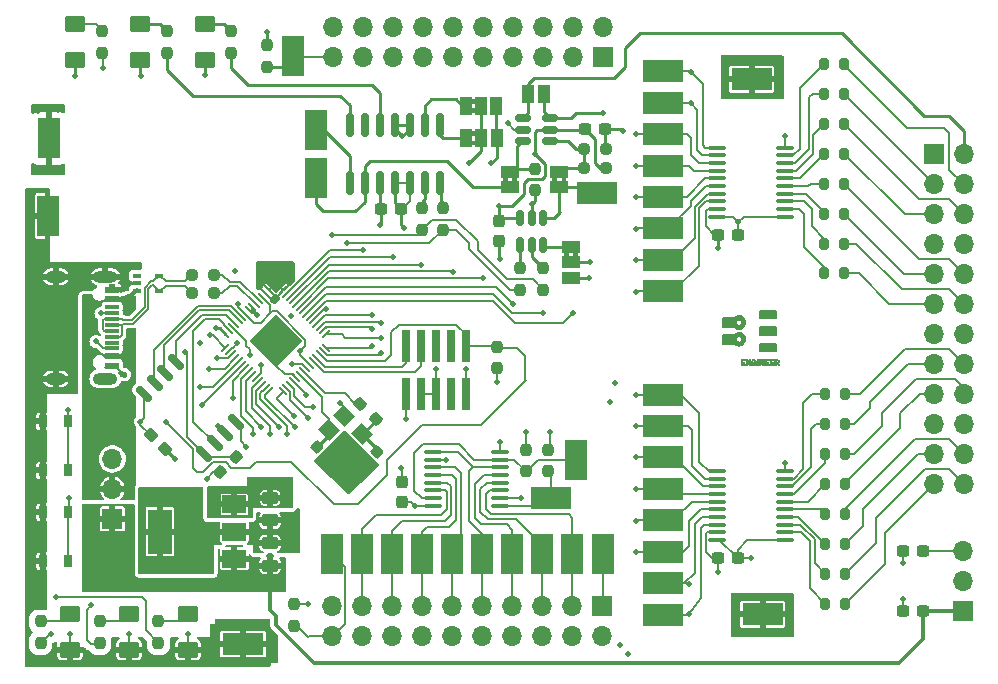
<source format=gbr>
%TF.GenerationSoftware,KiCad,Pcbnew,7.0.7*%
%TF.CreationDate,2023-10-22T12:37:57-05:00*%
%TF.ProjectId,state mode logic analyzer,73746174-6520-46d6-9f64-65206c6f6769,1*%
%TF.SameCoordinates,Original*%
%TF.FileFunction,Copper,L1,Top*%
%TF.FilePolarity,Positive*%
%FSLAX46Y46*%
G04 Gerber Fmt 4.6, Leading zero omitted, Abs format (unit mm)*
G04 Created by KiCad (PCBNEW 7.0.7) date 2023-10-22 12:37:57*
%MOMM*%
%LPD*%
G01*
G04 APERTURE LIST*
G04 Aperture macros list*
%AMRoundRect*
0 Rectangle with rounded corners*
0 $1 Rounding radius*
0 $2 $3 $4 $5 $6 $7 $8 $9 X,Y pos of 4 corners*
0 Add a 4 corners polygon primitive as box body*
4,1,4,$2,$3,$4,$5,$6,$7,$8,$9,$2,$3,0*
0 Add four circle primitives for the rounded corners*
1,1,$1+$1,$2,$3*
1,1,$1+$1,$4,$5*
1,1,$1+$1,$6,$7*
1,1,$1+$1,$8,$9*
0 Add four rect primitives between the rounded corners*
20,1,$1+$1,$2,$3,$4,$5,0*
20,1,$1+$1,$4,$5,$6,$7,0*
20,1,$1+$1,$6,$7,$8,$9,0*
20,1,$1+$1,$8,$9,$2,$3,0*%
%AMRotRect*
0 Rectangle, with rotation*
0 The origin of the aperture is its center*
0 $1 length*
0 $2 width*
0 $3 Rotation angle, in degrees counterclockwise*
0 Add horizontal line*
21,1,$1,$2,0,0,$3*%
G04 Aperture macros list end*
%TA.AperFunction,EtchedComponent*%
%ADD10C,0.095901*%
%TD*%
%TA.AperFunction,EtchedComponent*%
%ADD11C,0.134262*%
%TD*%
%TA.AperFunction,SMDPad,CuDef*%
%ADD12RoundRect,0.237500X0.237500X-0.250000X0.237500X0.250000X-0.237500X0.250000X-0.237500X-0.250000X0*%
%TD*%
%TA.AperFunction,SMDPad,CuDef*%
%ADD13RoundRect,0.237500X-0.344715X0.008839X0.008839X-0.344715X0.344715X-0.008839X-0.008839X0.344715X0*%
%TD*%
%TA.AperFunction,SMDPad,CuDef*%
%ADD14RoundRect,0.250001X0.624999X-0.462499X0.624999X0.462499X-0.624999X0.462499X-0.624999X-0.462499X0*%
%TD*%
%TA.AperFunction,SMDPad,CuDef*%
%ADD15RotRect,1.400000X1.200000X315.000000*%
%TD*%
%TA.AperFunction,SMDPad,CuDef*%
%ADD16RoundRect,0.225000X-0.335876X-0.017678X-0.017678X-0.335876X0.335876X0.017678X0.017678X0.335876X0*%
%TD*%
%TA.AperFunction,SMDPad,CuDef*%
%ADD17R,1.850000X3.450000*%
%TD*%
%TA.AperFunction,SMDPad,CuDef*%
%ADD18R,1.000000X1.500000*%
%TD*%
%TA.AperFunction,SMDPad,CuDef*%
%ADD19RoundRect,0.237500X-0.237500X0.250000X-0.237500X-0.250000X0.237500X-0.250000X0.237500X0.250000X0*%
%TD*%
%TA.AperFunction,SMDPad,CuDef*%
%ADD20R,0.650000X1.050000*%
%TD*%
%TA.AperFunction,ComponentPad*%
%ADD21R,1.700000X1.700000*%
%TD*%
%TA.AperFunction,ComponentPad*%
%ADD22O,1.700000X1.700000*%
%TD*%
%TA.AperFunction,SMDPad,CuDef*%
%ADD23R,3.450000X1.850000*%
%TD*%
%TA.AperFunction,SMDPad,CuDef*%
%ADD24R,1.150000X0.600000*%
%TD*%
%TA.AperFunction,SMDPad,CuDef*%
%ADD25R,1.150000X0.300000*%
%TD*%
%TA.AperFunction,ComponentPad*%
%ADD26O,2.100000X1.000000*%
%TD*%
%TA.AperFunction,ComponentPad*%
%ADD27O,1.800000X1.000000*%
%TD*%
%TA.AperFunction,SMDPad,CuDef*%
%ADD28RoundRect,0.200000X0.200000X0.275000X-0.200000X0.275000X-0.200000X-0.275000X0.200000X-0.275000X0*%
%TD*%
%TA.AperFunction,SMDPad,CuDef*%
%ADD29RoundRect,0.237500X-0.237500X0.300000X-0.237500X-0.300000X0.237500X-0.300000X0.237500X0.300000X0*%
%TD*%
%TA.AperFunction,SMDPad,CuDef*%
%ADD30RoundRect,0.237500X0.300000X0.237500X-0.300000X0.237500X-0.300000X-0.237500X0.300000X-0.237500X0*%
%TD*%
%TA.AperFunction,SMDPad,CuDef*%
%ADD31RoundRect,0.150000X-0.150000X0.512500X-0.150000X-0.512500X0.150000X-0.512500X0.150000X0.512500X0*%
%TD*%
%TA.AperFunction,SMDPad,CuDef*%
%ADD32RoundRect,0.150000X0.565685X-0.353553X-0.353553X0.565685X-0.565685X0.353553X0.353553X-0.565685X0*%
%TD*%
%TA.AperFunction,SMDPad,CuDef*%
%ADD33R,0.650000X0.400000*%
%TD*%
%TA.AperFunction,SMDPad,CuDef*%
%ADD34RoundRect,0.150000X-0.512500X-0.150000X0.512500X-0.150000X0.512500X0.150000X-0.512500X0.150000X0*%
%TD*%
%TA.AperFunction,SMDPad,CuDef*%
%ADD35RoundRect,0.237500X0.250000X0.237500X-0.250000X0.237500X-0.250000X-0.237500X0.250000X-0.237500X0*%
%TD*%
%TA.AperFunction,SMDPad,CuDef*%
%ADD36RoundRect,0.250000X-0.475000X0.250000X-0.475000X-0.250000X0.475000X-0.250000X0.475000X0.250000X0*%
%TD*%
%TA.AperFunction,SMDPad,CuDef*%
%ADD37R,1.500000X1.000000*%
%TD*%
%TA.AperFunction,SMDPad,CuDef*%
%ADD38R,2.000000X1.500000*%
%TD*%
%TA.AperFunction,SMDPad,CuDef*%
%ADD39R,2.000000X3.800000*%
%TD*%
%TA.AperFunction,SMDPad,CuDef*%
%ADD40R,0.740000X2.790000*%
%TD*%
%TA.AperFunction,SMDPad,CuDef*%
%ADD41RoundRect,0.237500X-0.250000X-0.237500X0.250000X-0.237500X0.250000X0.237500X-0.250000X0.237500X0*%
%TD*%
%TA.AperFunction,SMDPad,CuDef*%
%ADD42RoundRect,0.237500X0.237500X-0.300000X0.237500X0.300000X-0.237500X0.300000X-0.237500X-0.300000X0*%
%TD*%
%TA.AperFunction,SMDPad,CuDef*%
%ADD43RoundRect,0.237500X-0.380070X0.044194X0.044194X-0.380070X0.380070X-0.044194X-0.044194X0.380070X0*%
%TD*%
%TA.AperFunction,SMDPad,CuDef*%
%ADD44RoundRect,0.237500X0.008839X0.344715X-0.344715X-0.008839X-0.008839X-0.344715X0.344715X0.008839X0*%
%TD*%
%TA.AperFunction,SMDPad,CuDef*%
%ADD45RoundRect,0.100000X0.637500X0.100000X-0.637500X0.100000X-0.637500X-0.100000X0.637500X-0.100000X0*%
%TD*%
%TA.AperFunction,SMDPad,CuDef*%
%ADD46RoundRect,0.050000X-0.238649X-0.309359X0.309359X0.238649X0.238649X0.309359X-0.309359X-0.238649X0*%
%TD*%
%TA.AperFunction,SMDPad,CuDef*%
%ADD47RoundRect,0.050000X0.238649X-0.309359X0.309359X-0.238649X-0.238649X0.309359X-0.309359X0.238649X0*%
%TD*%
%TA.AperFunction,SMDPad,CuDef*%
%ADD48RotRect,3.200000X3.200000X45.000000*%
%TD*%
%TA.AperFunction,SMDPad,CuDef*%
%ADD49RoundRect,0.225000X-0.017678X0.335876X-0.335876X0.017678X0.017678X-0.335876X0.335876X-0.017678X0*%
%TD*%
%TA.AperFunction,SMDPad,CuDef*%
%ADD50RoundRect,0.250000X0.475000X-0.250000X0.475000X0.250000X-0.475000X0.250000X-0.475000X-0.250000X0*%
%TD*%
%TA.AperFunction,SMDPad,CuDef*%
%ADD51RoundRect,0.237500X-0.300000X-0.237500X0.300000X-0.237500X0.300000X0.237500X-0.300000X0.237500X0*%
%TD*%
%TA.AperFunction,SMDPad,CuDef*%
%ADD52RoundRect,0.150000X0.150000X-0.825000X0.150000X0.825000X-0.150000X0.825000X-0.150000X-0.825000X0*%
%TD*%
%TA.AperFunction,ViaPad*%
%ADD53C,0.508000*%
%TD*%
%TA.AperFunction,Conductor*%
%ADD54C,0.152400*%
%TD*%
%TA.AperFunction,Conductor*%
%ADD55C,0.250000*%
%TD*%
%TA.AperFunction,Conductor*%
%ADD56C,0.254000*%
%TD*%
%TA.AperFunction,Conductor*%
%ADD57C,0.304800*%
%TD*%
%TA.AperFunction,Conductor*%
%ADD58C,0.203200*%
%TD*%
G04 APERTURE END LIST*
%TA.AperFunction,EtchedComponent*%
%TO.C,JP1*%
G36*
X101800000Y-41900000D02*
G01*
X101300000Y-41900000D01*
X101300000Y-41500000D01*
X101800000Y-41500000D01*
X101800000Y-41900000D01*
G37*
%TD.AperFunction*%
%TA.AperFunction,EtchedComponent*%
G36*
X101800000Y-42700000D02*
G01*
X101300000Y-42700000D01*
X101300000Y-42300000D01*
X101800000Y-42300000D01*
X101800000Y-42700000D01*
G37*
%TD.AperFunction*%
%TO.C,svg2mod*%
D10*
X125636250Y-61318561D02*
X125523750Y-61318561D01*
X125523750Y-60820235D01*
X125636250Y-60820235D01*
X125636250Y-61318561D01*
%TA.AperFunction,EtchedComponent*%
G36*
X125636250Y-61318561D02*
G01*
X125523750Y-61318561D01*
X125523750Y-60820235D01*
X125636250Y-60820235D01*
X125636250Y-61318561D01*
G37*
%TD.AperFunction*%
D11*
X127157500Y-57330666D02*
X125840000Y-57330666D01*
X125840000Y-56719025D01*
X127157500Y-56719025D01*
X127157500Y-57330666D01*
%TA.AperFunction,EtchedComponent*%
G36*
X127157500Y-57330666D02*
G01*
X125840000Y-57330666D01*
X125840000Y-56719025D01*
X127157500Y-56719025D01*
X127157500Y-57330666D01*
G37*
%TD.AperFunction*%
X127157500Y-58730357D02*
X125840000Y-58730357D01*
X125840000Y-58118716D01*
X127157500Y-58118716D01*
X127157500Y-58730357D01*
%TA.AperFunction,EtchedComponent*%
G36*
X127157500Y-58730357D02*
G01*
X125840000Y-58730357D01*
X125840000Y-58118716D01*
X127157500Y-58118716D01*
X127157500Y-58730357D01*
G37*
%TD.AperFunction*%
X127157500Y-60133910D02*
X125840000Y-60133910D01*
X125840000Y-59522270D01*
X127157500Y-59522270D01*
X127157500Y-60133910D01*
%TA.AperFunction,EtchedComponent*%
G36*
X127157500Y-60133910D02*
G01*
X125840000Y-60133910D01*
X125840000Y-59522270D01*
X127157500Y-59522270D01*
X127157500Y-60133910D01*
G37*
%TD.AperFunction*%
D10*
X124520000Y-60914235D02*
X124290000Y-60914235D01*
X124290000Y-61015960D01*
X124471250Y-61015960D01*
X124471250Y-61109960D01*
X124290000Y-61109960D01*
X124290000Y-61218123D01*
X124520000Y-61218123D01*
X124520000Y-61317274D01*
X124175000Y-61317274D01*
X124175000Y-60818948D01*
X124520000Y-60818948D01*
X124520000Y-60914235D01*
%TA.AperFunction,EtchedComponent*%
G36*
X124520000Y-60914235D02*
G01*
X124290000Y-60914235D01*
X124290000Y-61015960D01*
X124471250Y-61015960D01*
X124471250Y-61109960D01*
X124290000Y-61109960D01*
X124290000Y-61218123D01*
X124520000Y-61218123D01*
X124520000Y-61317274D01*
X124175000Y-61317274D01*
X124175000Y-60818948D01*
X124520000Y-60818948D01*
X124520000Y-60914235D01*
G37*
%TD.AperFunction*%
X126548750Y-60914235D02*
X126318750Y-60914235D01*
X126318750Y-61015960D01*
X126500000Y-61015960D01*
X126500000Y-61109960D01*
X126318750Y-61109960D01*
X126318750Y-61218123D01*
X126548750Y-61218123D01*
X126548750Y-61317274D01*
X126203750Y-61317274D01*
X126203750Y-60818948D01*
X126548750Y-60818948D01*
X126548750Y-60914235D01*
%TA.AperFunction,EtchedComponent*%
G36*
X126548750Y-60914235D02*
G01*
X126318750Y-60914235D01*
X126318750Y-61015960D01*
X126500000Y-61015960D01*
X126500000Y-61109960D01*
X126318750Y-61109960D01*
X126318750Y-61218123D01*
X126548750Y-61218123D01*
X126548750Y-61317274D01*
X126203750Y-61317274D01*
X126203750Y-60818948D01*
X126548750Y-60818948D01*
X126548750Y-60914235D01*
G37*
%TD.AperFunction*%
X126962500Y-60914235D02*
X126732500Y-60914235D01*
X126732500Y-61015960D01*
X126912500Y-61015960D01*
X126912500Y-61109960D01*
X126731250Y-61109960D01*
X126731250Y-61218123D01*
X126962500Y-61218123D01*
X126962500Y-61317274D01*
X126617500Y-61317274D01*
X126617500Y-60818948D01*
X126962500Y-60818948D01*
X126962500Y-60914235D01*
%TA.AperFunction,EtchedComponent*%
G36*
X126962500Y-60914235D02*
G01*
X126732500Y-60914235D01*
X126732500Y-61015960D01*
X126912500Y-61015960D01*
X126912500Y-61109960D01*
X126731250Y-61109960D01*
X126731250Y-61218123D01*
X126962500Y-61218123D01*
X126962500Y-61317274D01*
X126617500Y-61317274D01*
X126617500Y-60818948D01*
X126962500Y-60818948D01*
X126962500Y-60914235D01*
G37*
%TD.AperFunction*%
X124876237Y-61113823D02*
X124873737Y-61080343D01*
X124873737Y-60820235D01*
X124960000Y-60820235D01*
X124960000Y-61318561D01*
X124863750Y-61318561D01*
X124675000Y-60981193D01*
X124676243Y-60997933D01*
X124677487Y-61019823D01*
X124677487Y-61318561D01*
X124588737Y-61318561D01*
X124588737Y-60820235D01*
X124711237Y-60820235D01*
X124876237Y-61113823D01*
%TA.AperFunction,EtchedComponent*%
G36*
X124876237Y-61113823D02*
G01*
X124873737Y-61080343D01*
X124873737Y-60820235D01*
X124960000Y-60820235D01*
X124960000Y-61318561D01*
X124863750Y-61318561D01*
X124675000Y-60981193D01*
X124676243Y-60997933D01*
X124677487Y-61019823D01*
X124677487Y-61318561D01*
X124588737Y-61318561D01*
X124588737Y-60820235D01*
X124711237Y-60820235D01*
X124876237Y-61113823D01*
G37*
%TD.AperFunction*%
X126106250Y-61318561D02*
X126010000Y-61318561D01*
X125821250Y-60982481D01*
X125822493Y-60999221D01*
X125823737Y-61021111D01*
X125823737Y-61319849D01*
X125734987Y-61319849D01*
X125734987Y-60821523D01*
X125857487Y-60821523D01*
X126022487Y-61115110D01*
X126019987Y-61081631D01*
X126019987Y-60821523D01*
X126106237Y-60821523D01*
X126106250Y-60820235D01*
X126106250Y-61318561D01*
%TA.AperFunction,EtchedComponent*%
G36*
X126106250Y-61318561D02*
G01*
X126010000Y-61318561D01*
X125821250Y-60982481D01*
X125822493Y-60999221D01*
X125823737Y-61021111D01*
X125823737Y-61319849D01*
X125734987Y-61319849D01*
X125734987Y-60821523D01*
X125857487Y-60821523D01*
X126022487Y-61115110D01*
X126019987Y-61081631D01*
X126019987Y-60821523D01*
X126106237Y-60821523D01*
X126106250Y-60820235D01*
X126106250Y-61318561D01*
G37*
%TD.AperFunction*%
X127337500Y-60833112D02*
X127396250Y-60884618D01*
X127420000Y-60968317D01*
X127399219Y-61045255D01*
X127336250Y-61097083D01*
X127425000Y-61317274D01*
X127300000Y-61317274D01*
X127226250Y-61120261D01*
X127143750Y-61120261D01*
X127143750Y-61317274D01*
X127030000Y-61317274D01*
X127030000Y-60909084D01*
X127143750Y-60909084D01*
X127143750Y-61036563D01*
X127213750Y-61036563D01*
X127263750Y-61031413D01*
X127291250Y-61009522D01*
X127303750Y-60970892D01*
X127291250Y-60933550D01*
X127265000Y-60912948D01*
X127211250Y-60909085D01*
X127143750Y-60909084D01*
X127030000Y-60909084D01*
X127030000Y-60818948D01*
X127242500Y-60818948D01*
X127337500Y-60833112D01*
%TA.AperFunction,EtchedComponent*%
G36*
X127337500Y-60833112D02*
G01*
X127396250Y-60884618D01*
X127420000Y-60968317D01*
X127399219Y-61045255D01*
X127336250Y-61097083D01*
X127425000Y-61317274D01*
X127300000Y-61317274D01*
X127226250Y-61120261D01*
X127143750Y-61120261D01*
X127143750Y-61317274D01*
X127030000Y-61317274D01*
X127030000Y-60909084D01*
X127143750Y-60909084D01*
X127143750Y-61036563D01*
X127213750Y-61036563D01*
X127263750Y-61031413D01*
X127291250Y-61009522D01*
X127303750Y-60970892D01*
X127291250Y-60933550D01*
X127265000Y-60912948D01*
X127211250Y-60909085D01*
X127143750Y-60909084D01*
X127030000Y-60909084D01*
X127030000Y-60818948D01*
X127242500Y-60818948D01*
X127337500Y-60833112D01*
G37*
%TD.AperFunction*%
X125373750Y-60857577D02*
X125433750Y-60982481D01*
X125326250Y-60996645D01*
X125242500Y-60906509D01*
X125172500Y-60949002D01*
X125148750Y-61071330D01*
X125173750Y-61188507D01*
X125246250Y-61228425D01*
X125300000Y-61207822D01*
X125323750Y-61142151D01*
X125232500Y-61142151D01*
X125232500Y-61049439D01*
X125435000Y-61049439D01*
X125435000Y-61052015D01*
X125435000Y-61318561D01*
X125383750Y-61318561D01*
X125367500Y-61260616D01*
X125235000Y-61325000D01*
X125150937Y-61307616D01*
X125087500Y-61255466D01*
X125048125Y-61175470D01*
X125035000Y-61075193D01*
X125049062Y-60967673D01*
X125091250Y-60883331D01*
X125157656Y-60829410D01*
X125243750Y-60811222D01*
X125373750Y-60857577D01*
%TA.AperFunction,EtchedComponent*%
G36*
X125373750Y-60857577D02*
G01*
X125433750Y-60982481D01*
X125326250Y-60996645D01*
X125242500Y-60906509D01*
X125172500Y-60949002D01*
X125148750Y-61071330D01*
X125173750Y-61188507D01*
X125246250Y-61228425D01*
X125300000Y-61207822D01*
X125323750Y-61142151D01*
X125232500Y-61142151D01*
X125232500Y-61049439D01*
X125435000Y-61049439D01*
X125435000Y-61052015D01*
X125435000Y-61318561D01*
X125383750Y-61318561D01*
X125367500Y-61260616D01*
X125235000Y-61325000D01*
X125150937Y-61307616D01*
X125087500Y-61255466D01*
X125048125Y-61175470D01*
X125035000Y-61075193D01*
X125049062Y-60967673D01*
X125091250Y-60883331D01*
X125157656Y-60829410D01*
X125243750Y-60811222D01*
X125373750Y-60857577D01*
G37*
%TD.AperFunction*%
D11*
X124171348Y-57189231D02*
X124298287Y-57244344D01*
X124405781Y-57329861D01*
X124488796Y-57440594D01*
X124542297Y-57571358D01*
X124561250Y-57716965D01*
X124542297Y-57862572D01*
X124488796Y-57993336D01*
X124405781Y-58104069D01*
X124298287Y-58189585D01*
X124171348Y-58244699D01*
X124030000Y-58264222D01*
X123891620Y-58245670D01*
X123767130Y-58193067D01*
X123661250Y-58110990D01*
X122693750Y-58110990D01*
X122693750Y-57716965D01*
X123746250Y-57716965D01*
X123768437Y-57830541D01*
X123829062Y-57923474D01*
X123919219Y-57986228D01*
X124030000Y-58009265D01*
X124140781Y-57986228D01*
X124230937Y-57923474D01*
X124291562Y-57830541D01*
X124313750Y-57716965D01*
X124291562Y-57602644D01*
X124230937Y-57509329D01*
X124140781Y-57446435D01*
X124030000Y-57423377D01*
X123919746Y-57446435D01*
X123829531Y-57509329D01*
X123768613Y-57602644D01*
X123746250Y-57716965D01*
X122693750Y-57716965D01*
X122693750Y-57322940D01*
X123661250Y-57322940D01*
X123767685Y-57241435D01*
X123891898Y-57188546D01*
X124030000Y-57169708D01*
X124171348Y-57189231D01*
%TA.AperFunction,EtchedComponent*%
G36*
X124171348Y-57189231D02*
G01*
X124298287Y-57244344D01*
X124405781Y-57329861D01*
X124488796Y-57440594D01*
X124542297Y-57571358D01*
X124561250Y-57716965D01*
X124542297Y-57862572D01*
X124488796Y-57993336D01*
X124405781Y-58104069D01*
X124298287Y-58189585D01*
X124171348Y-58244699D01*
X124030000Y-58264222D01*
X123891620Y-58245670D01*
X123767130Y-58193067D01*
X123661250Y-58110990D01*
X122693750Y-58110990D01*
X122693750Y-57716965D01*
X123746250Y-57716965D01*
X123768437Y-57830541D01*
X123829062Y-57923474D01*
X123919219Y-57986228D01*
X124030000Y-58009265D01*
X124140781Y-57986228D01*
X124230937Y-57923474D01*
X124291562Y-57830541D01*
X124313750Y-57716965D01*
X124291562Y-57602644D01*
X124230937Y-57509329D01*
X124140781Y-57446435D01*
X124030000Y-57423377D01*
X123919746Y-57446435D01*
X123829531Y-57509329D01*
X123768613Y-57602644D01*
X123746250Y-57716965D01*
X122693750Y-57716965D01*
X122693750Y-57322940D01*
X123661250Y-57322940D01*
X123767685Y-57241435D01*
X123891898Y-57188546D01*
X124030000Y-57169708D01*
X124171348Y-57189231D01*
G37*
%TD.AperFunction*%
X124171348Y-58586347D02*
X124298287Y-58641460D01*
X124405781Y-58726976D01*
X124488796Y-58837710D01*
X124542297Y-58968473D01*
X124561250Y-59114080D01*
X124542297Y-59259688D01*
X124488796Y-59390451D01*
X124405781Y-59501185D01*
X124298287Y-59586701D01*
X124171348Y-59641814D01*
X124030000Y-59661338D01*
X123891620Y-59642786D01*
X123767130Y-59590182D01*
X123661250Y-59508106D01*
X122693750Y-59508106D01*
X122693750Y-59114080D01*
X123746250Y-59114080D01*
X123768437Y-59228401D01*
X123829062Y-59321716D01*
X123919219Y-59384611D01*
X124030000Y-59407668D01*
X124140781Y-59384611D01*
X124230937Y-59321716D01*
X124291562Y-59228401D01*
X124313750Y-59114080D01*
X124291562Y-59000505D01*
X124230937Y-58907571D01*
X124140781Y-58844818D01*
X124030000Y-58821781D01*
X123919746Y-58844637D01*
X123829531Y-58907088D01*
X123768613Y-58999961D01*
X123746250Y-59114080D01*
X122693750Y-59114080D01*
X122693750Y-58720055D01*
X123661250Y-58720055D01*
X123767685Y-58638551D01*
X123891898Y-58585661D01*
X124030000Y-58566823D01*
X124171348Y-58586347D01*
%TA.AperFunction,EtchedComponent*%
G36*
X124171348Y-58586347D02*
G01*
X124298287Y-58641460D01*
X124405781Y-58726976D01*
X124488796Y-58837710D01*
X124542297Y-58968473D01*
X124561250Y-59114080D01*
X124542297Y-59259688D01*
X124488796Y-59390451D01*
X124405781Y-59501185D01*
X124298287Y-59586701D01*
X124171348Y-59641814D01*
X124030000Y-59661338D01*
X123891620Y-59642786D01*
X123767130Y-59590182D01*
X123661250Y-59508106D01*
X122693750Y-59508106D01*
X122693750Y-59114080D01*
X123746250Y-59114080D01*
X123768437Y-59228401D01*
X123829062Y-59321716D01*
X123919219Y-59384611D01*
X124030000Y-59407668D01*
X124140781Y-59384611D01*
X124230937Y-59321716D01*
X124291562Y-59228401D01*
X124313750Y-59114080D01*
X124291562Y-59000505D01*
X124230937Y-58907571D01*
X124140781Y-58844818D01*
X124030000Y-58821781D01*
X123919746Y-58844637D01*
X123829531Y-58907088D01*
X123768613Y-58999961D01*
X123746250Y-59114080D01*
X122693750Y-59114080D01*
X122693750Y-58720055D01*
X123661250Y-58720055D01*
X123767685Y-58638551D01*
X123891898Y-58585661D01*
X124030000Y-58566823D01*
X124171348Y-58586347D01*
G37*
%TD.AperFunction*%
%TA.AperFunction,EtchedComponent*%
%TO.C,JP3*%
G36*
X110400000Y-52200000D02*
G01*
X110000000Y-52200000D01*
X110000000Y-51700000D01*
X110400000Y-51700000D01*
X110400000Y-52200000D01*
G37*
%TD.AperFunction*%
%TA.AperFunction,EtchedComponent*%
G36*
X109600000Y-52200000D02*
G01*
X109200000Y-52200000D01*
X109200000Y-51700000D01*
X109600000Y-51700000D01*
X109600000Y-52200000D01*
G37*
%TD.AperFunction*%
%TA.AperFunction,EtchedComponent*%
%TO.C,JP5*%
G36*
X104450000Y-45825000D02*
G01*
X104050000Y-45825000D01*
X104050000Y-45325000D01*
X104450000Y-45325000D01*
X104450000Y-45825000D01*
G37*
%TD.AperFunction*%
%TA.AperFunction,EtchedComponent*%
G36*
X105250000Y-45825000D02*
G01*
X104850000Y-45825000D01*
X104850000Y-45325000D01*
X105250000Y-45325000D01*
X105250000Y-45825000D01*
G37*
%TD.AperFunction*%
%TA.AperFunction,EtchedComponent*%
%TO.C,JP4*%
G36*
X108625000Y-45825000D02*
G01*
X108225000Y-45825000D01*
X108225000Y-45325000D01*
X108625000Y-45325000D01*
X108625000Y-45825000D01*
G37*
%TD.AperFunction*%
%TA.AperFunction,EtchedComponent*%
G36*
X109425000Y-45825000D02*
G01*
X109025000Y-45825000D01*
X109025000Y-45325000D01*
X109425000Y-45325000D01*
X109425000Y-45825000D01*
G37*
%TD.AperFunction*%
%TA.AperFunction,EtchedComponent*%
%TO.C,JP2*%
G36*
X101775000Y-39175000D02*
G01*
X101275000Y-39175000D01*
X101275000Y-38775000D01*
X101775000Y-38775000D01*
X101775000Y-39175000D01*
G37*
%TD.AperFunction*%
%TA.AperFunction,EtchedComponent*%
G36*
X101775000Y-39975000D02*
G01*
X101275000Y-39975000D01*
X101275000Y-39575000D01*
X101775000Y-39575000D01*
X101775000Y-39975000D01*
G37*
%TD.AperFunction*%
%TD*%
D12*
%TO.P,R11,1*%
%TO.N,Net-(U3A-Reset)*%
X106025000Y-70287500D03*
%TO.P,R11,2*%
%TO.N,/CNT_RESET*%
X106025000Y-68462500D03*
%TD*%
D13*
%TO.P,R12,1*%
%TO.N,/XOUT*%
X91979765Y-64579765D03*
%TO.P,R12,2*%
%TO.N,Net-(C2-Pad1)*%
X93270235Y-65870235D03*
%TD*%
D14*
%TO.P,D3,1,K*%
%TO.N,GND*%
X77375000Y-85387500D03*
%TO.P,D3,2,A*%
%TO.N,Net-(D3-A)*%
X77375000Y-82412500D03*
%TD*%
D15*
%TO.P,Y1,1,1*%
%TO.N,/XIN*%
X89346142Y-66823223D03*
%TO.P,Y1,2,2*%
%TO.N,GND*%
X90901777Y-68378858D03*
%TO.P,Y1,3,3*%
%TO.N,Net-(C2-Pad1)*%
X92103858Y-67176777D03*
%TO.P,Y1,4,4*%
%TO.N,GND*%
X90548223Y-65621142D03*
%TD*%
D16*
%TO.P,C1,1*%
%TO.N,/XIN*%
X88326992Y-68201992D03*
%TO.P,C1,2*%
%TO.N,GND*%
X89423008Y-69298008D03*
%TD*%
D17*
%TO.P,TP7,1,1*%
%TO.N,/TS7*%
X92125000Y-77300000D03*
%TD*%
%TO.P,TP3,1,1*%
%TO.N,/TS3*%
X102275000Y-77300000D03*
%TD*%
D18*
%TO.P,JP1,1,A*%
%TO.N,/AD0*%
X100900000Y-42100000D03*
%TO.P,JP1,2,C*%
%TO.N,GND*%
X102200000Y-42100000D03*
%TO.P,JP1,3,B*%
%TO.N,+3V3*%
X103500000Y-42100000D03*
%TD*%
D19*
%TO.P,R1,1*%
%TO.N,+3V3*%
X86350000Y-81537500D03*
%TO.P,R1,2*%
%TO.N,/SDA*%
X86350000Y-83362500D03*
%TD*%
D20*
%TO.P,SW1,1,1*%
%TO.N,/Run*%
X67225000Y-73750000D03*
X67225000Y-77900000D03*
%TO.P,SW1,2,2*%
%TO.N,GND*%
X65075000Y-73750000D03*
X65075000Y-77900000D03*
%TD*%
D21*
%TO.P,J6,1,Pin_1*%
%TO.N,+5V*%
X143000000Y-82100000D03*
D22*
%TO.P,J6,2,Pin_2*%
%TO.N,GND*%
X143000000Y-79560000D03*
%TO.P,J6,3,Pin_3*%
%TO.N,+3V3*%
X143000000Y-77020000D03*
%TD*%
D14*
%TO.P,D5,1,K*%
%TO.N,GND*%
X73350000Y-35437500D03*
%TO.P,D5,2,A*%
%TO.N,Net-(D5-A)*%
X73350000Y-32462500D03*
%TD*%
D23*
%TO.P,TP12,1,1*%
%TO.N,Net-(JP4-A)*%
X112050000Y-46725000D03*
%TD*%
%TO.P,TP105,1,1*%
%TO.N,/BUF05*%
X117625000Y-49739999D03*
%TD*%
%TO.P,TP110,1,1*%
%TO.N,/BUF10*%
X117625000Y-69125000D03*
%TD*%
D24*
%TO.P,J1,A1,GND*%
%TO.N,GND*%
X70955000Y-54950000D03*
%TO.P,J1,A4,VBUS*%
%TO.N,/VBUS*%
X70955000Y-55750000D03*
D25*
%TO.P,J1,A5,CC1*%
%TO.N,Net-(J1-CC1)*%
X70955000Y-56900000D03*
%TO.P,J1,A6,D+*%
%TO.N,/USB_DP*%
X70955000Y-57900000D03*
%TO.P,J1,A7,D-*%
%TO.N,/USB_DN*%
X70955000Y-58400000D03*
%TO.P,J1,A8,SBU1*%
%TO.N,unconnected-(J1-SBU1-PadA8)*%
X70955000Y-59400000D03*
D24*
%TO.P,J1,A9,VBUS*%
%TO.N,/VBUS*%
X70955000Y-60550000D03*
%TO.P,J1,A12,GND*%
%TO.N,GND*%
X70955000Y-61350000D03*
%TO.P,J1,B1,GND*%
X70955000Y-61350000D03*
%TO.P,J1,B4,VBUS*%
%TO.N,/VBUS*%
X70955000Y-60550000D03*
D25*
%TO.P,J1,B5,CC2*%
%TO.N,Net-(J1-CC2)*%
X70955000Y-59900000D03*
%TO.P,J1,B6,D+*%
%TO.N,/USB_DP*%
X70955000Y-58900000D03*
%TO.P,J1,B7,D-*%
%TO.N,/USB_DN*%
X70955000Y-57400000D03*
%TO.P,J1,B8,SBU2*%
%TO.N,unconnected-(J1-SBU2-PadB8)*%
X70955000Y-56400000D03*
D24*
%TO.P,J1,B9,VBUS*%
%TO.N,/VBUS*%
X70955000Y-55750000D03*
%TO.P,J1,B12,GND*%
%TO.N,GND*%
X70955000Y-54950000D03*
D26*
%TO.P,J1,S1,SHIELD*%
X70380000Y-53830000D03*
D27*
X66200000Y-53830000D03*
D26*
X70380000Y-62470000D03*
D27*
X66200000Y-62470000D03*
%TD*%
D28*
%TO.P,R35,1*%
%TO.N,/IN10*%
X132995000Y-68810714D03*
%TO.P,R35,2*%
%TO.N,/A10*%
X131345000Y-68810714D03*
%TD*%
%TO.P,R31,1*%
%TO.N,/IN06*%
X132900000Y-51014284D03*
%TO.P,R31,2*%
%TO.N,/A6*%
X131250000Y-51014284D03*
%TD*%
D29*
%TO.P,C19,1*%
%TO.N,+3V3*%
X103750000Y-49112500D03*
%TO.P,C19,2*%
%TO.N,GND*%
X103750000Y-50837500D03*
%TD*%
D28*
%TO.P,R34,1*%
%TO.N,/IN09*%
X132995000Y-66267857D03*
%TO.P,R34,2*%
%TO.N,/A9*%
X131345000Y-66267857D03*
%TD*%
D30*
%TO.P,C24,1*%
%TO.N,+5V*%
X139612500Y-82100000D03*
%TO.P,C24,2*%
%TO.N,GND*%
X137887500Y-82100000D03*
%TD*%
D31*
%TO.P,U5,1,VOUT*%
%TO.N,Net-(JP4-A)*%
X107425000Y-48837500D03*
%TO.P,U5,2,VSS*%
%TO.N,GND*%
X106475000Y-48837500D03*
%TO.P,U5,3,VDD*%
%TO.N,+3V3*%
X105525000Y-48837500D03*
%TO.P,U5,4,SDA*%
%TO.N,Net-(U5-SDA)*%
X105525000Y-51112500D03*
%TO.P,U5,5,SCL*%
%TO.N,Net-(U5-SCL)*%
X106475000Y-51112500D03*
%TO.P,U5,6,A0*%
%TO.N,Net-(JP3-A)*%
X107425000Y-51112500D03*
%TD*%
D23*
%TO.P,TP102,1,1*%
%TO.N,/BUF02*%
X117625000Y-41750000D03*
%TD*%
D28*
%TO.P,R39,1*%
%TO.N,/IN14*%
X132995000Y-78982142D03*
%TO.P,R39,2*%
%TO.N,/A14*%
X131345000Y-78982142D03*
%TD*%
D19*
%TO.P,R18,1*%
%TO.N,Net-(U5-SCL)*%
X107445000Y-53087500D03*
%TO.P,R18,2*%
%TO.N,/SCL*%
X107445000Y-54912500D03*
%TD*%
D32*
%TO.P,U7,1,~{CS}*%
%TO.N,/~{CS}*%
X78738666Y-68832743D03*
%TO.P,U7,2,DO(IO1)*%
%TO.N,Net-(U1-QSPI_SD1)*%
X79636692Y-67934717D03*
%TO.P,U7,3,IO2*%
%TO.N,Net-(U1-QSPI_SD2)*%
X80534717Y-67036692D03*
%TO.P,U7,4,GND*%
%TO.N,GND*%
X81432743Y-66138666D03*
%TO.P,U7,5,DI(IO0)*%
%TO.N,Net-(U1-QSPI_SD0)*%
X76341574Y-61047497D03*
%TO.P,U7,6,CLK*%
%TO.N,Net-(U1-QSPI_SCLK)*%
X75443548Y-61945523D03*
%TO.P,U7,7,IO3*%
%TO.N,Net-(U1-QSPI_SD3)*%
X74545523Y-62843548D03*
%TO.P,U7,8,VCC*%
%TO.N,+3V3*%
X73647497Y-63741574D03*
%TD*%
D28*
%TO.P,R25,1*%
%TO.N,/IN00*%
X132900000Y-35800000D03*
%TO.P,R25,2*%
%TO.N,/A0*%
X131250000Y-35800000D03*
%TD*%
D19*
%TO.P,R20,1*%
%TO.N,/Vset*%
X106750000Y-44662500D03*
%TO.P,R20,2*%
%TO.N,GND*%
X106750000Y-46487500D03*
%TD*%
D33*
%TO.P,D7,1,K*%
%TO.N,unconnected-(D7-K-Pad1)*%
X73025000Y-53725000D03*
%TO.P,D7,2,A*%
%TO.N,GND*%
X73025000Y-54375000D03*
%TO.P,D7,3,K*%
%TO.N,/VBUS*%
X73025000Y-55025000D03*
%TO.P,D7,4,K*%
%TO.N,/USB_DP*%
X74925000Y-55025000D03*
%TO.P,D7,5,K*%
%TO.N,/USB_DN*%
X74925000Y-53725000D03*
%TD*%
D23*
%TO.P,TP18,1,1*%
%TO.N,GND*%
X126025000Y-82400000D03*
%TD*%
D30*
%TO.P,C21,1*%
%TO.N,+3V3*%
X95437500Y-48050000D03*
%TO.P,C21,2*%
%TO.N,GND*%
X93712500Y-48050000D03*
%TD*%
D28*
%TO.P,R28,1*%
%TO.N,/IN03*%
X132900000Y-43407142D03*
%TO.P,R28,2*%
%TO.N,/A3*%
X131250000Y-43407142D03*
%TD*%
D23*
%TO.P,TP100,1,1*%
%TO.N,/BUF00*%
X117625000Y-36423334D03*
%TD*%
%TO.P,TP111,1,1*%
%TO.N,/BUF11*%
X117625000Y-71788333D03*
%TD*%
D19*
%TO.P,R19,1*%
%TO.N,Net-(U5-SDA)*%
X105505000Y-53087500D03*
%TO.P,R19,2*%
%TO.N,/SDA*%
X105505000Y-54912500D03*
%TD*%
D17*
%TO.P,TP0,1,1*%
%TO.N,/TS0*%
X109900000Y-77315000D03*
%TD*%
D23*
%TO.P,TP106,1,1*%
%TO.N,/BUF06*%
X117625000Y-52403332D03*
%TD*%
D14*
%TO.P,D4,1,K*%
%TO.N,GND*%
X78825000Y-35437500D03*
%TO.P,D4,2,A*%
%TO.N,Net-(D4-A)*%
X78825000Y-32462500D03*
%TD*%
D17*
%TO.P,TP8,1,1*%
%TO.N,/SDA*%
X89575000Y-77325000D03*
%TD*%
D34*
%TO.P,U4,1,IN*%
%TO.N,/IN_CLK*%
X105712500Y-40425000D03*
%TO.P,U4,2,GND*%
%TO.N,GND*%
X105712500Y-41375000D03*
%TO.P,U4,3,SET*%
%TO.N,/Vset*%
X105712500Y-42325000D03*
%TO.P,U4,4,DIV*%
%TO.N,/DIV*%
X107987500Y-42325000D03*
%TO.P,U4,5,V+*%
%TO.N,+3V3*%
X107987500Y-41375000D03*
%TO.P,U4,6,OUT*%
%TO.N,/CLK*%
X107987500Y-40425000D03*
%TD*%
D14*
%TO.P,D1,1,K*%
%TO.N,GND*%
X67395000Y-85387500D03*
%TO.P,D1,2,A*%
%TO.N,Net-(D1-A)*%
X67395000Y-82412500D03*
%TD*%
%TO.P,D6,1,K*%
%TO.N,GND*%
X67850000Y-35437500D03*
%TO.P,D6,2,A*%
%TO.N,Net-(D6-A)*%
X67850000Y-32462500D03*
%TD*%
D28*
%TO.P,R30,1*%
%TO.N,/IN05*%
X132900000Y-48478570D03*
%TO.P,R30,2*%
%TO.N,/A5*%
X131250000Y-48478570D03*
%TD*%
D19*
%TO.P,R2,1*%
%TO.N,+3V3*%
X84075000Y-34237500D03*
%TO.P,R2,2*%
%TO.N,/SCL*%
X84075000Y-36062500D03*
%TD*%
D30*
%TO.P,C3,1*%
%TO.N,+3V3*%
X123937500Y-50300000D03*
%TO.P,C3,2*%
%TO.N,GND*%
X122212500Y-50300000D03*
%TD*%
D35*
%TO.P,R21,1*%
%TO.N,+3V3*%
X112762500Y-44650000D03*
%TO.P,R21,2*%
%TO.N,/DIV*%
X110937500Y-44650000D03*
%TD*%
D36*
%TO.P,C6,1*%
%TO.N,+3V3*%
X84325000Y-72550000D03*
%TO.P,C6,2*%
%TO.N,GND*%
X84325000Y-74450000D03*
%TD*%
D18*
%TO.P,JP6,1,A*%
%TO.N,/CLK*%
X107500000Y-38325000D03*
%TO.P,JP6,2,B*%
%TO.N,/IN_CLK*%
X106200000Y-38325000D03*
%TD*%
D28*
%TO.P,R40,1*%
%TO.N,/IN15*%
X132995000Y-81525000D03*
%TO.P,R40,2*%
%TO.N,/A15*%
X131345000Y-81525000D03*
%TD*%
D23*
%TO.P,TP109,1,1*%
%TO.N,/BUF09*%
X117625000Y-66461667D03*
%TD*%
D12*
%TO.P,R6,1*%
%TO.N,+3V3*%
X69890000Y-84835000D03*
%TO.P,R6,2*%
%TO.N,Net-(D2-A)*%
X69890000Y-83010000D03*
%TD*%
D37*
%TO.P,JP3,1,A*%
%TO.N,Net-(JP3-A)*%
X109800000Y-51300000D03*
%TO.P,JP3,2,C*%
%TO.N,GND*%
X109800000Y-52600000D03*
%TO.P,JP3,3,B*%
%TO.N,+3V3*%
X109800000Y-53900000D03*
%TD*%
D23*
%TO.P,TP101,1,1*%
%TO.N,/BUF01*%
X117625000Y-39086667D03*
%TD*%
%TO.P,TP113,1,1*%
%TO.N,/BUF13*%
X117625000Y-77114999D03*
%TD*%
D38*
%TO.P,U9,1,VI*%
%TO.N,+5V*%
X81300000Y-77700000D03*
%TO.P,U9,2,GND*%
%TO.N,GND*%
X81300000Y-75400000D03*
%TO.P,U9,3,VO*%
%TO.N,+3V3*%
X81300000Y-73100000D03*
D39*
%TO.P,U9,4,GND*%
%TO.N,GND*%
X75000000Y-75400000D03*
%TD*%
D17*
%TO.P,TP6,1,1*%
%TO.N,/TS6*%
X94650000Y-77300000D03*
%TD*%
D40*
%TO.P,J7,01,VD*%
%TO.N,+3V3*%
X95810000Y-63785000D03*
%TO.P,J7,02,D*%
%TO.N,/SWD*%
X95810000Y-59715000D03*
%TO.P,J7,03,03*%
%TO.N,GND*%
X97080000Y-63785000D03*
%TO.P,J7,04,CLK*%
%TO.N,/SWCLK*%
X97080000Y-59715000D03*
%TO.P,J7,05,05*%
%TO.N,GND*%
X98350000Y-63785000D03*
%TO.P,J7,06,06*%
%TO.N,unconnected-(J7-Pad06)*%
X98350000Y-59715000D03*
%TO.P,J7,07,07*%
%TO.N,unconnected-(J7-Pad07)*%
X99620000Y-63785000D03*
%TO.P,J7,08,08*%
%TO.N,unconnected-(J7-Pad08)*%
X99620000Y-59715000D03*
%TO.P,J7,09,09*%
%TO.N,GND*%
X100890000Y-63785000D03*
%TO.P,J7,10,10*%
%TO.N,/Run*%
X100890000Y-59715000D03*
%TD*%
D28*
%TO.P,R36,1*%
%TO.N,/IN11*%
X132995000Y-71353571D03*
%TO.P,R36,2*%
%TO.N,/A11*%
X131345000Y-71353571D03*
%TD*%
D37*
%TO.P,JP5,1,A*%
%TO.N,/W*%
X104650000Y-46225000D03*
%TO.P,JP5,2,B*%
%TO.N,/Vset*%
X104650000Y-44925000D03*
%TD*%
D17*
%TO.P,TP4,1,1*%
%TO.N,/TS4*%
X99725000Y-77300000D03*
%TD*%
D41*
%TO.P,R22,1*%
%TO.N,/DIV*%
X110937500Y-43000000D03*
%TO.P,R22,2*%
%TO.N,GND*%
X112762500Y-43000000D03*
%TD*%
D21*
%TO.P,J5,1,Pin_1*%
%TO.N,GND*%
X140550000Y-43450000D03*
D22*
%TO.P,J5,2,Pin_2*%
%TO.N,/IN_CLK*%
X143090000Y-43450000D03*
%TO.P,J5,3,Pin_3*%
%TO.N,/IN01*%
X140550000Y-45990000D03*
%TO.P,J5,4,Pin_4*%
%TO.N,/IN00*%
X143090000Y-45990000D03*
%TO.P,J5,5,Pin_5*%
%TO.N,/IN03*%
X140550000Y-48530000D03*
%TO.P,J5,6,Pin_6*%
%TO.N,/IN02*%
X143090000Y-48530000D03*
%TO.P,J5,7,Pin_7*%
%TO.N,GND*%
X140550000Y-51070000D03*
%TO.P,J5,8,Pin_8*%
X143090000Y-51070000D03*
%TO.P,J5,9,Pin_9*%
%TO.N,/IN05*%
X140550000Y-53610000D03*
%TO.P,J5,10,Pin_10*%
%TO.N,/IN04*%
X143090000Y-53610000D03*
%TO.P,J5,11,Pin_11*%
%TO.N,/IN07*%
X140550000Y-56150000D03*
%TO.P,J5,12,Pin_12*%
%TO.N,/IN06*%
X143090000Y-56150000D03*
%TO.P,J5,13,Pin_13*%
%TO.N,GND*%
X140550000Y-58690000D03*
%TO.P,J5,14,Pin_14*%
X143090000Y-58690000D03*
%TO.P,J5,15,Pin_15*%
%TO.N,/IN09*%
X140550000Y-61230000D03*
%TO.P,J5,16,Pin_16*%
%TO.N,/IN08*%
X143090000Y-61230000D03*
%TO.P,J5,17,Pin_17*%
%TO.N,/IN11*%
X140550000Y-63770000D03*
%TO.P,J5,18,Pin_18*%
%TO.N,/IN10*%
X143090000Y-63770000D03*
%TO.P,J5,19,Pin_19*%
%TO.N,GND*%
X140550000Y-66310000D03*
%TO.P,J5,20,Pin_20*%
X143090000Y-66310000D03*
%TO.P,J5,21,Pin_21*%
%TO.N,/IN13*%
X140550000Y-68850000D03*
%TO.P,J5,22,Pin_22*%
%TO.N,/IN12*%
X143090000Y-68850000D03*
%TO.P,J5,23,Pin_23*%
%TO.N,/IN15*%
X140550000Y-71390000D03*
%TO.P,J5,24,Pin_24*%
%TO.N,/IN14*%
X143090000Y-71390000D03*
%TD*%
D42*
%TO.P,C22,1*%
%TO.N,+3V3*%
X95475000Y-72887500D03*
%TO.P,C22,2*%
%TO.N,GND*%
X95475000Y-71162500D03*
%TD*%
D30*
%TO.P,C23,1*%
%TO.N,+3V3*%
X139637500Y-77050000D03*
%TO.P,C23,2*%
%TO.N,GND*%
X137912500Y-77050000D03*
%TD*%
D17*
%TO.P,TP5,1,1*%
%TO.N,/TS5*%
X97225000Y-77300000D03*
%TD*%
%TO.P,TP19,1,1*%
%TO.N,GND*%
X65550000Y-48675000D03*
%TD*%
D12*
%TO.P,R5,1*%
%TO.N,+5V*%
X64900000Y-84835000D03*
%TO.P,R5,2*%
%TO.N,Net-(D1-A)*%
X64900000Y-83010000D03*
%TD*%
%TO.P,R4,1*%
%TO.N,Net-(U6-O1)*%
X75600000Y-34885000D03*
%TO.P,R4,2*%
%TO.N,Net-(D5-A)*%
X75600000Y-33060000D03*
%TD*%
D19*
%TO.P,R15,1*%
%TO.N,Net-(U6-SDA)*%
X98950000Y-48012500D03*
%TO.P,R15,2*%
%TO.N,/SDA*%
X98950000Y-49837500D03*
%TD*%
D23*
%TO.P,TP10,1,1*%
%TO.N,Net-(U3A-CK)*%
X108150000Y-72550000D03*
%TD*%
D28*
%TO.P,R29,1*%
%TO.N,/IN04*%
X132900000Y-45942856D03*
%TO.P,R29,2*%
%TO.N,/A4*%
X131250000Y-45942856D03*
%TD*%
D17*
%TO.P,TP13,1,1*%
%TO.N,/A*%
X88175000Y-41375000D03*
%TD*%
%TO.P,TP9,1,1*%
%TO.N,/SCL*%
X86275000Y-35125000D03*
%TD*%
D43*
%TO.P,C31,1*%
%TO.N,+3V3*%
X74205240Y-67205240D03*
%TO.P,C31,2*%
%TO.N,GND*%
X75425000Y-68425000D03*
%TD*%
D35*
%TO.P,R16,1*%
%TO.N,/DN*%
X79562500Y-53650000D03*
%TO.P,R16,2*%
%TO.N,/USB_DN*%
X77737500Y-53650000D03*
%TD*%
D44*
%TO.P,R10,1*%
%TO.N,/~{CS}*%
X81410355Y-69082385D03*
%TO.P,R10,2*%
%TO.N,Net-(R10-Pad2)*%
X80119885Y-70372855D03*
%TD*%
D17*
%TO.P,TP15,1,1*%
%TO.N,+3V3*%
X65575000Y-42100000D03*
%TD*%
D23*
%TO.P,TP108,1,1*%
%TO.N,/BUF08*%
X117625000Y-63798334D03*
%TD*%
D21*
%TO.P,J3,1,Pin_1*%
%TO.N,/CLK*%
X112450000Y-81725000D03*
D22*
%TO.P,J3,2,Pin_2*%
%TO.N,GND*%
X112450000Y-84265000D03*
%TO.P,J3,3,Pin_3*%
%TO.N,/TS0*%
X109910000Y-81725000D03*
%TO.P,J3,4,Pin_4*%
%TO.N,/LA_Enable*%
X109910000Y-84265000D03*
%TO.P,J3,5,Pin_5*%
%TO.N,/TS1*%
X107370000Y-81725000D03*
%TO.P,J3,6,Pin_6*%
%TO.N,GND*%
X107370000Y-84265000D03*
%TO.P,J3,7,Pin_7*%
%TO.N,/TS2*%
X104830000Y-81725000D03*
%TO.P,J3,8,Pin_8*%
%TO.N,GND*%
X104830000Y-84265000D03*
%TO.P,J3,9,Pin_9*%
%TO.N,/TS3*%
X102290000Y-81725000D03*
%TO.P,J3,10,Pin_10*%
%TO.N,GND*%
X102290000Y-84265000D03*
%TO.P,J3,11,Pin_11*%
%TO.N,/TS4*%
X99750000Y-81725000D03*
%TO.P,J3,12,Pin_12*%
%TO.N,GND*%
X99750000Y-84265000D03*
%TO.P,J3,13,Pin_13*%
%TO.N,/TS5*%
X97210000Y-81725000D03*
%TO.P,J3,14,Pin_14*%
%TO.N,GND*%
X97210000Y-84265000D03*
%TO.P,J3,15,Pin_15*%
%TO.N,/TS6*%
X94670000Y-81725000D03*
%TO.P,J3,16,Pin_16*%
%TO.N,GND*%
X94670000Y-84265000D03*
%TO.P,J3,17,Pin_17*%
%TO.N,/TS7*%
X92130000Y-81725000D03*
%TO.P,J3,18,Pin_18*%
%TO.N,GND*%
X92130000Y-84265000D03*
%TO.P,J3,19,Pin_19*%
%TO.N,/SCL*%
X89590000Y-81725000D03*
%TO.P,J3,20,Pin_20*%
%TO.N,/SDA*%
X89590000Y-84265000D03*
%TD*%
D21*
%TO.P,J2,1,Pin_1*%
%TO.N,+5V*%
X70975000Y-74325000D03*
D22*
%TO.P,J2,2,Pin_2*%
%TO.N,/VBUS*%
X70975000Y-71785000D03*
%TO.P,J2,3,Pin_3*%
%TO.N,GND*%
X70975000Y-69245000D03*
%TD*%
D12*
%TO.P,R7,1*%
%TO.N,+1V1*%
X74880000Y-84835000D03*
%TO.P,R7,2*%
%TO.N,Net-(D3-A)*%
X74880000Y-83010000D03*
%TD*%
D23*
%TO.P,TP115,1,1*%
%TO.N,/BUF15*%
X117625000Y-82441670D03*
%TD*%
%TO.P,TP107,1,1*%
%TO.N,/BUF07*%
X117625000Y-55066665D03*
%TD*%
D17*
%TO.P,TP133,1,1*%
%TO.N,/CLK*%
X112475000Y-77300000D03*
%TD*%
%TO.P,TP14,1,1*%
%TO.N,/W*%
X88175000Y-45450000D03*
%TD*%
D45*
%TO.P,U10,1,A->B*%
%TO.N,+3V3*%
X127900000Y-48737500D03*
%TO.P,U10,2,A0*%
%TO.N,/A7*%
X127900000Y-48087500D03*
%TO.P,U10,3,A1*%
%TO.N,/A6*%
X127900000Y-47437500D03*
%TO.P,U10,4,A2*%
%TO.N,/A5*%
X127900000Y-46787500D03*
%TO.P,U10,5,A3*%
%TO.N,/A4*%
X127900000Y-46137500D03*
%TO.P,U10,6,A4*%
%TO.N,/A3*%
X127900000Y-45487500D03*
%TO.P,U10,7,A5*%
%TO.N,/A2*%
X127900000Y-44837500D03*
%TO.P,U10,8,A6*%
%TO.N,/A1*%
X127900000Y-44187500D03*
%TO.P,U10,9,A7*%
%TO.N,/A0*%
X127900000Y-43537500D03*
%TO.P,U10,10,GND*%
%TO.N,GND*%
X127900000Y-42887500D03*
%TO.P,U10,11,B7*%
%TO.N,/BUF00*%
X122175000Y-42887500D03*
%TO.P,U10,12,B6*%
%TO.N,/BUF01*%
X122175000Y-43537500D03*
%TO.P,U10,13,B5*%
%TO.N,/BUF02*%
X122175000Y-44187500D03*
%TO.P,U10,14,B4*%
%TO.N,/BUF03*%
X122175000Y-44837500D03*
%TO.P,U10,15,B3*%
%TO.N,/BUF04*%
X122175000Y-45487500D03*
%TO.P,U10,16,B2*%
%TO.N,/BUF05*%
X122175000Y-46137500D03*
%TO.P,U10,17,B1*%
%TO.N,/BUF06*%
X122175000Y-46787500D03*
%TO.P,U10,18,B0*%
%TO.N,/BUF07*%
X122175000Y-47437500D03*
%TO.P,U10,19,CE*%
%TO.N,GND*%
X122175000Y-48087500D03*
%TO.P,U10,20,VCC*%
%TO.N,+3V3*%
X122175000Y-48737500D03*
%TD*%
D23*
%TO.P,TP104,1,1*%
%TO.N,/BUF04*%
X117625000Y-47076666D03*
%TD*%
D12*
%TO.P,R3,1*%
%TO.N,Net-(U6-O2)*%
X81025000Y-34885000D03*
%TO.P,R3,2*%
%TO.N,Net-(D4-A)*%
X81025000Y-33060000D03*
%TD*%
D37*
%TO.P,JP4,1,A*%
%TO.N,Net-(JP4-A)*%
X108825000Y-46225000D03*
%TO.P,JP4,2,B*%
%TO.N,/DIV*%
X108825000Y-44925000D03*
%TD*%
D17*
%TO.P,TP2,1,1*%
%TO.N,/TS2*%
X104825000Y-77300000D03*
%TD*%
D28*
%TO.P,R38,1*%
%TO.N,/IN13*%
X132995000Y-76439285D03*
%TO.P,R38,2*%
%TO.N,/A13*%
X131345000Y-76439285D03*
%TD*%
D23*
%TO.P,TP114,1,1*%
%TO.N,/BUF14*%
X117625000Y-79778332D03*
%TD*%
D21*
%TO.P,J4,1,Pin_1*%
%TO.N,/CLK*%
X112475000Y-35250000D03*
D22*
%TO.P,J4,2,Pin_2*%
%TO.N,GND*%
X112475000Y-32710000D03*
%TO.P,J4,3,Pin_3*%
%TO.N,/TS0*%
X109935000Y-35250000D03*
%TO.P,J4,4,Pin_4*%
%TO.N,/LA_Enable*%
X109935000Y-32710000D03*
%TO.P,J4,5,Pin_5*%
%TO.N,/TS1*%
X107395000Y-35250000D03*
%TO.P,J4,6,Pin_6*%
%TO.N,GND*%
X107395000Y-32710000D03*
%TO.P,J4,7,Pin_7*%
%TO.N,/TS2*%
X104855000Y-35250000D03*
%TO.P,J4,8,Pin_8*%
%TO.N,GND*%
X104855000Y-32710000D03*
%TO.P,J4,9,Pin_9*%
%TO.N,/TS3*%
X102315000Y-35250000D03*
%TO.P,J4,10,Pin_10*%
%TO.N,GND*%
X102315000Y-32710000D03*
%TO.P,J4,11,Pin_11*%
%TO.N,/TS4*%
X99775000Y-35250000D03*
%TO.P,J4,12,Pin_12*%
%TO.N,GND*%
X99775000Y-32710000D03*
%TO.P,J4,13,Pin_13*%
%TO.N,/TS5*%
X97235000Y-35250000D03*
%TO.P,J4,14,Pin_14*%
%TO.N,GND*%
X97235000Y-32710000D03*
%TO.P,J4,15,Pin_15*%
%TO.N,/TS6*%
X94695000Y-35250000D03*
%TO.P,J4,16,Pin_16*%
%TO.N,GND*%
X94695000Y-32710000D03*
%TO.P,J4,17,Pin_17*%
%TO.N,/TS7*%
X92155000Y-35250000D03*
%TO.P,J4,18,Pin_18*%
%TO.N,GND*%
X92155000Y-32710000D03*
%TO.P,J4,19,Pin_19*%
%TO.N,/SCL*%
X89615000Y-35250000D03*
%TO.P,J4,20,Pin_20*%
%TO.N,/SDA*%
X89615000Y-32710000D03*
%TD*%
D30*
%TO.P,C4,1*%
%TO.N,+3V3*%
X123937500Y-77675000D03*
%TO.P,C4,2*%
%TO.N,GND*%
X122212500Y-77675000D03*
%TD*%
D19*
%TO.P,R13,1*%
%TO.N,Net-(U6-SCL)*%
X97200000Y-48012500D03*
%TO.P,R13,2*%
%TO.N,/SCL*%
X97200000Y-49837500D03*
%TD*%
D46*
%TO.P,U1,1,IOVDD*%
%TO.N,+3V3*%
X80549472Y-59842202D03*
%TO.P,U1,2,GPIO0*%
%TO.N,/SDA*%
X80832315Y-60125045D03*
%TO.P,U1,3,GPIO1*%
%TO.N,/SCL*%
X81115157Y-60407887D03*
%TO.P,U1,4,GPIO2*%
%TO.N,/CNT_CLK*%
X81398000Y-60690730D03*
%TO.P,U1,5,GPIO3*%
%TO.N,/CNT_RESET*%
X81680843Y-60973573D03*
%TO.P,U1,6,GPIO4*%
%TO.N,/LA_Enable*%
X81963685Y-61256415D03*
%TO.P,U1,7,GPIO5*%
%TO.N,/CLK*%
X82246528Y-61539258D03*
%TO.P,U1,8,GPIO6*%
%TO.N,/BUF15*%
X82529371Y-61822101D03*
%TO.P,U1,9,GPIO7*%
%TO.N,/BUF14*%
X82812214Y-62104944D03*
%TO.P,U1,10,IOVDD*%
%TO.N,+3V3*%
X83095056Y-62387786D03*
%TO.P,U1,11,GPIO8*%
%TO.N,/BUF13*%
X83377899Y-62670629D03*
%TO.P,U1,12,GPIO9*%
%TO.N,/BUF12*%
X83660742Y-62953472D03*
%TO.P,U1,13,GPIO10*%
%TO.N,/BUF11*%
X83943584Y-63236314D03*
%TO.P,U1,14,GPIO11*%
%TO.N,/BUF10*%
X84226427Y-63519157D03*
D47*
%TO.P,U1,15,GPIO12*%
%TO.N,/BUF09*%
X85410831Y-63519157D03*
%TO.P,U1,16,GPIO13*%
%TO.N,/BUF08*%
X85693674Y-63236314D03*
%TO.P,U1,17,GPIO14*%
%TO.N,/BUF07*%
X85976516Y-62953472D03*
%TO.P,U1,18,GPIO15*%
%TO.N,/BUF06*%
X86259359Y-62670629D03*
%TO.P,U1,19,TESTEN*%
%TO.N,GND*%
X86542202Y-62387786D03*
%TO.P,U1,20,XIN*%
%TO.N,/XIN*%
X86825044Y-62104944D03*
%TO.P,U1,21,XOUT*%
%TO.N,/XOUT*%
X87107887Y-61822101D03*
%TO.P,U1,22,IOVDD*%
%TO.N,+3V3*%
X87390730Y-61539258D03*
%TO.P,U1,23,DVDD*%
%TO.N,+1V1*%
X87673573Y-61256415D03*
%TO.P,U1,24,SWCLK*%
%TO.N,/SWCLK*%
X87956415Y-60973573D03*
%TO.P,U1,25,SWD*%
%TO.N,/SWD*%
X88239258Y-60690730D03*
%TO.P,U1,26,RUN*%
%TO.N,/Run*%
X88522101Y-60407887D03*
%TO.P,U1,27,GPIO16*%
%TO.N,/BUF05*%
X88804943Y-60125045D03*
%TO.P,U1,28,GPIO17*%
%TO.N,/BUF04*%
X89087786Y-59842202D03*
D46*
%TO.P,U1,29,GPIO18*%
%TO.N,/BUF03*%
X89087786Y-58657798D03*
%TO.P,U1,30,GPIO19*%
%TO.N,/BUF02*%
X88804943Y-58374955D03*
%TO.P,U1,31,GPIO20*%
%TO.N,/BUF01*%
X88522101Y-58092113D03*
%TO.P,U1,32,GPIO21*%
%TO.N,/BUF00*%
X88239258Y-57809270D03*
%TO.P,U1,33,IOVDD*%
%TO.N,+3V3*%
X87956415Y-57526427D03*
%TO.P,U1,34,GPIO22*%
%TO.N,/TS0*%
X87673573Y-57243585D03*
%TO.P,U1,35,GPIO23*%
%TO.N,/TS1*%
X87390730Y-56960742D03*
%TO.P,U1,36,GPIO24*%
%TO.N,/TS2*%
X87107887Y-56677899D03*
%TO.P,U1,37,GPIO25*%
%TO.N,/TS3*%
X86825044Y-56395056D03*
%TO.P,U1,38,GPIO26_ADC0*%
%TO.N,/TS4*%
X86542202Y-56112214D03*
%TO.P,U1,39,GPIO27_ADC1*%
%TO.N,/TS5*%
X86259359Y-55829371D03*
%TO.P,U1,40,GPIO28_ADC2*%
%TO.N,/TS6*%
X85976516Y-55546528D03*
%TO.P,U1,41,GPIO29_ADC3*%
%TO.N,/TS7*%
X85693674Y-55263686D03*
%TO.P,U1,42,IOVDD*%
%TO.N,+3V3*%
X85410831Y-54980843D03*
D47*
%TO.P,U1,43,ADC_AVDD*%
X84226427Y-54980843D03*
%TO.P,U1,44,VREG_IN*%
X83943584Y-55263686D03*
%TO.P,U1,45,VREG_VOUT*%
%TO.N,+1V1*%
X83660742Y-55546528D03*
%TO.P,U1,46,USB_DM*%
%TO.N,/DN*%
X83377899Y-55829371D03*
%TO.P,U1,47,USB_DP*%
%TO.N,/DP*%
X83095056Y-56112214D03*
%TO.P,U1,48,USB_VDD*%
%TO.N,+3V3*%
X82812214Y-56395056D03*
%TO.P,U1,49,IOVDD*%
X82529371Y-56677899D03*
%TO.P,U1,50,DVDD*%
%TO.N,+1V1*%
X82246528Y-56960742D03*
%TO.P,U1,51,QSPI_SD3*%
%TO.N,Net-(U1-QSPI_SD3)*%
X81963685Y-57243585D03*
%TO.P,U1,52,QSPI_SCLK*%
%TO.N,Net-(U1-QSPI_SCLK)*%
X81680843Y-57526427D03*
%TO.P,U1,53,QSPI_SD0*%
%TO.N,Net-(U1-QSPI_SD0)*%
X81398000Y-57809270D03*
%TO.P,U1,54,QSPI_SD2*%
%TO.N,Net-(U1-QSPI_SD2)*%
X81115157Y-58092113D03*
%TO.P,U1,55,QSPI_SD1*%
%TO.N,Net-(U1-QSPI_SD1)*%
X80832315Y-58374955D03*
%TO.P,U1,56,QSPI_SS*%
%TO.N,/~{CS}*%
X80549472Y-58657798D03*
D48*
%TO.P,U1,57,GND*%
%TO.N,GND*%
X84818629Y-59250000D03*
%TD*%
D35*
%TO.P,R17,1*%
%TO.N,/DP*%
X79562500Y-55200000D03*
%TO.P,R17,2*%
%TO.N,/USB_DP*%
X77737500Y-55200000D03*
%TD*%
D28*
%TO.P,R33,1*%
%TO.N,/IN08*%
X132995000Y-63725000D03*
%TO.P,R33,2*%
%TO.N,/A8*%
X131345000Y-63725000D03*
%TD*%
D45*
%TO.P,U11,1,A->B*%
%TO.N,+3V3*%
X127925000Y-76112500D03*
%TO.P,U11,2,A0*%
%TO.N,/A15*%
X127925000Y-75462500D03*
%TO.P,U11,3,A1*%
%TO.N,/A14*%
X127925000Y-74812500D03*
%TO.P,U11,4,A2*%
%TO.N,/A13*%
X127925000Y-74162500D03*
%TO.P,U11,5,A3*%
%TO.N,/A12*%
X127925000Y-73512500D03*
%TO.P,U11,6,A4*%
%TO.N,/A11*%
X127925000Y-72862500D03*
%TO.P,U11,7,A5*%
%TO.N,/A10*%
X127925000Y-72212500D03*
%TO.P,U11,8,A6*%
%TO.N,/A9*%
X127925000Y-71562500D03*
%TO.P,U11,9,A7*%
%TO.N,/A8*%
X127925000Y-70912500D03*
%TO.P,U11,10,GND*%
%TO.N,GND*%
X127925000Y-70262500D03*
%TO.P,U11,11,B7*%
%TO.N,/BUF08*%
X122200000Y-70262500D03*
%TO.P,U11,12,B6*%
%TO.N,/BUF09*%
X122200000Y-70912500D03*
%TO.P,U11,13,B5*%
%TO.N,/BUF10*%
X122200000Y-71562500D03*
%TO.P,U11,14,B4*%
%TO.N,/BUF11*%
X122200000Y-72212500D03*
%TO.P,U11,15,B3*%
%TO.N,/BUF12*%
X122200000Y-72862500D03*
%TO.P,U11,16,B2*%
%TO.N,/BUF13*%
X122200000Y-73512500D03*
%TO.P,U11,17,B1*%
%TO.N,/BUF14*%
X122200000Y-74162500D03*
%TO.P,U11,18,B0*%
%TO.N,/BUF15*%
X122200000Y-74812500D03*
%TO.P,U11,19,CE*%
%TO.N,GND*%
X122200000Y-75462500D03*
%TO.P,U11,20,VCC*%
%TO.N,+3V3*%
X122200000Y-76112500D03*
%TD*%
D49*
%TO.P,C2,1*%
%TO.N,Net-(C2-Pad1)*%
X93348008Y-68626992D03*
%TO.P,C2,2*%
%TO.N,GND*%
X92251992Y-69723008D03*
%TD*%
D23*
%TO.P,TP103,1,1*%
%TO.N,/BUF03*%
X117625000Y-44413333D03*
%TD*%
D12*
%TO.P,R8,1*%
%TO.N,+3V3*%
X103550000Y-61562500D03*
%TO.P,R8,2*%
%TO.N,/Run*%
X103550000Y-59737500D03*
%TD*%
%TO.P,R9,1*%
%TO.N,Net-(U3A-CK)*%
X107850000Y-70287500D03*
%TO.P,R9,2*%
%TO.N,/CNT_CLK*%
X107850000Y-68462500D03*
%TD*%
D17*
%TO.P,TP11,1,1*%
%TO.N,Net-(U3A-Reset)*%
X110250000Y-69375000D03*
%TD*%
D12*
%TO.P,R14,1*%
%TO.N,/CNT_RESET*%
X70125000Y-34862500D03*
%TO.P,R14,2*%
%TO.N,Net-(D6-A)*%
X70125000Y-33037500D03*
%TD*%
D14*
%TO.P,D2,1,K*%
%TO.N,GND*%
X72385000Y-85387500D03*
%TO.P,D2,2,A*%
%TO.N,Net-(D2-A)*%
X72385000Y-82412500D03*
%TD*%
D50*
%TO.P,C5,1*%
%TO.N,+5V*%
X84325000Y-78275000D03*
%TO.P,C5,2*%
%TO.N,GND*%
X84325000Y-76375000D03*
%TD*%
D28*
%TO.P,R27,1*%
%TO.N,/IN02*%
X132900000Y-40871428D03*
%TO.P,R27,2*%
%TO.N,/A2*%
X131250000Y-40871428D03*
%TD*%
%TO.P,R26,1*%
%TO.N,/IN01*%
X132900000Y-38335714D03*
%TO.P,R26,2*%
%TO.N,/A1*%
X131250000Y-38335714D03*
%TD*%
D51*
%TO.P,C20,1*%
%TO.N,+3V3*%
X110987500Y-41350000D03*
%TO.P,C20,2*%
%TO.N,GND*%
X112712500Y-41350000D03*
%TD*%
D18*
%TO.P,JP2,1,A*%
%TO.N,/AD1*%
X100875000Y-39375000D03*
%TO.P,JP2,2,C*%
%TO.N,GND*%
X102175000Y-39375000D03*
%TO.P,JP2,3,B*%
%TO.N,+3V3*%
X103475000Y-39375000D03*
%TD*%
D52*
%TO.P,U6,1,A*%
%TO.N,/A*%
X91065000Y-45925000D03*
%TO.P,U6,2,W*%
%TO.N,/W*%
X92335000Y-45925000D03*
%TO.P,U6,3,B*%
%TO.N,GND*%
X93605000Y-45925000D03*
%TO.P,U6,4,VDD*%
%TO.N,+3V3*%
X94875000Y-45925000D03*
%TO.P,U6,5,~{SHDN}*%
X96145000Y-45925000D03*
%TO.P,U6,6,SCL*%
%TO.N,Net-(U6-SCL)*%
X97415000Y-45925000D03*
%TO.P,U6,7,SDA*%
%TO.N,Net-(U6-SDA)*%
X98685000Y-45925000D03*
%TO.P,U6,8,AD0*%
%TO.N,/AD0*%
X98685000Y-40975000D03*
%TO.P,U6,9,AD1*%
%TO.N,/AD1*%
X97415000Y-40975000D03*
%TO.P,U6,10,GND*%
%TO.N,GND*%
X96145000Y-40975000D03*
%TO.P,U6,11,VSS*%
X94875000Y-40975000D03*
%TO.P,U6,12,O2*%
%TO.N,Net-(U6-O2)*%
X93605000Y-40975000D03*
%TO.P,U6,13,NC*%
%TO.N,unconnected-(U6-NC-Pad13)*%
X92335000Y-40975000D03*
%TO.P,U6,14,O1*%
%TO.N,Net-(U6-O1)*%
X91065000Y-40975000D03*
%TD*%
D28*
%TO.P,R37,1*%
%TO.N,/IN12*%
X132995000Y-73896428D03*
%TO.P,R37,2*%
%TO.N,/A12*%
X131345000Y-73896428D03*
%TD*%
D45*
%TO.P,U3,1,CK*%
%TO.N,Net-(U3A-CK)*%
X103837500Y-73200000D03*
%TO.P,U3,2,Enable*%
%TO.N,+3V3*%
X103837500Y-72550000D03*
%TO.P,U3,3,Q1*%
%TO.N,/TS0*%
X103837500Y-71900000D03*
%TO.P,U3,4,Q2*%
%TO.N,/TS1*%
X103837500Y-71250000D03*
%TO.P,U3,5,Q3*%
%TO.N,/TS2*%
X103837500Y-70600000D03*
%TO.P,U3,6,Q4*%
%TO.N,/TS3*%
X103837500Y-69950000D03*
%TO.P,U3,7,Reset*%
%TO.N,Net-(U3A-Reset)*%
X103837500Y-69300000D03*
%TO.P,U3,8,VSS*%
%TO.N,GND*%
X103837500Y-68650000D03*
%TO.P,U3,9,CK*%
%TO.N,/TS3*%
X98112500Y-68650000D03*
%TO.P,U3,10,Enable*%
%TO.N,+3V3*%
X98112500Y-69300000D03*
%TO.P,U3,11,Q1*%
%TO.N,/TS4*%
X98112500Y-69950000D03*
%TO.P,U3,12,Q2*%
%TO.N,/TS5*%
X98112500Y-70600000D03*
%TO.P,U3,13,Q3*%
%TO.N,/TS6*%
X98112500Y-71250000D03*
%TO.P,U3,14,Q4*%
%TO.N,/TS7*%
X98112500Y-71900000D03*
%TO.P,U3,15,Reset*%
%TO.N,Net-(U3A-Reset)*%
X98112500Y-72550000D03*
%TO.P,U3,16,VDD*%
%TO.N,+3V3*%
X98112500Y-73200000D03*
%TD*%
D23*
%TO.P,TP16,1,1*%
%TO.N,GND*%
X82025000Y-84925000D03*
%TD*%
D28*
%TO.P,R32,1*%
%TO.N,/IN07*%
X132900000Y-53550000D03*
%TO.P,R32,2*%
%TO.N,/A7*%
X131250000Y-53550000D03*
%TD*%
D17*
%TO.P,TP1,1,1*%
%TO.N,/TS1*%
X107350000Y-77315000D03*
%TD*%
D20*
%TO.P,SW2,1,1*%
%TO.N,Net-(R10-Pad2)*%
X67225000Y-66075000D03*
X67225000Y-70225000D03*
%TO.P,SW2,2,2*%
%TO.N,GND*%
X65075000Y-66075000D03*
X65075000Y-70225000D03*
%TD*%
D23*
%TO.P,TP112,1,1*%
%TO.N,/BUF12*%
X117625000Y-74451666D03*
%TD*%
%TO.P,TP17,1,1*%
%TO.N,GND*%
X125100000Y-37100000D03*
%TD*%
D53*
%TO.N,GND*%
X81375000Y-53300000D03*
X76625000Y-74475000D03*
X78825000Y-36750000D03*
X76250000Y-69250000D03*
X95450000Y-70050000D03*
X114250000Y-41500000D03*
X127900000Y-41925000D03*
X76625000Y-76325000D03*
X73950000Y-72875000D03*
X67400000Y-84100000D03*
X86250000Y-59250000D03*
X84825000Y-60650000D03*
X126025000Y-83950000D03*
X64750000Y-79925000D03*
X75800000Y-77925000D03*
X137900000Y-78075000D03*
X75800000Y-72850000D03*
X76625000Y-77250000D03*
X91525000Y-70700000D03*
X122225000Y-78800000D03*
X123675000Y-82400000D03*
X67825000Y-36800000D03*
X126025000Y-80925000D03*
X72425000Y-84100000D03*
X128325000Y-82375000D03*
X125100000Y-38500000D03*
X85900000Y-74500000D03*
X85875000Y-75600000D03*
X65100000Y-75850000D03*
X127925000Y-69575000D03*
X95525000Y-41950000D03*
X103825000Y-67825000D03*
X101200000Y-44175000D03*
X74875000Y-77925000D03*
X77400000Y-84100000D03*
X125100000Y-35400000D03*
X76625000Y-73550000D03*
X98350000Y-61650000D03*
X127350000Y-37100000D03*
X84825000Y-57850000D03*
X65050000Y-68150000D03*
X78375000Y-59475000D03*
X122800000Y-37075000D03*
X86075000Y-57175000D03*
X103775000Y-52325000D03*
X106475000Y-47675000D03*
X73950000Y-77925000D03*
X73375000Y-36825000D03*
X76625000Y-75400000D03*
X104450000Y-40825000D03*
X74875000Y-72850000D03*
X83425000Y-59250000D03*
X93625000Y-49425000D03*
X122225000Y-51350000D03*
X137900000Y-81125000D03*
X90250000Y-64550000D03*
X71850000Y-54900000D03*
X100900000Y-61650000D03*
X82325000Y-68200000D03*
X72000000Y-62125000D03*
X111375000Y-52600000D03*
X90250000Y-70050000D03*
%TO.N,+5V*%
X65775000Y-84075000D03*
%TO.N,+3V3*%
X69175000Y-81650000D03*
X87575000Y-81550000D03*
X83208521Y-57058896D03*
X106743000Y-43426943D03*
X64700000Y-44700000D03*
X83375000Y-71250000D03*
X105550000Y-72550000D03*
X95675000Y-49675000D03*
X89075000Y-56575000D03*
X123950000Y-49200000D03*
X95800000Y-65900000D03*
X99200000Y-69325000D03*
X73350000Y-66100000D03*
X103750000Y-47850000D03*
X83550000Y-61300000D03*
X79225000Y-58750000D03*
X64700000Y-39750000D03*
X79575000Y-72025000D03*
X84075000Y-33075000D03*
X111350000Y-53900000D03*
X85750000Y-72975000D03*
X86175000Y-61175000D03*
X103550000Y-62700000D03*
X79575000Y-72950000D03*
X103075000Y-44200000D03*
X82950000Y-72975000D03*
X66350000Y-44700000D03*
X96575000Y-73200000D03*
X85775000Y-72025000D03*
X84300000Y-71250000D03*
X125025000Y-77675000D03*
X66350000Y-39725000D03*
X82950000Y-72050000D03*
X84825000Y-53275000D03*
X85250000Y-71250000D03*
%TO.N,+1V1*%
X81650000Y-56100000D03*
X66200000Y-80950000D03*
X86838622Y-60138622D03*
%TO.N,Net-(J1-CC1)*%
X70025000Y-56925000D03*
%TO.N,Net-(J1-CC2)*%
X69600000Y-59300000D03*
%TO.N,/SDA*%
X90875000Y-50974996D03*
X81525000Y-59475000D03*
%TO.N,/SCL*%
X79825000Y-60700000D03*
X89600000Y-50275000D03*
%TO.N,Net-(R10-Pad2)*%
X67200000Y-65075000D03*
X78975000Y-70925000D03*
%TO.N,/CNT_RESET*%
X114625000Y-85725000D03*
X106000000Y-66975000D03*
X70175000Y-36150000D03*
X113550000Y-62825000D03*
X78357900Y-63175000D03*
%TO.N,/TS0*%
X109935000Y-56875000D03*
%TO.N,/TS1*%
X107395000Y-56900000D03*
%TO.N,/TS2*%
X104855000Y-56108200D03*
%TO.N,/TS3*%
X102315000Y-53950006D03*
%TO.N,/TS4*%
X99774990Y-53400000D03*
%TO.N,/TS5*%
X97100000Y-52800000D03*
%TO.N,/TS6*%
X94695000Y-52125000D03*
%TO.N,/TS7*%
X92155000Y-51575004D03*
%TO.N,/CNT_CLK*%
X108050000Y-66950000D03*
X113100000Y-64400000D03*
X79150000Y-61600000D03*
X113950000Y-85025000D03*
%TO.N,/CLK*%
X81150000Y-64050000D03*
X112500000Y-40000000D03*
%TO.N,/LA_Enable*%
X78525000Y-64700000D03*
%TO.N,Net-(U1-QSPI_SD2)*%
X79938114Y-66440089D03*
X82600000Y-60425000D03*
%TO.N,/BUF00*%
X119925000Y-36475000D03*
X92950000Y-57100000D03*
%TO.N,/BUF01*%
X93750000Y-57700000D03*
X119925000Y-39150000D03*
%TO.N,/BUF02*%
X115350000Y-41775000D03*
X92949996Y-58275000D03*
%TO.N,/BUF03*%
X115350000Y-44425000D03*
X93750000Y-59025000D03*
%TO.N,/BUF04*%
X92925000Y-59675000D03*
X115350000Y-47100000D03*
%TO.N,/BUF05*%
X93750000Y-60250000D03*
X115350000Y-49750000D03*
%TO.N,/BUF06*%
X87350000Y-63875000D03*
X115350000Y-52425000D03*
%TO.N,/BUF07*%
X115350000Y-55075000D03*
X87950000Y-64875000D03*
%TO.N,/BUF08*%
X115350000Y-63800000D03*
X87500004Y-65750000D03*
%TO.N,/BUF09*%
X115350000Y-66450000D03*
X86375000Y-65625000D03*
%TO.N,/BUF10*%
X86450000Y-66575000D03*
X115350000Y-69100000D03*
%TO.N,/BUF11*%
X85750000Y-67175000D03*
X115350000Y-71775000D03*
%TO.N,/BUF12*%
X85050000Y-66550000D03*
X115350000Y-74475000D03*
%TO.N,/BUF13*%
X115350000Y-77100000D03*
X84325000Y-67125000D03*
%TO.N,/BUF14*%
X83600000Y-66550000D03*
X119825000Y-79800000D03*
%TO.N,/BUF15*%
X119800000Y-82400000D03*
X82875000Y-67125000D03*
%TO.N,/Run*%
X75550000Y-66125000D03*
X67325000Y-72550000D03*
%TO.N,/~{CS}*%
X79791692Y-58170658D03*
X77125000Y-60225000D03*
%TD*%
D54*
%TO.N,GND*%
X67400000Y-84100000D02*
X67400000Y-85382500D01*
D55*
X103750000Y-52300000D02*
X103775000Y-52325000D01*
X103750000Y-50837500D02*
X103750000Y-52300000D01*
X94875000Y-40975000D02*
X96145000Y-40975000D01*
D54*
X100890000Y-61660000D02*
X100890000Y-63785000D01*
D55*
X102175000Y-39500000D02*
X102175000Y-42075000D01*
D56*
X93712500Y-48050000D02*
X93712500Y-49337500D01*
D54*
X122212500Y-77675000D02*
X122212500Y-78787500D01*
X77400000Y-84100000D02*
X77400000Y-85362500D01*
X125100000Y-37100000D02*
X127350000Y-37100000D01*
X121337500Y-75462500D02*
X121200000Y-75600000D01*
D55*
X93605000Y-45925000D02*
X93605000Y-47942500D01*
D54*
X122212500Y-78787500D02*
X122225000Y-78800000D01*
X97080000Y-63785000D02*
X98350000Y-63785000D01*
X121208900Y-48266100D02*
X121387500Y-48087500D01*
D56*
X122212500Y-51337500D02*
X122225000Y-51350000D01*
D54*
X82325000Y-68200000D02*
X81850000Y-67725000D01*
X70955000Y-54950000D02*
X71800000Y-54950000D01*
D56*
X75425000Y-68425000D02*
X76250000Y-69250000D01*
D54*
X85550000Y-62082670D02*
X86237086Y-62082670D01*
X128300000Y-82400000D02*
X128325000Y-82375000D01*
X103837500Y-67837500D02*
X103825000Y-67825000D01*
X137912500Y-78062500D02*
X137900000Y-78075000D01*
X103837500Y-68650000D02*
X103837500Y-67837500D01*
X121950000Y-50300000D02*
X121208900Y-49558900D01*
D56*
X122212500Y-50300000D02*
X122212500Y-51337500D01*
D54*
X126025000Y-82400000D02*
X123675000Y-82400000D01*
X126025000Y-83887500D02*
X126025000Y-82412500D01*
D56*
X73350000Y-36800000D02*
X73375000Y-36825000D01*
D54*
X126025000Y-82400000D02*
X126025000Y-80925000D01*
X125100000Y-37100000D02*
X125100000Y-35400000D01*
X127925000Y-70262500D02*
X127925000Y-69575000D01*
X125100000Y-37100000D02*
X122800000Y-37075000D01*
D56*
X73350000Y-35437500D02*
X73350000Y-36800000D01*
D54*
X85550000Y-62082670D02*
X84818629Y-61351299D01*
D56*
X114100000Y-41350000D02*
X114250000Y-41500000D01*
D54*
X137912500Y-77050000D02*
X137912500Y-78062500D01*
X90548223Y-64848223D02*
X90250000Y-64550000D01*
X121200000Y-77150000D02*
X121725000Y-77675000D01*
X121200000Y-75600000D02*
X121200000Y-77150000D01*
X81850000Y-67725000D02*
X81850000Y-66555923D01*
X121387500Y-48087500D02*
X122175000Y-48087500D01*
X71800000Y-54950000D02*
X71850000Y-54900000D01*
X95475000Y-71162500D02*
X95475000Y-70075000D01*
D56*
X67850000Y-36775000D02*
X67825000Y-36800000D01*
D55*
X109800000Y-52600000D02*
X111375000Y-52600000D01*
X96145000Y-41330000D02*
X95525000Y-41950000D01*
D54*
X95475000Y-70075000D02*
X95450000Y-70050000D01*
D55*
X106475000Y-48837500D02*
X106475000Y-47675000D01*
X94875000Y-41300000D02*
X95525000Y-41950000D01*
X112712500Y-41350000D02*
X112712500Y-42950000D01*
D54*
X105000000Y-41375000D02*
X104450000Y-40825000D01*
D56*
X67850000Y-35437500D02*
X67850000Y-36775000D01*
D54*
X105712500Y-41375000D02*
X105000000Y-41375000D01*
X72425000Y-84100000D02*
X72425000Y-85347500D01*
X137887500Y-81137500D02*
X137900000Y-81125000D01*
X100900000Y-61650000D02*
X100890000Y-61660000D01*
X127900000Y-42887500D02*
X127900000Y-41925000D01*
D55*
X102200000Y-42100000D02*
X102200000Y-43175000D01*
X102200000Y-43175000D02*
X101200000Y-44175000D01*
D54*
X86237086Y-62082670D02*
X86542202Y-62387786D01*
X126025000Y-82400000D02*
X128300000Y-82400000D01*
D55*
X106750000Y-47400000D02*
X106475000Y-47675000D01*
X106750000Y-46487500D02*
X106750000Y-47400000D01*
D54*
X71225000Y-61350000D02*
X72000000Y-62125000D01*
X98350000Y-63785000D02*
X98350000Y-61650000D01*
X121725000Y-77675000D02*
X122212500Y-77675000D01*
D56*
X93712500Y-49337500D02*
X93625000Y-49425000D01*
D54*
X137887500Y-82100000D02*
X137887500Y-81137500D01*
X122200000Y-75462500D02*
X121337500Y-75462500D01*
D56*
X78825000Y-35437500D02*
X78825000Y-36750000D01*
D54*
X121208900Y-49558900D02*
X121208900Y-48266100D01*
X90548223Y-65621142D02*
X90548223Y-64848223D01*
D56*
X112712500Y-41350000D02*
X114100000Y-41350000D01*
%TO.N,Net-(C2-Pad1)*%
X93270235Y-66010400D02*
X92103858Y-67176777D01*
X93348008Y-68420927D02*
X92103858Y-67176777D01*
D57*
%TO.N,+5V*%
X84325000Y-82075000D02*
X84800000Y-82550000D01*
X88059600Y-86559600D02*
X137565400Y-86559600D01*
X84800000Y-83300000D02*
X88059600Y-86559600D01*
X137565400Y-86559600D02*
X139612500Y-84512500D01*
D54*
X65775000Y-84075000D02*
X65660000Y-84075000D01*
D57*
X84800000Y-82550000D02*
X84800000Y-83300000D01*
X84325000Y-78275000D02*
X84325000Y-82075000D01*
X139612500Y-82100000D02*
X143000000Y-82100000D01*
D54*
X65660000Y-84075000D02*
X64900000Y-84835000D01*
D57*
X139612500Y-84512500D02*
X139612500Y-82100000D01*
D54*
%TO.N,+3V3*%
X123937500Y-77675000D02*
X122375000Y-76112500D01*
D55*
X82812214Y-56395056D02*
X82812214Y-56662589D01*
D54*
X96150000Y-47400000D02*
X96145000Y-47395000D01*
X95500000Y-48050000D02*
X96150000Y-47400000D01*
X68800000Y-84550000D02*
X68800000Y-84475000D01*
X85410831Y-54980843D02*
X85469157Y-54980843D01*
X139667500Y-77020000D02*
X143000000Y-77020000D01*
X98112500Y-73200000D02*
X96575000Y-73200000D01*
D55*
X103500000Y-42100000D02*
X103500000Y-43775000D01*
D54*
X84304898Y-55625000D02*
X83943584Y-55263686D01*
D55*
X103750000Y-47850000D02*
X104779000Y-47850000D01*
D54*
X96262500Y-72887500D02*
X96575000Y-73200000D01*
X73350000Y-66350000D02*
X74205240Y-67205240D01*
D55*
X82812214Y-56662589D02*
X83208521Y-57058896D01*
X105850000Y-46779000D02*
X105850000Y-45900000D01*
D54*
X123950000Y-49200000D02*
X123487500Y-48737500D01*
D55*
X105850000Y-45900000D02*
X106200000Y-45550000D01*
X111825000Y-44225000D02*
X112250000Y-44650000D01*
X103475000Y-39500000D02*
X103475000Y-42075000D01*
D54*
X84226427Y-54980843D02*
X83725000Y-54479416D01*
X123937500Y-50300000D02*
X123937500Y-49212500D01*
D55*
X94875000Y-45925000D02*
X94875000Y-47487500D01*
X110987500Y-41350000D02*
X111825000Y-42187500D01*
D54*
X87956415Y-57526427D02*
X88907842Y-56575000D01*
X87026472Y-61175000D02*
X86175000Y-61175000D01*
X88907842Y-56575000D02*
X89075000Y-56575000D01*
X123487500Y-48737500D02*
X122175000Y-48737500D01*
X87562500Y-81537500D02*
X87575000Y-81550000D01*
D55*
X111825000Y-42187500D02*
X111825000Y-44225000D01*
D54*
X84226427Y-54980843D02*
X84825000Y-54382270D01*
X84800000Y-55625000D02*
X84304898Y-55625000D01*
D55*
X105525000Y-48837500D02*
X104025000Y-48837500D01*
X95437500Y-49437500D02*
X95675000Y-49675000D01*
D54*
X83400000Y-54720102D02*
X83400000Y-54675000D01*
D55*
X104779000Y-47850000D02*
X105850000Y-46779000D01*
X103500000Y-43775000D02*
X103075000Y-44200000D01*
D54*
X98112500Y-69300000D02*
X99175000Y-69300000D01*
X123937500Y-76937500D02*
X124750000Y-76125000D01*
X123937500Y-77675000D02*
X123937500Y-76937500D01*
D55*
X107375000Y-45550000D02*
X107600000Y-45325000D01*
D54*
X73647497Y-65802503D02*
X73350000Y-66100000D01*
D55*
X109800000Y-53900000D02*
X111350000Y-53900000D01*
X106943514Y-41375000D02*
X106743000Y-41575514D01*
X107600000Y-45325000D02*
X107600000Y-44283943D01*
D54*
X123950000Y-49200000D02*
X124412500Y-48737500D01*
X123937500Y-49212500D02*
X123950000Y-49200000D01*
X84800000Y-55554416D02*
X84226427Y-54980843D01*
X95810000Y-65890000D02*
X95800000Y-65900000D01*
X103550000Y-61562500D02*
X103550000Y-62700000D01*
X83943584Y-55263686D02*
X83400000Y-54720102D01*
D56*
X84075000Y-34237500D02*
X84075000Y-33075000D01*
D54*
X85469157Y-54980843D02*
X86150000Y-54300000D01*
X124750000Y-76125000D02*
X127912500Y-76125000D01*
X83725000Y-54479416D02*
X83725000Y-54450000D01*
X103837500Y-72550000D02*
X105550000Y-72550000D01*
X95810000Y-63785000D02*
X95810000Y-65890000D01*
X84800000Y-55625000D02*
X84800000Y-55554416D01*
X68800000Y-82025000D02*
X69175000Y-81650000D01*
X69825000Y-84900000D02*
X69150000Y-84900000D01*
X96145000Y-45925000D02*
X94875000Y-45925000D01*
X83095056Y-62387786D02*
X83550000Y-61932842D01*
D55*
X107987500Y-41375000D02*
X106943514Y-41375000D01*
D54*
X86350000Y-81537500D02*
X87562500Y-81537500D01*
X99175000Y-69300000D02*
X99200000Y-69325000D01*
D55*
X106200000Y-45550000D02*
X107375000Y-45550000D01*
D54*
X124412500Y-48737500D02*
X127900000Y-48737500D01*
X85410831Y-55014169D02*
X84800000Y-55625000D01*
X73350000Y-66100000D02*
X73350000Y-66350000D01*
D55*
X107987500Y-41375000D02*
X110962500Y-41375000D01*
D54*
X87390730Y-61539258D02*
X87026472Y-61175000D01*
X96145000Y-47395000D02*
X96145000Y-45925000D01*
X84825000Y-54382270D02*
X84825000Y-53275000D01*
X83550000Y-61932842D02*
X83550000Y-61300000D01*
X69150000Y-84900000D02*
X68800000Y-84550000D01*
D55*
X107600000Y-44283943D02*
X106743000Y-43426943D01*
D54*
X68800000Y-84475000D02*
X68800000Y-82025000D01*
X79457270Y-58750000D02*
X80549472Y-59842202D01*
X95475000Y-72887500D02*
X96262500Y-72887500D01*
X85410831Y-54968101D02*
X84825000Y-54382270D01*
X123937500Y-77675000D02*
X125025000Y-77675000D01*
X79225000Y-58750000D02*
X79457270Y-58750000D01*
D55*
X112250000Y-44650000D02*
X112762500Y-44650000D01*
D54*
X139637500Y-77050000D02*
X139667500Y-77020000D01*
D55*
X94875000Y-47487500D02*
X95437500Y-48050000D01*
X106743000Y-41575514D02*
X106743000Y-43426943D01*
X95437500Y-48050000D02*
X95437500Y-49437500D01*
X103750000Y-49112500D02*
X103750000Y-47850000D01*
D54*
X73647497Y-63741574D02*
X73647497Y-65802503D01*
%TO.N,+1V1*%
X84913319Y-56758658D02*
X87325000Y-59170339D01*
D58*
X84325000Y-56932946D02*
X84325000Y-56210786D01*
D54*
X86838622Y-60421464D02*
X86838622Y-60138622D01*
D58*
X83557946Y-57700000D02*
X84325000Y-56932946D01*
D54*
X81650000Y-56364214D02*
X82246528Y-56960742D01*
X87325000Y-59652244D02*
X86838622Y-60138622D01*
X87325000Y-59170339D02*
X87325000Y-59652244D01*
X84499288Y-56758658D02*
X84913319Y-56758658D01*
D58*
X82246528Y-56960742D02*
X82985786Y-57700000D01*
X84325000Y-56210786D02*
X83660742Y-55546528D01*
D54*
X73800000Y-83755000D02*
X74880000Y-84835000D01*
X73475000Y-80950000D02*
X73800000Y-81275000D01*
X84325000Y-56932946D02*
X84499288Y-56758658D01*
X87673573Y-61256415D02*
X86838622Y-60421464D01*
X66200000Y-80950000D02*
X73475000Y-80950000D01*
X81650000Y-56100000D02*
X81650000Y-56364214D01*
X73800000Y-81275000D02*
X73800000Y-83755000D01*
D58*
X82985786Y-57700000D02*
X83557946Y-57700000D01*
D54*
%TO.N,Net-(D1-A)*%
X64900000Y-83010000D02*
X66797500Y-83010000D01*
%TO.N,Net-(D2-A)*%
X69890000Y-83010000D02*
X71787500Y-83010000D01*
%TO.N,Net-(D3-A)*%
X74880000Y-83010000D02*
X76777500Y-83010000D01*
D55*
%TO.N,Net-(D4-A)*%
X78825000Y-32462500D02*
X80427500Y-32462500D01*
X80427500Y-32462500D02*
X81025000Y-33060000D01*
%TO.N,Net-(D5-A)*%
X73350000Y-32462500D02*
X75002500Y-32462500D01*
X75002500Y-32462500D02*
X75600000Y-33060000D01*
D54*
%TO.N,Net-(D6-A)*%
X69550000Y-32462500D02*
X70125000Y-33037500D01*
X67850000Y-32462500D02*
X69550000Y-32462500D01*
%TO.N,Net-(J1-CC1)*%
X70050000Y-56900000D02*
X70025000Y-56925000D01*
X70955000Y-56900000D02*
X70050000Y-56900000D01*
%TO.N,Net-(J1-CC2)*%
X70200000Y-59900000D02*
X70955000Y-59900000D01*
X69600000Y-59300000D02*
X70200000Y-59900000D01*
D55*
%TO.N,/IN_CLK*%
X106200000Y-37475000D02*
X106200000Y-38325000D01*
X141825000Y-40225000D02*
X139725000Y-40225000D01*
X143090000Y-43450000D02*
X143090000Y-41490000D01*
X106200000Y-40000000D02*
X106200000Y-38325000D01*
X115625000Y-33225000D02*
X114375000Y-34475000D01*
X106650000Y-37025000D02*
X106200000Y-37475000D01*
X139725000Y-40225000D02*
X132725000Y-33225000D01*
X113450000Y-37025000D02*
X106650000Y-37025000D01*
X132725000Y-33225000D02*
X115625000Y-33225000D01*
X114375000Y-36100000D02*
X113450000Y-37025000D01*
X114375000Y-34475000D02*
X114375000Y-36100000D01*
X143090000Y-41490000D02*
X141825000Y-40225000D01*
X105775000Y-40425000D02*
X106200000Y-40000000D01*
D54*
%TO.N,/IN00*%
X143090000Y-45990000D02*
X141850000Y-44750000D01*
X132900000Y-35875000D02*
X132900000Y-35800000D01*
X141850000Y-44750000D02*
X141850000Y-41675000D01*
X138225000Y-41200000D02*
X132900000Y-35875000D01*
X141375000Y-41200000D02*
X138225000Y-41200000D01*
X141850000Y-41675000D02*
X141375000Y-41200000D01*
%TO.N,/IN01*%
X132900000Y-38335714D02*
X132900000Y-38340000D01*
X132900000Y-38340000D02*
X140550000Y-45990000D01*
%TO.N,/IN02*%
X132900000Y-40871428D02*
X139278572Y-47250000D01*
X141810000Y-47250000D02*
X143090000Y-48530000D01*
X139278572Y-47250000D02*
X141810000Y-47250000D01*
%TO.N,/IN03*%
X132900000Y-43407142D02*
X132957142Y-43407142D01*
X138080000Y-48530000D02*
X140550000Y-48530000D01*
X132957142Y-43407142D02*
X138080000Y-48530000D01*
%TO.N,/IN04*%
X139307144Y-52350000D02*
X141830000Y-52350000D01*
X141830000Y-52350000D02*
X143090000Y-53610000D01*
X132900000Y-45942856D02*
X139307144Y-52350000D01*
%TO.N,/IN05*%
X132900000Y-48478570D02*
X138031430Y-53610000D01*
X138031430Y-53610000D02*
X140550000Y-53610000D01*
%TO.N,/IN06*%
X137800000Y-54900000D02*
X141840000Y-54900000D01*
X132900000Y-51014284D02*
X133914284Y-51014284D01*
X133914284Y-51014284D02*
X137800000Y-54900000D01*
X141840000Y-54900000D02*
X143090000Y-56150000D01*
%TO.N,/IN07*%
X132900000Y-53550000D02*
X134150000Y-53550000D01*
X134150000Y-53550000D02*
X136750000Y-56150000D01*
X136750000Y-56150000D02*
X140550000Y-56150000D01*
%TO.N,/IN08*%
X134275000Y-63725000D02*
X138050000Y-59950000D01*
X138050000Y-59950000D02*
X141810000Y-59950000D01*
X141810000Y-59950000D02*
X143090000Y-61230000D01*
X132995000Y-63725000D02*
X134275000Y-63725000D01*
%TO.N,/IN09*%
X133775000Y-66300000D02*
X135100000Y-64975000D01*
X138305000Y-61230000D02*
X140550000Y-61230000D01*
X138300000Y-61225000D02*
X138305000Y-61230000D01*
X135100000Y-64975000D02*
X135100000Y-64425000D01*
X133742857Y-66267857D02*
X133775000Y-66300000D01*
X132995000Y-66267857D02*
X133742857Y-66267857D01*
X135100000Y-64425000D02*
X138300000Y-61225000D01*
%TO.N,/IN10*%
X136125000Y-66450000D02*
X136125000Y-65325000D01*
X136125000Y-65325000D02*
X138975000Y-62475000D01*
X142300000Y-62475000D02*
X143090000Y-63265000D01*
X132995000Y-68810714D02*
X133764286Y-68810714D01*
X138975000Y-62475000D02*
X142300000Y-62475000D01*
X133764286Y-68810714D02*
X136125000Y-66450000D01*
X143090000Y-63265000D02*
X143090000Y-63770000D01*
%TO.N,/IN11*%
X137700000Y-66620000D02*
X132995000Y-71325000D01*
X139330000Y-63770000D02*
X137700000Y-65400000D01*
X132995000Y-71325000D02*
X132995000Y-71353571D01*
X140550000Y-63770000D02*
X139330000Y-63770000D01*
X137700000Y-65400000D02*
X137700000Y-66620000D01*
%TO.N,/IN12*%
X132995000Y-73896428D02*
X132995000Y-73530000D01*
X132995000Y-73530000D02*
X138950000Y-67575000D01*
X141815000Y-67575000D02*
X143090000Y-68850000D01*
X138950000Y-67575000D02*
X141815000Y-67575000D01*
%TO.N,/IN13*%
X132995000Y-76439285D02*
X134525000Y-74909285D01*
X139175000Y-68850000D02*
X140550000Y-68850000D01*
X134525000Y-74909285D02*
X134525000Y-73500000D01*
X134525000Y-73500000D02*
X139175000Y-68850000D01*
%TO.N,/IN14*%
X141825000Y-70125000D02*
X143090000Y-71390000D01*
X139750000Y-70125000D02*
X141825000Y-70125000D01*
X135625000Y-74250000D02*
X139750000Y-70125000D01*
X135625000Y-76352142D02*
X135625000Y-74250000D01*
X132995000Y-78982142D02*
X135625000Y-76352142D01*
%TO.N,/IN15*%
X136400000Y-78120000D02*
X132995000Y-81525000D01*
X136400000Y-75540000D02*
X136400000Y-78120000D01*
X140550000Y-71390000D02*
X136400000Y-75540000D01*
%TO.N,Net-(U3A-CK)*%
X103837500Y-73200000D02*
X108750000Y-73200000D01*
X108150000Y-70587500D02*
X107850000Y-70287500D01*
X108150000Y-72550000D02*
X108150000Y-70587500D01*
%TO.N,Net-(U3A-Reset)*%
X96525000Y-68775000D02*
X96525000Y-71925000D01*
X105012500Y-69300000D02*
X106025000Y-70312500D01*
X97300000Y-68000000D02*
X96525000Y-68775000D01*
X96525000Y-71925000D02*
X97150000Y-72550000D01*
X107000000Y-69375000D02*
X110250000Y-69375000D01*
X97150000Y-72550000D02*
X98112500Y-72550000D01*
X103837500Y-69300000D02*
X105012500Y-69300000D01*
X101625000Y-69300000D02*
X100325000Y-68000000D01*
X106062500Y-70312500D02*
X107000000Y-69375000D01*
X100325000Y-68000000D02*
X97300000Y-68000000D01*
X103837500Y-69300000D02*
X101625000Y-69300000D01*
D55*
%TO.N,Net-(U6-SCL)*%
X97415000Y-47285000D02*
X97415000Y-45925000D01*
X97200000Y-48012500D02*
X97200000Y-47500000D01*
X97200000Y-47500000D02*
X97415000Y-47285000D01*
%TO.N,Net-(U6-SDA)*%
X98950000Y-47600000D02*
X98775000Y-47425000D01*
X98950000Y-48012500D02*
X98950000Y-47600000D01*
X98775000Y-47425000D02*
X98775000Y-46015000D01*
%TO.N,Net-(U5-SCL)*%
X107445000Y-53087500D02*
X106475000Y-52117500D01*
X106475000Y-52117500D02*
X106475000Y-51112500D01*
%TO.N,Net-(U5-SDA)*%
X105505000Y-53087500D02*
X105505000Y-51132500D01*
%TO.N,/AD0*%
X98950000Y-42100000D02*
X98685000Y-41835000D01*
X98685000Y-41835000D02*
X98685000Y-40975000D01*
X100900000Y-42100000D02*
X98950000Y-42100000D01*
%TO.N,/AD1*%
X100050000Y-38800000D02*
X100750000Y-39500000D01*
X97975000Y-38800000D02*
X100050000Y-38800000D01*
X97415000Y-39360000D02*
X97975000Y-38800000D01*
X97415000Y-40975000D02*
X97415000Y-39360000D01*
%TO.N,Net-(JP3-A)*%
X107612500Y-51300000D02*
X107425000Y-51112500D01*
X109800000Y-51300000D02*
X107612500Y-51300000D01*
%TO.N,Net-(JP4-A)*%
X108387500Y-48837500D02*
X108850000Y-48375000D01*
X108825000Y-46225000D02*
X111550000Y-46225000D01*
X108850000Y-48375000D02*
X108825000Y-48350000D01*
X108825000Y-48350000D02*
X108825000Y-46225000D01*
X107425000Y-48837500D02*
X108387500Y-48837500D01*
%TO.N,/DIV*%
X110937500Y-44650000D02*
X109100000Y-44650000D01*
X110937500Y-44650000D02*
X110937500Y-43000000D01*
X107987500Y-42325000D02*
X109575000Y-42325000D01*
X110250000Y-43000000D02*
X110937500Y-43000000D01*
X109575000Y-42325000D02*
X110250000Y-43000000D01*
%TO.N,/Vset*%
X106750000Y-44662500D02*
X104912500Y-44662500D01*
X105275000Y-42762500D02*
X105275000Y-44925000D01*
X105712500Y-42325000D02*
X105275000Y-42762500D01*
D54*
%TO.N,/SDA*%
X101175000Y-51450000D02*
X104637500Y-54912500D01*
X87575000Y-84300000D02*
X87610000Y-84265000D01*
X90668600Y-78418600D02*
X90668600Y-83186400D01*
X81137432Y-59819928D02*
X80832315Y-60125045D01*
X81525000Y-59475000D02*
X81180072Y-59819928D01*
X90668600Y-83186400D02*
X89590000Y-84265000D01*
X81180072Y-59819928D02*
X81137432Y-59819928D01*
X98950000Y-49837500D02*
X100037500Y-49837500D01*
X86637500Y-83362500D02*
X87575000Y-84300000D01*
X87610000Y-84265000D02*
X89590000Y-84265000D01*
X98950000Y-49837500D02*
X97812500Y-50975000D01*
X89575000Y-77325000D02*
X90668600Y-78418600D01*
X104637500Y-54912500D02*
X105505000Y-54912500D01*
X101175000Y-50975000D02*
X101175000Y-51450000D01*
X100037500Y-49837500D02*
X101175000Y-50975000D01*
X90875004Y-50975000D02*
X90875000Y-50974996D01*
X97812500Y-50975000D02*
X90875004Y-50975000D01*
%TO.N,/SCL*%
X98037500Y-49000000D02*
X100075000Y-49000000D01*
D55*
X85325000Y-36075000D02*
X86275000Y-35125000D01*
D54*
X106582500Y-54050000D02*
X107445000Y-54912500D01*
X101900000Y-51600000D02*
X104350000Y-54050000D01*
D55*
X84087500Y-36075000D02*
X85325000Y-36075000D01*
D54*
X80788083Y-60734961D02*
X81115157Y-60407887D01*
X101900000Y-50825000D02*
X101900000Y-51600000D01*
X89600000Y-50275000D02*
X89733400Y-50291600D01*
X104350000Y-54050000D02*
X106582500Y-54050000D01*
X100075000Y-49000000D02*
X101900000Y-50825000D01*
X79859961Y-60734961D02*
X80788083Y-60734961D01*
X96745900Y-50291600D02*
X97200000Y-49837500D01*
X97200000Y-49837500D02*
X98037500Y-49000000D01*
X79859961Y-60734961D02*
X79825000Y-60700000D01*
X89615000Y-35250000D02*
X86400000Y-35250000D01*
X89733400Y-50291600D02*
X96745900Y-50291600D01*
D55*
%TO.N,Net-(U6-O2)*%
X81025000Y-36150000D02*
X81025000Y-34885000D01*
X82500000Y-37625000D02*
X81025000Y-36150000D01*
X93605000Y-38255000D02*
X92975000Y-37625000D01*
X92975000Y-37625000D02*
X82500000Y-37625000D01*
X93605000Y-40975000D02*
X93605000Y-38255000D01*
%TO.N,Net-(U6-O1)*%
X91065000Y-39315000D02*
X90275000Y-38525000D01*
X77800000Y-38525000D02*
X75600000Y-36325000D01*
X90275000Y-38525000D02*
X77800000Y-38525000D01*
X75600000Y-36325000D02*
X75600000Y-34885000D01*
X91065000Y-40975000D02*
X91065000Y-39315000D01*
D54*
%TO.N,Net-(R10-Pad2)*%
X67225000Y-66075000D02*
X67225000Y-65100000D01*
X79527145Y-70372855D02*
X78975000Y-70925000D01*
X67225000Y-65100000D02*
X67200000Y-65075000D01*
X80119885Y-70372855D02*
X79527145Y-70372855D01*
X67225000Y-70225000D02*
X67225000Y-66075000D01*
%TO.N,/CNT_RESET*%
X78357900Y-63175000D02*
X79504342Y-63175000D01*
X79504342Y-63175000D02*
X81680843Y-60998499D01*
X70175000Y-36150000D02*
X70175000Y-34912500D01*
X106000000Y-66975000D02*
X106000000Y-68437500D01*
%TO.N,/TS0*%
X109900000Y-74225000D02*
X109900000Y-77315000D01*
X109935000Y-56875000D02*
X109107550Y-57702450D01*
X109900000Y-77315000D02*
X109900000Y-81715000D01*
X89062358Y-55854800D02*
X87673573Y-57243585D01*
X109600000Y-73925000D02*
X109900000Y-74225000D01*
X103000000Y-73925000D02*
X109600000Y-73925000D01*
X102575000Y-72250000D02*
X102575000Y-73500000D01*
X102575000Y-73500000D02*
X103000000Y-73925000D01*
X109107550Y-57702450D02*
X105027450Y-57702450D01*
X105027450Y-57702450D02*
X103179800Y-55854800D01*
X103179800Y-55854800D02*
X89062358Y-55854800D01*
X102925000Y-71900000D02*
X102575000Y-72250000D01*
X103837500Y-71900000D02*
X102925000Y-71900000D01*
%TO.N,/TS1*%
X104800000Y-56900000D02*
X107395000Y-56900000D01*
X102700000Y-71250000D02*
X102125000Y-71825000D01*
X103837500Y-71250000D02*
X102700000Y-71250000D01*
X105185000Y-74350000D02*
X107350000Y-76515000D01*
X102125000Y-71825000D02*
X102125000Y-73725000D01*
X102125000Y-73725000D02*
X102750000Y-74350000D01*
X89076472Y-55275000D02*
X103175000Y-55275000D01*
X87390730Y-56960742D02*
X89076472Y-55275000D01*
X102750000Y-74350000D02*
X105185000Y-74350000D01*
X107350000Y-77315000D02*
X107350000Y-81705000D01*
X103175000Y-55275000D02*
X104800000Y-56900000D01*
%TO.N,/TS2*%
X102450000Y-70600000D02*
X101675000Y-71375000D01*
X103837500Y-70600000D02*
X102450000Y-70600000D01*
X103446800Y-54700000D02*
X104855000Y-56108200D01*
X101675000Y-71375000D02*
X101675000Y-74250000D01*
X102225000Y-74800000D02*
X104375000Y-74800000D01*
X87107887Y-56677899D02*
X89085786Y-54700000D01*
X89085786Y-54700000D02*
X103446800Y-54700000D01*
X104825000Y-77300000D02*
X104825000Y-81720000D01*
X101675000Y-74250000D02*
X102225000Y-74800000D01*
X104375000Y-74800000D02*
X104825000Y-75250000D01*
X104825000Y-75250000D02*
X104825000Y-77300000D01*
%TO.N,/TS3*%
X103837500Y-69950000D02*
X102325000Y-69950000D01*
X101200000Y-74500000D02*
X102275000Y-75575000D01*
X102314990Y-53949996D02*
X102315000Y-53950006D01*
X102325000Y-69950000D02*
X101500000Y-69950000D01*
X102275000Y-75575000D02*
X102275000Y-77300000D01*
X98112500Y-68650000D02*
X100200000Y-68650000D01*
X86825044Y-56395056D02*
X89270104Y-53949996D01*
X102275000Y-77300000D02*
X102275000Y-81710000D01*
X102325000Y-69950000D02*
X101525000Y-69950000D01*
X89270104Y-53949996D02*
X102314990Y-53949996D01*
X101525000Y-69950000D02*
X101200000Y-70275000D01*
X100200000Y-68650000D02*
X101500000Y-69950000D01*
X101200000Y-70275000D02*
X101200000Y-74500000D01*
%TO.N,/TS4*%
X99725000Y-77300000D02*
X99725000Y-81700000D01*
X98112500Y-69950000D02*
X99975000Y-69950000D01*
X99975000Y-69950000D02*
X100475000Y-70450000D01*
X100475000Y-70450000D02*
X100475000Y-76550000D01*
X89304422Y-53349994D02*
X99724984Y-53349994D01*
X86542202Y-56112214D02*
X89304422Y-53349994D01*
X99724984Y-53349994D02*
X99774990Y-53400000D01*
%TO.N,/TS5*%
X98112500Y-70600000D02*
X99750000Y-70600000D01*
X86259359Y-55829371D02*
X89288730Y-52800000D01*
X100075000Y-74425000D02*
X99475000Y-75025000D01*
X97225000Y-77300000D02*
X97225000Y-81710000D01*
X89288730Y-52800000D02*
X97100000Y-52800000D01*
X99475000Y-75025000D02*
X97625000Y-75025000D01*
X97625000Y-75025000D02*
X97225000Y-75425000D01*
X99750000Y-70600000D02*
X100075000Y-70925000D01*
X97225000Y-75425000D02*
X97225000Y-77300000D01*
X100075000Y-70925000D02*
X100075000Y-74425000D01*
%TO.N,/TS6*%
X99325000Y-71250000D02*
X99625000Y-71550000D01*
X89398044Y-52125000D02*
X94695000Y-52125000D01*
X94650000Y-77300000D02*
X94650000Y-81705000D01*
X98112500Y-71250000D02*
X99325000Y-71250000D01*
X94650000Y-75325000D02*
X94650000Y-77300000D01*
X99100000Y-74500000D02*
X95475000Y-74500000D01*
X99625000Y-71550000D02*
X99625000Y-73975000D01*
X95475000Y-74500000D02*
X94650000Y-75325000D01*
X85976516Y-55546528D02*
X89398044Y-52125000D01*
X99625000Y-73975000D02*
X99100000Y-74500000D01*
%TO.N,/TS7*%
X99150000Y-71900000D02*
X99300000Y-72050000D01*
X98112500Y-71900000D02*
X99150000Y-71900000D01*
X92125000Y-75175000D02*
X92125000Y-77300000D01*
X93275000Y-74025000D02*
X92125000Y-75175000D01*
X99300000Y-72050000D02*
X99300000Y-73525000D01*
X92125000Y-77300000D02*
X92125000Y-81720000D01*
X99300000Y-73525000D02*
X98800000Y-74025000D01*
X85693674Y-55263686D02*
X89382356Y-51575004D01*
X89382356Y-51575004D02*
X92155000Y-51575004D01*
X98800000Y-74025000D02*
X93275000Y-74025000D01*
%TO.N,/CNT_CLK*%
X108050000Y-68262500D02*
X108050000Y-66950000D01*
X79150000Y-61600000D02*
X80488730Y-61600000D01*
X80488730Y-61600000D02*
X81398000Y-60690730D01*
D55*
%TO.N,/A*%
X91065000Y-43585000D02*
X91065000Y-45925000D01*
X88875000Y-41375000D02*
X91075000Y-43575000D01*
X91075000Y-43575000D02*
X91065000Y-43585000D01*
%TO.N,/CLK*%
X107987500Y-40362500D02*
X107500000Y-39875000D01*
X107987500Y-40425000D02*
X109812500Y-40425000D01*
D54*
X81150000Y-64050000D02*
X81150000Y-62635786D01*
X81150000Y-62635786D02*
X82246528Y-61539258D01*
X112475000Y-77300000D02*
X112475000Y-81700000D01*
D55*
X107500000Y-39875000D02*
X107500000Y-38325000D01*
X109812500Y-40425000D02*
X110237500Y-40000000D01*
X110237500Y-40000000D02*
X112500000Y-40000000D01*
D54*
%TO.N,/LA_Enable*%
X80225000Y-63000000D02*
X78525000Y-64700000D01*
X81963685Y-61256415D02*
X80225000Y-62995100D01*
X80225000Y-62995100D02*
X80225000Y-63000000D01*
%TO.N,Net-(U1-QSPI_SD3)*%
X81010100Y-56290000D02*
X81963685Y-57243585D01*
X78185000Y-56290000D02*
X81010100Y-56290000D01*
X74475863Y-59999137D02*
X78185000Y-56290000D01*
X74475863Y-62773888D02*
X74475863Y-59999137D01*
%TO.N,Net-(U1-QSPI_SCLK)*%
X75373889Y-61875864D02*
X75373889Y-59601111D01*
X80821416Y-56667000D02*
X81680843Y-57526427D01*
X75373889Y-59601111D02*
X78308000Y-56667000D01*
X78308000Y-56667000D02*
X80821416Y-56667000D01*
%TO.N,Net-(U1-QSPI_SD0)*%
X80632730Y-57044000D02*
X78556000Y-57044000D01*
X78556000Y-57044000D02*
X76341574Y-59258426D01*
X81398000Y-57809270D02*
X80632730Y-57044000D01*
X76341574Y-59258426D02*
X76341574Y-61047497D01*
D55*
%TO.N,Net-(U1-QSPI_SD2)*%
X80534717Y-67036692D02*
X79938114Y-66440089D01*
D54*
X82600000Y-60421513D02*
X82600000Y-59975000D01*
X82275000Y-59650000D02*
X82275000Y-59255443D01*
X82600000Y-59975000D02*
X82275000Y-59650000D01*
X82275000Y-59255443D02*
X81111670Y-58092113D01*
%TO.N,Net-(U1-QSPI_SD1)*%
X79964830Y-57421000D02*
X80404000Y-57860170D01*
X78804000Y-57421000D02*
X79964830Y-57421000D01*
X79636692Y-67934717D02*
X77825000Y-66123025D01*
X80404000Y-57946640D02*
X80832315Y-58374955D01*
X77825000Y-66123025D02*
X77825000Y-58400000D01*
X80404000Y-57860170D02*
X80404000Y-57946640D01*
X77825000Y-58400000D02*
X78804000Y-57421000D01*
%TO.N,/BUF00*%
X120975000Y-42700000D02*
X120975000Y-37525000D01*
X88973528Y-57075000D02*
X88239258Y-57809270D01*
X122162500Y-42900000D02*
X121175000Y-42900000D01*
X92925000Y-57075000D02*
X88973528Y-57075000D01*
X119873334Y-36423334D02*
X119925000Y-36475000D01*
X92950000Y-57100000D02*
X92925000Y-57075000D01*
X120975000Y-37525000D02*
X119925000Y-36475000D01*
X121175000Y-42900000D02*
X120975000Y-42700000D01*
X117625000Y-36423334D02*
X119873334Y-36423334D01*
%TO.N,/BUF01*%
X120450000Y-39675000D02*
X120450000Y-43100000D01*
X120887500Y-43537500D02*
X122175000Y-43537500D01*
X88964214Y-57650000D02*
X93700000Y-57650000D01*
X93700000Y-57650000D02*
X93750000Y-57700000D01*
X119925000Y-39150000D02*
X120450000Y-39675000D01*
X117625000Y-39086667D02*
X119861667Y-39086667D01*
X88522101Y-58092113D02*
X88964214Y-57650000D01*
X120450000Y-43100000D02*
X120887500Y-43537500D01*
X119861667Y-39086667D02*
X119925000Y-39150000D01*
%TO.N,/BUF02*%
X119950000Y-43525000D02*
X120612500Y-44187500D01*
X89441835Y-58069839D02*
X89471996Y-58100000D01*
X89110059Y-58069839D02*
X89441835Y-58069839D01*
X89471996Y-58100000D02*
X92774996Y-58100000D01*
X92774996Y-58100000D02*
X92949996Y-58275000D01*
X117625000Y-41750000D02*
X119625000Y-41750000D01*
X115350000Y-41750000D02*
X115325000Y-41775000D01*
X119625000Y-41750000D02*
X119950000Y-42075000D01*
X88804943Y-58374955D02*
X89110059Y-58069839D01*
X120612500Y-44187500D02*
X122175000Y-44187500D01*
X119950000Y-42075000D02*
X119950000Y-43525000D01*
X117625000Y-41750000D02*
X115350000Y-41750000D01*
%TO.N,/BUF03*%
X120187500Y-44837500D02*
X119763333Y-44413333D01*
X90700000Y-58975000D02*
X93700000Y-58975000D01*
X122175000Y-44837500D02*
X120187500Y-44837500D01*
X89087786Y-58657798D02*
X90382798Y-58657798D01*
X93700000Y-58975000D02*
X93750000Y-59025000D01*
X117625000Y-44413333D02*
X115361667Y-44413333D01*
X117625000Y-44413333D02*
X119763333Y-44413333D01*
X90382798Y-58657798D02*
X90700000Y-58975000D01*
X115361667Y-44413333D02*
X115350000Y-44425000D01*
%TO.N,/BUF04*%
X121187500Y-45487500D02*
X122175000Y-45487500D01*
X92757798Y-59842202D02*
X92925000Y-59675000D01*
X115373334Y-47076666D02*
X115350000Y-47100000D01*
X119598334Y-47076666D02*
X121187500Y-45487500D01*
X89087786Y-59842202D02*
X92757798Y-59842202D01*
X117625000Y-47076666D02*
X115373334Y-47076666D01*
X117625000Y-47076666D02*
X119598334Y-47076666D01*
%TO.N,/BUF05*%
X89110059Y-60430161D02*
X93569839Y-60430161D01*
X88804943Y-60125045D02*
X89110059Y-60430161D01*
X121212500Y-46137500D02*
X122175000Y-46137500D01*
X119975000Y-47819767D02*
X119975000Y-47375000D01*
X117625000Y-49739999D02*
X115335001Y-49739999D01*
X93569839Y-60430161D02*
X93750000Y-60250000D01*
X118054768Y-49739999D02*
X119975000Y-47819767D01*
X119975000Y-47375000D02*
X121212500Y-46137500D01*
%TO.N,/BUF06*%
X120305653Y-47896659D02*
X121414812Y-46787500D01*
X117625000Y-52403332D02*
X115371668Y-52403332D01*
X115371668Y-52403332D02*
X115350000Y-52425000D01*
X86259359Y-62670629D02*
X87350000Y-63761270D01*
X121414812Y-46787500D02*
X122175000Y-46787500D01*
X87350000Y-63761270D02*
X87350000Y-63875000D01*
X118425000Y-52403332D02*
X120305653Y-50522679D01*
X120305653Y-50522679D02*
X120305653Y-47896659D01*
%TO.N,/BUF07*%
X87300000Y-64875000D02*
X87950000Y-64875000D01*
X115408335Y-55066665D02*
X115400000Y-55075000D01*
X120610453Y-48022911D02*
X121195864Y-47437500D01*
X120610453Y-52881212D02*
X120610453Y-48022911D01*
X85976516Y-62953472D02*
X86329800Y-63306756D01*
X118425000Y-55066665D02*
X120610453Y-52881212D01*
X86329800Y-63904800D02*
X87300000Y-64875000D01*
X86329800Y-63306756D02*
X86329800Y-63904800D01*
X121195864Y-47437500D02*
X122175000Y-47437500D01*
X117625000Y-55066665D02*
X115408335Y-55066665D01*
%TO.N,/BUF08*%
X120675000Y-65325000D02*
X120675000Y-69475000D01*
X86025000Y-63567640D02*
X86025000Y-64274996D01*
X85693674Y-63236314D02*
X86025000Y-63567640D01*
X119148334Y-63798334D02*
X120675000Y-65325000D01*
X115401666Y-63798334D02*
X115400000Y-63800000D01*
X86025000Y-64274996D02*
X87500004Y-65750000D01*
X121462500Y-70262500D02*
X122200000Y-70262500D01*
X120675000Y-69475000D02*
X121462500Y-70262500D01*
X117625000Y-63798334D02*
X115401666Y-63798334D01*
%TO.N,/BUF09*%
X119711667Y-66461667D02*
X120075000Y-66825000D01*
X117625000Y-66461667D02*
X115411667Y-66461667D01*
X120075000Y-69825000D02*
X121162500Y-70912500D01*
X121162500Y-70912500D02*
X122200000Y-70912500D01*
X120075000Y-66825000D02*
X120075000Y-69825000D01*
X85410831Y-63589169D02*
X84925000Y-64075000D01*
X115411667Y-66461667D02*
X115400000Y-66450000D01*
X86375000Y-65625000D02*
X84925000Y-64175000D01*
X85410831Y-63519157D02*
X85410831Y-63589169D01*
X117625000Y-66461667D02*
X119711667Y-66461667D01*
X84925000Y-64175000D02*
X84925000Y-64075000D01*
%TO.N,/BUF10*%
X83925000Y-64050000D02*
X86450000Y-66575000D01*
X120987500Y-71562500D02*
X122200000Y-71562500D01*
X83925000Y-63820584D02*
X83925000Y-64050000D01*
X84226427Y-63519157D02*
X83925000Y-63820584D01*
X118550000Y-69125000D02*
X120987500Y-71562500D01*
X117625000Y-69125000D02*
X115400000Y-69125000D01*
X115400000Y-69125000D02*
X115375000Y-69100000D01*
%TO.N,/BUF11*%
X117625000Y-71788333D02*
X115338333Y-71788333D01*
X83475000Y-63704898D02*
X83475000Y-64175000D01*
X83943584Y-63236314D02*
X83475000Y-63704898D01*
X83475000Y-64175000D02*
X85750000Y-66450000D01*
X118049167Y-72212500D02*
X122200000Y-72212500D01*
X85750000Y-66450000D02*
X85750000Y-67175000D01*
%TO.N,/BUF12*%
X115373334Y-74451666D02*
X115350000Y-74475000D01*
X83660742Y-62953472D02*
X83125000Y-63489214D01*
X117625000Y-74451666D02*
X115373334Y-74451666D01*
X120014166Y-72862500D02*
X122200000Y-72862500D01*
X83125000Y-63489214D02*
X83125000Y-64625000D01*
X83125000Y-64625000D02*
X85050000Y-66550000D01*
X118425000Y-74451666D02*
X120014166Y-72862500D01*
%TO.N,/BUF13*%
X117625000Y-77114999D02*
X119285001Y-77114999D01*
X119800000Y-74525000D02*
X120812500Y-73512500D01*
X82775000Y-64950000D02*
X84325000Y-66500000D01*
X83377899Y-62670629D02*
X82775000Y-63273528D01*
X119285001Y-77114999D02*
X119800000Y-76600000D01*
X82775000Y-63273528D02*
X82775000Y-64950000D01*
X117625000Y-77114999D02*
X115339999Y-77114999D01*
X120812500Y-73512500D02*
X122200000Y-73512500D01*
X119800000Y-76600000D02*
X119800000Y-74525000D01*
X84325000Y-66500000D02*
X84325000Y-67125000D01*
%TO.N,/BUF14*%
X119803332Y-79778332D02*
X119825000Y-79800000D01*
X120937500Y-74162500D02*
X122200000Y-74162500D01*
X117625000Y-79778332D02*
X119803332Y-79778332D01*
X82812214Y-62104944D02*
X82275000Y-62642158D01*
X119396668Y-79778332D02*
X120300000Y-78875000D01*
X120300000Y-78875000D02*
X120300000Y-74800000D01*
X120300000Y-74800000D02*
X120937500Y-74162500D01*
X117625000Y-79778332D02*
X119396668Y-79778332D01*
X82275000Y-62642158D02*
X82275000Y-65225000D01*
X82275000Y-65225000D02*
X83600000Y-66550000D01*
%TO.N,/BUF15*%
X119408330Y-82441670D02*
X117625000Y-82441670D01*
X81850000Y-62501472D02*
X81850000Y-65600000D01*
X119800000Y-82400000D02*
X120850000Y-81000000D01*
X82875000Y-66625000D02*
X82875000Y-67125000D01*
X82529371Y-61822101D02*
X81850000Y-62501472D01*
X81850000Y-65600000D02*
X82875000Y-66625000D01*
X120850000Y-75100000D02*
X121150000Y-74800000D01*
X121150000Y-74800000D02*
X121162500Y-74812500D01*
X120850000Y-81000000D02*
X120850000Y-75100000D01*
X119800000Y-82400000D02*
X119408330Y-82441670D01*
X121162500Y-74812500D02*
X122200000Y-74812500D01*
D57*
%TO.N,/VBUS*%
X73025000Y-54975000D02*
X72250000Y-55750000D01*
X72250000Y-55750000D02*
X70955000Y-55750000D01*
D54*
%TO.N,/A0*%
X128637500Y-43537500D02*
X127900000Y-43537500D01*
X129200000Y-37850000D02*
X129200000Y-42975000D01*
X129200000Y-42975000D02*
X128637500Y-43537500D01*
X131250000Y-35800000D02*
X129200000Y-37850000D01*
%TO.N,/A1*%
X129975000Y-38625000D02*
X129975000Y-43000000D01*
X129975000Y-43000000D02*
X128787500Y-44187500D01*
X131250000Y-38335714D02*
X130264286Y-38335714D01*
X128787500Y-44187500D02*
X127900000Y-44187500D01*
X130264286Y-38335714D02*
X129975000Y-38625000D01*
%TO.N,/A2*%
X130325000Y-41796428D02*
X130325000Y-43400000D01*
X131250000Y-40871428D02*
X130325000Y-41796428D01*
X128887500Y-44837500D02*
X127900000Y-44837500D01*
X130325000Y-43400000D02*
X128887500Y-44837500D01*
%TO.N,/A3*%
X131250000Y-43407142D02*
X129169642Y-45487500D01*
X129169642Y-45487500D02*
X127900000Y-45487500D01*
%TO.N,/A4*%
X129900000Y-46175000D02*
X129862500Y-46137500D01*
X129862500Y-46137500D02*
X127900000Y-46137500D01*
X131250000Y-45942856D02*
X130132144Y-45942856D01*
X130132144Y-45942856D02*
X129900000Y-46175000D01*
%TO.N,/A5*%
X131250000Y-48350000D02*
X129687500Y-46787500D01*
X129687500Y-46787500D02*
X127900000Y-46787500D01*
%TO.N,/A6*%
X130175000Y-49550000D02*
X130175000Y-48100000D01*
X131250000Y-50625000D02*
X130175000Y-49550000D01*
X129512500Y-47437500D02*
X127900000Y-47437500D01*
X130175000Y-48100000D02*
X129512500Y-47437500D01*
%TO.N,/A7*%
X131250000Y-53550000D02*
X131250000Y-52975000D01*
X129125000Y-48075000D02*
X129112500Y-48087500D01*
X129575000Y-51300000D02*
X129575000Y-48525000D01*
X129575000Y-48525000D02*
X129125000Y-48075000D01*
X131250000Y-52975000D02*
X129575000Y-51300000D01*
X129112500Y-48087500D02*
X127900000Y-48087500D01*
%TO.N,/A8*%
X131345000Y-63725000D02*
X130225000Y-63725000D01*
X129475000Y-70125000D02*
X128687500Y-70912500D01*
X129475000Y-64475000D02*
X129475000Y-70125000D01*
X130225000Y-63725000D02*
X129475000Y-64475000D01*
X128687500Y-70912500D02*
X127925000Y-70912500D01*
%TO.N,/A9*%
X130125000Y-66725000D02*
X130125000Y-69975000D01*
X130582143Y-66267857D02*
X130125000Y-66725000D01*
X130125000Y-69975000D02*
X128537500Y-71562500D01*
X131345000Y-66267857D02*
X130582143Y-66267857D01*
%TO.N,/A10*%
X131345000Y-68810714D02*
X131345000Y-69555000D01*
X128687500Y-72212500D02*
X127925000Y-72212500D01*
X131345000Y-69555000D02*
X128687500Y-72212500D01*
%TO.N,/A11*%
X129836071Y-72862500D02*
X127925000Y-72862500D01*
X131345000Y-71353571D02*
X129836071Y-72862500D01*
%TO.N,/A12*%
X131345000Y-73896428D02*
X130961072Y-73512500D01*
X130961072Y-73512500D02*
X127925000Y-73512500D01*
%TO.N,/A13*%
X131345000Y-76439285D02*
X129068215Y-74162500D01*
X129068215Y-74162500D02*
X127925000Y-74162500D01*
%TO.N,/A14*%
X129187500Y-74812500D02*
X127925000Y-74812500D01*
X131345000Y-78982142D02*
X130425000Y-78062142D01*
X130425000Y-76050000D02*
X129187500Y-74812500D01*
X130425000Y-78062142D02*
X130425000Y-76050000D01*
%TO.N,/A15*%
X129312500Y-75462500D02*
X127925000Y-75462500D01*
X130025000Y-80205000D02*
X130025000Y-76175000D01*
X131345000Y-81525000D02*
X130025000Y-80205000D01*
X130025000Y-76175000D02*
X129312500Y-75462500D01*
D55*
%TO.N,/W*%
X91525000Y-48300000D02*
X92335000Y-47490000D01*
X88175000Y-45450000D02*
X88175000Y-47700000D01*
X99300000Y-44000000D02*
X92800000Y-44000000D01*
X92335000Y-47490000D02*
X92335000Y-45925000D01*
X88175000Y-47700000D02*
X88775000Y-48300000D01*
X104650000Y-46225000D02*
X101525000Y-46225000D01*
X88775000Y-48300000D02*
X91525000Y-48300000D01*
X92800000Y-44000000D02*
X92335000Y-44465000D01*
X92335000Y-44465000D02*
X92335000Y-45925000D01*
X101525000Y-46225000D02*
X99300000Y-44000000D01*
D58*
%TO.N,/XIN*%
X88725000Y-64004900D02*
X88725000Y-65250000D01*
X89346142Y-65871142D02*
X89346142Y-66823223D01*
X86825044Y-62104944D02*
X88725000Y-64004900D01*
X88725000Y-65250000D02*
X89346142Y-65871142D01*
D56*
X89346142Y-67182842D02*
X88326992Y-68201992D01*
D54*
%TO.N,/USB_DP*%
X74002400Y-54888128D02*
X74002400Y-56538128D01*
X70955000Y-58900000D02*
X71637200Y-58900000D01*
X71637200Y-58900000D02*
X71775000Y-58762200D01*
X77102400Y-54577400D02*
X75497600Y-54577400D01*
X71915101Y-57802400D02*
X71817501Y-57900000D01*
X72738128Y-57802400D02*
X71915101Y-57802400D01*
X74002400Y-56538128D02*
X72738128Y-57802400D01*
X77737500Y-55200000D02*
X77725000Y-55200000D01*
X71775000Y-58762200D02*
X71775000Y-57975000D01*
X75497600Y-54577400D02*
X75050000Y-55025000D01*
X71817501Y-57900000D02*
X70955000Y-57900000D01*
X71775000Y-57975000D02*
X71700000Y-57900000D01*
X77725000Y-55200000D02*
X77102400Y-54577400D01*
X74925000Y-55025000D02*
X74427400Y-54527400D01*
X74363128Y-54527400D02*
X74002400Y-54888128D01*
X75050000Y-55025000D02*
X74925000Y-55025000D01*
X74427400Y-54527400D02*
X74363128Y-54527400D01*
X71700000Y-57900000D02*
X71525000Y-57900000D01*
%TO.N,/SWD*%
X95500000Y-61425000D02*
X95810000Y-61115000D01*
X88973528Y-61425000D02*
X95500000Y-61425000D01*
X95810000Y-61115000D02*
X95810000Y-59715000D01*
X88239258Y-60690730D02*
X88973528Y-61425000D01*
%TO.N,/SWCLK*%
X97080000Y-61395000D02*
X97080000Y-59715000D01*
X96600000Y-61875000D02*
X97080000Y-61395000D01*
X87956415Y-60973573D02*
X88857842Y-61875000D01*
X88857842Y-61875000D02*
X96600000Y-61875000D01*
%TO.N,/Run*%
X94050000Y-61000000D02*
X94575000Y-60475000D01*
X89114214Y-61000000D02*
X94050000Y-61000000D01*
X77794381Y-68369381D02*
X75550000Y-66125000D01*
X67225000Y-77900000D02*
X67225000Y-73750000D01*
X81012500Y-69987500D02*
X80575000Y-69550000D01*
X78119381Y-70375000D02*
X77794381Y-70050000D01*
X105975000Y-62600000D02*
X102175000Y-66400000D01*
X91750000Y-73100000D02*
X89700000Y-73100000D01*
X103712500Y-59900000D02*
X105275000Y-59900000D01*
X67325000Y-72550000D02*
X67325000Y-73650000D01*
X94250000Y-69375000D02*
X94250000Y-70600000D01*
X88522101Y-60407887D02*
X89114214Y-61000000D01*
X94575000Y-58525000D02*
X95225000Y-57875000D01*
X102175000Y-66400000D02*
X97225000Y-66400000D01*
X79476069Y-69550000D02*
X78651069Y-70375000D01*
X100050000Y-57875000D02*
X100890000Y-58715000D01*
X103550000Y-59737500D02*
X103527500Y-59715000D01*
X105925000Y-62550000D02*
X105975000Y-62600000D01*
X105925000Y-60550000D02*
X105925000Y-62550000D01*
X78651069Y-70375000D02*
X78119381Y-70375000D01*
X103550000Y-59737500D02*
X103712500Y-59900000D01*
X89700000Y-73100000D02*
X86100000Y-69500000D01*
X97225000Y-66400000D02*
X94250000Y-69375000D01*
X103527500Y-59715000D02*
X100890000Y-59715000D01*
X82612500Y-69987500D02*
X81012500Y-69987500D01*
X67325000Y-73650000D02*
X67225000Y-73750000D01*
X105275000Y-59900000D02*
X105925000Y-60550000D01*
X94250000Y-70600000D02*
X91750000Y-73100000D01*
X80575000Y-69550000D02*
X79476069Y-69550000D01*
X77794381Y-70050000D02*
X77794381Y-68369381D01*
X94575000Y-60475000D02*
X94575000Y-58525000D01*
X95225000Y-57875000D02*
X100050000Y-57875000D01*
X83100000Y-69500000D02*
X82612500Y-69987500D01*
X86100000Y-69500000D02*
X83100000Y-69500000D01*
%TO.N,/~{CS}*%
X77300000Y-60400000D02*
X77300000Y-67394077D01*
X77125000Y-60225000D02*
X77300000Y-60400000D01*
X77300000Y-67394077D02*
X78738666Y-68832743D01*
D55*
X80062332Y-58170658D02*
X80549472Y-58657798D01*
X79791692Y-58170658D02*
X80062332Y-58170658D01*
D54*
X78988308Y-69082385D02*
X81410355Y-69082385D01*
D58*
%TO.N,/XOUT*%
X87107887Y-61822101D02*
X88960786Y-63675000D01*
X88960786Y-63675000D02*
X90650000Y-63675000D01*
X90650000Y-63675000D02*
X91554765Y-64579765D01*
D54*
%TO.N,/DP*%
X79562500Y-55200000D02*
X80293751Y-55200000D01*
X81560242Y-54577400D02*
X83095056Y-56112214D01*
X80916351Y-54577400D02*
X81560242Y-54577400D01*
X80293751Y-55200000D02*
X80916351Y-54577400D01*
%TO.N,/USB_DN*%
X70151400Y-57523600D02*
X70275000Y-57400000D01*
X74925000Y-53725000D02*
X74427400Y-54222600D01*
X73697600Y-54761872D02*
X73697600Y-56411872D01*
X70275000Y-57400000D02*
X70955000Y-57400000D01*
X77152400Y-54222600D02*
X75547600Y-54222600D01*
X70955000Y-58400000D02*
X70272800Y-58400000D01*
X73697600Y-56411872D02*
X72611872Y-57497600D01*
X71915101Y-57497600D02*
X71817501Y-57400000D01*
X77725000Y-53650000D02*
X77152400Y-54222600D01*
X74236872Y-54222600D02*
X73697600Y-54761872D01*
X75050000Y-53725000D02*
X74925000Y-53725000D01*
X74427400Y-54222600D02*
X74236872Y-54222600D01*
X70272800Y-58400000D02*
X70151400Y-58278600D01*
X70151400Y-58278600D02*
X70151400Y-57523600D01*
X72611872Y-57497600D02*
X71915101Y-57497600D01*
X75547600Y-54222600D02*
X75050000Y-53725000D01*
X77737500Y-53650000D02*
X77725000Y-53650000D01*
X71817501Y-57400000D02*
X70955000Y-57400000D01*
%TO.N,/DN*%
X80916351Y-54272600D02*
X81821128Y-54272600D01*
X80293751Y-53650000D02*
X80916351Y-54272600D01*
X81821128Y-54272600D02*
X83377899Y-55829371D01*
X79562500Y-53650000D02*
X80293751Y-53650000D01*
%TD*%
%TA.AperFunction,Conductor*%
%TO.N,+3V3*%
G36*
X86208531Y-70769213D02*
G01*
X86245076Y-70819513D01*
X86250000Y-70850600D01*
X86250000Y-73324400D01*
X86230787Y-73383531D01*
X86180487Y-73420076D01*
X86149400Y-73425000D01*
X82850000Y-73425000D01*
X82850000Y-74174400D01*
X82830787Y-74233531D01*
X82780487Y-74270076D01*
X82749400Y-74275000D01*
X79075600Y-74275000D01*
X79016469Y-74255787D01*
X78979924Y-74205487D01*
X78975000Y-74174400D01*
X78975000Y-73354000D01*
X80147600Y-73354000D01*
X80147600Y-73865011D01*
X80156441Y-73909463D01*
X80156443Y-73909466D01*
X80190124Y-73959872D01*
X80190127Y-73959875D01*
X80240533Y-73993556D01*
X80240536Y-73993558D01*
X80284989Y-74002400D01*
X81046000Y-74002400D01*
X81046000Y-73354000D01*
X81554000Y-73354000D01*
X81554000Y-74002400D01*
X82315011Y-74002400D01*
X82359463Y-73993558D01*
X82359466Y-73993556D01*
X82409872Y-73959875D01*
X82409875Y-73959872D01*
X82443556Y-73909466D01*
X82443558Y-73909463D01*
X82452400Y-73865011D01*
X82452400Y-73354000D01*
X81554000Y-73354000D01*
X81046000Y-73354000D01*
X80147600Y-73354000D01*
X78975000Y-73354000D01*
X78975000Y-72846000D01*
X80147600Y-72846000D01*
X81046000Y-72846000D01*
X81046000Y-72197600D01*
X81554000Y-72197600D01*
X81554000Y-72846000D01*
X82452400Y-72846000D01*
X82452399Y-72845999D01*
X82452399Y-72804000D01*
X83447600Y-72804000D01*
X83447600Y-72831676D01*
X83462523Y-72925895D01*
X83462524Y-72925898D01*
X83520393Y-73039472D01*
X83610527Y-73129606D01*
X83724101Y-73187475D01*
X83724104Y-73187476D01*
X83818323Y-73202399D01*
X83818328Y-73202400D01*
X84071000Y-73202400D01*
X84071000Y-72804000D01*
X84579000Y-72804000D01*
X84579000Y-73202400D01*
X84831672Y-73202400D01*
X84831676Y-73202399D01*
X84925895Y-73187476D01*
X84925898Y-73187475D01*
X85039472Y-73129606D01*
X85129606Y-73039472D01*
X85187475Y-72925898D01*
X85187476Y-72925895D01*
X85202399Y-72831676D01*
X85202400Y-72831672D01*
X85202400Y-72804000D01*
X84579000Y-72804000D01*
X84071000Y-72804000D01*
X83447600Y-72804000D01*
X82452399Y-72804000D01*
X82452400Y-72334988D01*
X82444645Y-72296000D01*
X83447600Y-72296000D01*
X84071000Y-72296000D01*
X84071000Y-71897600D01*
X84579000Y-71897600D01*
X84579000Y-72296000D01*
X85202400Y-72296000D01*
X85202400Y-72268328D01*
X85202399Y-72268323D01*
X85187476Y-72174104D01*
X85187475Y-72174101D01*
X85129606Y-72060527D01*
X85039472Y-71970393D01*
X84925898Y-71912524D01*
X84925895Y-71912523D01*
X84831676Y-71897600D01*
X84579000Y-71897600D01*
X84071000Y-71897600D01*
X83818323Y-71897600D01*
X83724104Y-71912523D01*
X83724101Y-71912524D01*
X83610527Y-71970393D01*
X83520393Y-72060527D01*
X83462524Y-72174101D01*
X83462523Y-72174104D01*
X83447600Y-72268323D01*
X83447600Y-72296000D01*
X82444645Y-72296000D01*
X82443558Y-72290536D01*
X82443556Y-72290533D01*
X82409875Y-72240127D01*
X82409872Y-72240124D01*
X82359466Y-72206443D01*
X82359463Y-72206441D01*
X82315011Y-72197600D01*
X81554000Y-72197600D01*
X81046000Y-72197600D01*
X80284989Y-72197600D01*
X80240536Y-72206441D01*
X80240533Y-72206443D01*
X80190127Y-72240124D01*
X80190124Y-72240127D01*
X80156443Y-72290533D01*
X80156441Y-72290536D01*
X80147600Y-72334988D01*
X80147600Y-72846000D01*
X78975000Y-72846000D01*
X78975000Y-71675600D01*
X78994213Y-71616469D01*
X79044513Y-71579924D01*
X79075600Y-71575000D01*
X82350000Y-71575000D01*
X82350000Y-70850600D01*
X82369213Y-70791469D01*
X82419513Y-70754924D01*
X82450600Y-70750000D01*
X86149400Y-70750000D01*
X86208531Y-70769213D01*
G37*
%TD.AperFunction*%
%TD*%
%TA.AperFunction,Conductor*%
%TO.N,/VBUS*%
G36*
X69274964Y-55344213D02*
G01*
X69311509Y-55394513D01*
X69314697Y-55408599D01*
X69315414Y-55411278D01*
X69373805Y-55552245D01*
X69373806Y-55552247D01*
X69373807Y-55552249D01*
X69373808Y-55552250D01*
X69466696Y-55673304D01*
X69587750Y-55766192D01*
X69587751Y-55766192D01*
X69587752Y-55766193D01*
X69587754Y-55766194D01*
X69728720Y-55824584D01*
X69842018Y-55839500D01*
X69842020Y-55839500D01*
X69917982Y-55839500D01*
X69993513Y-55829556D01*
X70031280Y-55824584D01*
X70172250Y-55766192D01*
X70293304Y-55673304D01*
X70353650Y-55594657D01*
X70404889Y-55559442D01*
X70433462Y-55555299D01*
X71575572Y-55555299D01*
X71575578Y-55555299D01*
X71601109Y-55552338D01*
X71601111Y-55552337D01*
X71601320Y-55552245D01*
X71654418Y-55528800D01*
X71709290Y-55504572D01*
X71728727Y-55500471D01*
X71739873Y-55489326D01*
X71795270Y-55461099D01*
X71824136Y-55460721D01*
X71850000Y-55464126D01*
X71850000Y-55464125D01*
X71850001Y-55464126D01*
X71850003Y-55464126D01*
X71996003Y-55444905D01*
X71996005Y-55444904D01*
X71996007Y-55444904D01*
X72132063Y-55388547D01*
X72187787Y-55345788D01*
X72246393Y-55325034D01*
X72249027Y-55325000D01*
X72468659Y-55325000D01*
X72527790Y-55344213D01*
X72552303Y-55369707D01*
X72553499Y-55371497D01*
X72553501Y-55371499D01*
X72620715Y-55416410D01*
X72679987Y-55428200D01*
X72899400Y-55428200D01*
X72958531Y-55447413D01*
X72995076Y-55497713D01*
X73000000Y-55528800D01*
X73000000Y-56528279D01*
X72980787Y-56587410D01*
X72970535Y-56599414D01*
X72483314Y-57086635D01*
X72427916Y-57114861D01*
X72412179Y-57116100D01*
X72108642Y-57116100D01*
X72050191Y-57097377D01*
X72045600Y-57094099D01*
X72001586Y-57059842D01*
X72001585Y-57059841D01*
X72001583Y-57059840D01*
X71994565Y-57056042D01*
X71987369Y-57052524D01*
X71956574Y-57043356D01*
X71933914Y-57036610D01*
X71924106Y-57033242D01*
X71903232Y-57026076D01*
X71853544Y-56988703D01*
X71835299Y-56930928D01*
X71835299Y-56704428D01*
X71835298Y-56704413D01*
X71835173Y-56703342D01*
X71832338Y-56678891D01*
X71832335Y-56678885D01*
X71831662Y-56676407D01*
X71831662Y-56673066D01*
X71831466Y-56671375D01*
X71831662Y-56671352D01*
X71831664Y-56628648D01*
X71831466Y-56628625D01*
X71831664Y-56626911D01*
X71831665Y-56623578D01*
X71832333Y-56621120D01*
X71832338Y-56621109D01*
X71835300Y-56595579D01*
X71835299Y-56204422D01*
X71832338Y-56178891D01*
X71786234Y-56074475D01*
X71762665Y-56050906D01*
X71744547Y-56015347D01*
X71728728Y-55999528D01*
X71709290Y-55995428D01*
X71601110Y-55947662D01*
X71575579Y-55944700D01*
X70334428Y-55944700D01*
X70334413Y-55944701D01*
X70308891Y-55947662D01*
X70308888Y-55947662D01*
X70200710Y-55995428D01*
X70181271Y-55999528D01*
X70165138Y-56015661D01*
X70157587Y-56038902D01*
X70147335Y-56050906D01*
X70123765Y-56074475D01*
X70077662Y-56178888D01*
X70077662Y-56178889D01*
X70074700Y-56204417D01*
X70074700Y-56266106D01*
X70055487Y-56325237D01*
X70005187Y-56361782D01*
X69987231Y-56365845D01*
X69878997Y-56380094D01*
X69878993Y-56380095D01*
X69742941Y-56436450D01*
X69742934Y-56436454D01*
X69626105Y-56526100D01*
X69626100Y-56526105D01*
X69536454Y-56642934D01*
X69536450Y-56642941D01*
X69480095Y-56778993D01*
X69480094Y-56778996D01*
X69460874Y-56924996D01*
X69460874Y-56925003D01*
X69480094Y-57071003D01*
X69480095Y-57071006D01*
X69536450Y-57207058D01*
X69536454Y-57207065D01*
X69626100Y-57323894D01*
X69626105Y-57323899D01*
X69728416Y-57402405D01*
X69763632Y-57453644D01*
X69767689Y-57478056D01*
X69769900Y-57531483D01*
X69769900Y-58228599D01*
X69767759Y-58249245D01*
X69764954Y-58262618D01*
X69769513Y-58299181D01*
X69769900Y-58305410D01*
X69769900Y-58310212D01*
X69773803Y-58333604D01*
X69780703Y-58388957D01*
X69782986Y-58396626D01*
X69785581Y-58404186D01*
X69812129Y-58453241D01*
X69836624Y-58503346D01*
X69841267Y-58509849D01*
X69846178Y-58516159D01*
X69846180Y-58516162D01*
X69887216Y-58553938D01*
X69967683Y-58634407D01*
X69980771Y-58650524D01*
X69983478Y-58654668D01*
X69999731Y-58714680D01*
X69977606Y-58772784D01*
X69925553Y-58806787D01*
X69863456Y-58803700D01*
X69860757Y-58802627D01*
X69746006Y-58755095D01*
X69746003Y-58755094D01*
X69600003Y-58735874D01*
X69599997Y-58735874D01*
X69453996Y-58755094D01*
X69453993Y-58755095D01*
X69317941Y-58811450D01*
X69317934Y-58811454D01*
X69201105Y-58901100D01*
X69201100Y-58901105D01*
X69111454Y-59017934D01*
X69111450Y-59017941D01*
X69055095Y-59153993D01*
X69055094Y-59153996D01*
X69035874Y-59299996D01*
X69035874Y-59300003D01*
X69055094Y-59446003D01*
X69055095Y-59446006D01*
X69111450Y-59582058D01*
X69111454Y-59582065D01*
X69201100Y-59698894D01*
X69201105Y-59698899D01*
X69317934Y-59788545D01*
X69317941Y-59788549D01*
X69453993Y-59844904D01*
X69453997Y-59844905D01*
X69594476Y-59863399D01*
X69650594Y-59890165D01*
X69652481Y-59892003D01*
X69894881Y-60134403D01*
X69907963Y-60150512D01*
X69915440Y-60161956D01*
X69944531Y-60184598D01*
X69949201Y-60188723D01*
X69952591Y-60192113D01*
X69971889Y-60205891D01*
X69997115Y-60225525D01*
X70015915Y-60240158D01*
X70022937Y-60243959D01*
X70030132Y-60247476D01*
X70083589Y-60263390D01*
X70144225Y-60284208D01*
X70143766Y-60285543D01*
X70166864Y-60297432D01*
X70200710Y-60304572D01*
X70284601Y-60341613D01*
X70308891Y-60352338D01*
X70334421Y-60355300D01*
X71575578Y-60355299D01*
X71601109Y-60352338D01*
X71601111Y-60352337D01*
X71709290Y-60304572D01*
X71728728Y-60300471D01*
X71744861Y-60284338D01*
X71752413Y-60261098D01*
X71762665Y-60249094D01*
X71771601Y-60240158D01*
X71786234Y-60225525D01*
X71832338Y-60121109D01*
X71835300Y-60095579D01*
X71835299Y-59704422D01*
X71832338Y-59678891D01*
X71832335Y-59678885D01*
X71831662Y-59676407D01*
X71831662Y-59673066D01*
X71831466Y-59671375D01*
X71831662Y-59671352D01*
X71831664Y-59628648D01*
X71831466Y-59628625D01*
X71831664Y-59626911D01*
X71831665Y-59623578D01*
X71832333Y-59621120D01*
X71832338Y-59621109D01*
X71835300Y-59595579D01*
X71835299Y-59285114D01*
X71854512Y-59225984D01*
X71874118Y-59205720D01*
X71874754Y-59205224D01*
X71874762Y-59205220D01*
X71912538Y-59164183D01*
X72009409Y-59067311D01*
X72025516Y-59054233D01*
X72036956Y-59046760D01*
X72059595Y-59017670D01*
X72063718Y-59013003D01*
X72067114Y-59009609D01*
X72080898Y-58990301D01*
X72115158Y-58946285D01*
X72115158Y-58946282D01*
X72118944Y-58939287D01*
X72122470Y-58932075D01*
X72122475Y-58932069D01*
X72138388Y-58878617D01*
X72156500Y-58825861D01*
X72157816Y-58817976D01*
X72158805Y-58810038D01*
X72156500Y-58754306D01*
X72156500Y-58284500D01*
X72175713Y-58225369D01*
X72226013Y-58188824D01*
X72257100Y-58183900D01*
X72688127Y-58183900D01*
X72708771Y-58186040D01*
X72722145Y-58188845D01*
X72758710Y-58184286D01*
X72764939Y-58183900D01*
X72769737Y-58183900D01*
X72769739Y-58183900D01*
X72769741Y-58183899D01*
X72769748Y-58183899D01*
X72787296Y-58180969D01*
X72793132Y-58179996D01*
X72848488Y-58173096D01*
X72848494Y-58173092D01*
X72856130Y-58170819D01*
X72863703Y-58168219D01*
X72863714Y-58168218D01*
X72863723Y-58168212D01*
X72866733Y-58167180D01*
X72870280Y-58167121D01*
X72871997Y-58166836D01*
X72872039Y-58167092D01*
X72928899Y-58166151D01*
X72979797Y-58201859D01*
X72999986Y-58260664D01*
X73000000Y-58262329D01*
X73000000Y-62784271D01*
X72980787Y-62843402D01*
X72970535Y-62855406D01*
X72721086Y-63104854D01*
X72701374Y-63128645D01*
X72701373Y-63128646D01*
X72641824Y-63252299D01*
X72621369Y-63388024D01*
X72641823Y-63523736D01*
X72641824Y-63523739D01*
X72701373Y-63647394D01*
X72701374Y-63647395D01*
X72701375Y-63647397D01*
X72721084Y-63671184D01*
X72721086Y-63671186D01*
X72970535Y-63920635D01*
X72998761Y-63976033D01*
X73000000Y-63991770D01*
X73000000Y-65613972D01*
X72980787Y-65673103D01*
X72960643Y-65693782D01*
X72951104Y-65701101D01*
X72951103Y-65701102D01*
X72861451Y-65817939D01*
X72861450Y-65817941D01*
X72805095Y-65953993D01*
X72805094Y-65953996D01*
X72785874Y-66099996D01*
X72785874Y-66100003D01*
X72805094Y-66246003D01*
X72805095Y-66246006D01*
X72861450Y-66382058D01*
X72861454Y-66382065D01*
X72951100Y-66498894D01*
X72951104Y-66498898D01*
X72960640Y-66506215D01*
X72995857Y-66557453D01*
X73000000Y-66586027D01*
X73000000Y-71358303D01*
X72980787Y-71417434D01*
X72968537Y-71431381D01*
X72953669Y-71445446D01*
X72953668Y-71445447D01*
X72899098Y-71545583D01*
X72879888Y-71604705D01*
X72879885Y-71604717D01*
X72864700Y-71700593D01*
X72864700Y-72639100D01*
X72845487Y-72698231D01*
X72795187Y-72734776D01*
X72764100Y-72739700D01*
X71753021Y-72739700D01*
X71693890Y-72720487D01*
X71657345Y-72670187D01*
X71657345Y-72608013D01*
X71689200Y-72561336D01*
X71723326Y-72533328D01*
X71723332Y-72533322D01*
X71854936Y-72372964D01*
X71854945Y-72372951D01*
X71952737Y-72189994D01*
X71952739Y-72189989D01*
X71998541Y-72039000D01*
X71555913Y-72039000D01*
X71496782Y-72019787D01*
X71460237Y-71969487D01*
X71459388Y-71910058D01*
X71475000Y-71856889D01*
X71475000Y-71713111D01*
X71459388Y-71659941D01*
X71461163Y-71597794D01*
X71499130Y-71548558D01*
X71555913Y-71531000D01*
X71998541Y-71531000D01*
X71952739Y-71380010D01*
X71952737Y-71380005D01*
X71854945Y-71197048D01*
X71854936Y-71197035D01*
X71723332Y-71036677D01*
X71723322Y-71036667D01*
X71562964Y-70905063D01*
X71562951Y-70905054D01*
X71379994Y-70807262D01*
X71379989Y-70807260D01*
X71229000Y-70761458D01*
X71229000Y-71200279D01*
X71209787Y-71259410D01*
X71159487Y-71295955D01*
X71114084Y-71299855D01*
X71035855Y-71288607D01*
X71010763Y-71285000D01*
X70939237Y-71285000D01*
X70914144Y-71288607D01*
X70835916Y-71299855D01*
X70774653Y-71289253D01*
X70731322Y-71244665D01*
X70721000Y-71200279D01*
X70721000Y-70761458D01*
X70570010Y-70807260D01*
X70570005Y-70807262D01*
X70387048Y-70905054D01*
X70387035Y-70905063D01*
X70226677Y-71036667D01*
X70226667Y-71036677D01*
X70095063Y-71197035D01*
X70095054Y-71197048D01*
X69997262Y-71380005D01*
X69997260Y-71380010D01*
X69951459Y-71531000D01*
X70394087Y-71531000D01*
X70453218Y-71550213D01*
X70489763Y-71600513D01*
X70490611Y-71659941D01*
X70475000Y-71713111D01*
X70475000Y-71856889D01*
X70490611Y-71910058D01*
X70488837Y-71972206D01*
X70450870Y-72021442D01*
X70394087Y-72039000D01*
X69951459Y-72039000D01*
X69997260Y-72189989D01*
X69997262Y-72189994D01*
X70095054Y-72372951D01*
X70095063Y-72372964D01*
X70226667Y-72533322D01*
X70226673Y-72533328D01*
X70260800Y-72561336D01*
X70294320Y-72613700D01*
X70290659Y-72675767D01*
X70251215Y-72723828D01*
X70196979Y-72739700D01*
X68500600Y-72739700D01*
X68441469Y-72720487D01*
X68404924Y-72670187D01*
X68400000Y-72639100D01*
X68400000Y-69245000D01*
X69814751Y-69245000D01*
X69834505Y-69458190D01*
X69834505Y-69458191D01*
X69893100Y-69664131D01*
X69893103Y-69664138D01*
X69988531Y-69855783D01*
X69988532Y-69855785D01*
X69988536Y-69855792D01*
X70117566Y-70026655D01*
X70275792Y-70170898D01*
X70275794Y-70170899D01*
X70457833Y-70283612D01*
X70657483Y-70360957D01*
X70789257Y-70385590D01*
X70867944Y-70400300D01*
X70867946Y-70400300D01*
X71082056Y-70400300D01*
X71148349Y-70387907D01*
X71292517Y-70360957D01*
X71492167Y-70283612D01*
X71674206Y-70170899D01*
X71832434Y-70026655D01*
X71961464Y-69855792D01*
X72056900Y-69664130D01*
X72115494Y-69458195D01*
X72135249Y-69245000D01*
X72115494Y-69031805D01*
X72056900Y-68825870D01*
X71961464Y-68634208D01*
X71832434Y-68463345D01*
X71832433Y-68463344D01*
X71674207Y-68319101D01*
X71492167Y-68206388D01*
X71492163Y-68206386D01*
X71292518Y-68129043D01*
X71082056Y-68089700D01*
X71082054Y-68089700D01*
X70867946Y-68089700D01*
X70867944Y-68089700D01*
X70657481Y-68129043D01*
X70457836Y-68206386D01*
X70457832Y-68206388D01*
X70275792Y-68319101D01*
X70117566Y-68463344D01*
X70062695Y-68536005D01*
X69988536Y-68634208D01*
X69988534Y-68634211D01*
X69988534Y-68634212D01*
X69988531Y-68634216D01*
X69893103Y-68825861D01*
X69893100Y-68825868D01*
X69834505Y-69031808D01*
X69834505Y-69031809D01*
X69814751Y-69245000D01*
X68400000Y-69245000D01*
X68400000Y-62470004D01*
X69019604Y-62470004D01*
X69039920Y-62650325D01*
X69039921Y-62650328D01*
X69099858Y-62821619D01*
X69196401Y-62975266D01*
X69196406Y-62975272D01*
X69196407Y-62975274D01*
X69324726Y-63103593D01*
X69324728Y-63103594D01*
X69324733Y-63103598D01*
X69364597Y-63128646D01*
X69478382Y-63200142D01*
X69649670Y-63260078D01*
X69784771Y-63275300D01*
X69784779Y-63275300D01*
X70975221Y-63275300D01*
X70975229Y-63275300D01*
X71110330Y-63260078D01*
X71281618Y-63200142D01*
X71435274Y-63103593D01*
X71563593Y-62975274D01*
X71572712Y-62960760D01*
X71660141Y-62821620D01*
X71690136Y-62735901D01*
X71695904Y-62719414D01*
X71733569Y-62669948D01*
X71793116Y-62652066D01*
X71829354Y-62659698D01*
X71853993Y-62669904D01*
X71853996Y-62669905D01*
X71999997Y-62689126D01*
X72000000Y-62689126D01*
X72000003Y-62689126D01*
X72146003Y-62669905D01*
X72146005Y-62669904D01*
X72146007Y-62669904D01*
X72282063Y-62613547D01*
X72398897Y-62523897D01*
X72488547Y-62407063D01*
X72544904Y-62271007D01*
X72564126Y-62125000D01*
X72564126Y-62124996D01*
X72544905Y-61978996D01*
X72544904Y-61978993D01*
X72488549Y-61842941D01*
X72488545Y-61842934D01*
X72398899Y-61726105D01*
X72398894Y-61726100D01*
X72282065Y-61636454D01*
X72282058Y-61636450D01*
X72146006Y-61580095D01*
X72146002Y-61580094D01*
X72005523Y-61561600D01*
X71949405Y-61534834D01*
X71947519Y-61532996D01*
X71864764Y-61450240D01*
X71836537Y-61394842D01*
X71835299Y-61379105D01*
X71835299Y-61004428D01*
X71835298Y-61004413D01*
X71835173Y-61003342D01*
X71832338Y-60978891D01*
X71786234Y-60874475D01*
X71762665Y-60850906D01*
X71744547Y-60815347D01*
X71728728Y-60799528D01*
X71709290Y-60795428D01*
X71601110Y-60747662D01*
X71575582Y-60744700D01*
X71575579Y-60744700D01*
X70433462Y-60744700D01*
X70374331Y-60725487D01*
X70353651Y-60705341D01*
X70293308Y-60626700D01*
X70293302Y-60626694D01*
X70172252Y-60533809D01*
X70172245Y-60533805D01*
X70031279Y-60475415D01*
X69917982Y-60460500D01*
X69917980Y-60460500D01*
X69842020Y-60460500D01*
X69842018Y-60460500D01*
X69728720Y-60475415D01*
X69587754Y-60533805D01*
X69587752Y-60533806D01*
X69466696Y-60626696D01*
X69373806Y-60747752D01*
X69373805Y-60747754D01*
X69315415Y-60888719D01*
X69295500Y-61039996D01*
X69295500Y-61040003D01*
X69315415Y-61191280D01*
X69373805Y-61332245D01*
X69373806Y-61332247D01*
X69373807Y-61332249D01*
X69373808Y-61332250D01*
X69466696Y-61453304D01*
X69579189Y-61539622D01*
X69614403Y-61590860D01*
X69612776Y-61653012D01*
X69574927Y-61702339D01*
X69551173Y-61714386D01*
X69478383Y-61739856D01*
X69478381Y-61739857D01*
X69324733Y-61836401D01*
X69324724Y-61836408D01*
X69196408Y-61964724D01*
X69196401Y-61964733D01*
X69099858Y-62118380D01*
X69039921Y-62289671D01*
X69039920Y-62289674D01*
X69019604Y-62469995D01*
X69019604Y-62470004D01*
X68400000Y-62470004D01*
X68400000Y-55425600D01*
X68419213Y-55366469D01*
X68469513Y-55329924D01*
X68500600Y-55325000D01*
X69215833Y-55325000D01*
X69274964Y-55344213D01*
G37*
%TD.AperFunction*%
%TD*%
%TA.AperFunction,Conductor*%
%TO.N,+3V3*%
G36*
X84883963Y-55262288D02*
G01*
X84904605Y-55290698D01*
X84905312Y-55290226D01*
X84944258Y-55348514D01*
X85043158Y-55447413D01*
X85043163Y-55447417D01*
X85093209Y-55480858D01*
X85110533Y-55484304D01*
X85164780Y-55514684D01*
X85189573Y-55563341D01*
X85195119Y-55591217D01*
X85191061Y-55592024D01*
X85194365Y-55634774D01*
X85167713Y-55682285D01*
X84721019Y-56128980D01*
X84665621Y-56157206D01*
X84604213Y-56147480D01*
X84566238Y-56113736D01*
X84541852Y-56077240D01*
X84521623Y-56046964D01*
X84521612Y-56046950D01*
X84508484Y-56027302D01*
X84508482Y-56027301D01*
X84508482Y-56027300D01*
X84495474Y-56018609D01*
X84480229Y-56006098D01*
X84328957Y-55854826D01*
X84300731Y-55799428D01*
X84310457Y-55738020D01*
X84328957Y-55712556D01*
X84410155Y-55631358D01*
X84410158Y-55631353D01*
X84443599Y-55581307D01*
X84447151Y-55563451D01*
X84477530Y-55509204D01*
X84526195Y-55484408D01*
X84544048Y-55480857D01*
X84594098Y-55447415D01*
X84692997Y-55348515D01*
X84693001Y-55348510D01*
X84731947Y-55290226D01*
X84733432Y-55291218D01*
X84766066Y-55253009D01*
X84826522Y-55238495D01*
X84883963Y-55262288D01*
G37*
%TD.AperFunction*%
%TA.AperFunction,Conductor*%
G36*
X86358531Y-52544213D02*
G01*
X86395076Y-52594513D01*
X86400000Y-52625600D01*
X86400000Y-54191691D01*
X86380787Y-54250822D01*
X86370535Y-54262826D01*
X86019931Y-54613429D01*
X85964533Y-54641655D01*
X85903124Y-54631929D01*
X85877661Y-54613429D01*
X85778503Y-54514272D01*
X85778498Y-54514268D01*
X85728452Y-54480828D01*
X85649480Y-54465119D01*
X85570507Y-54480827D01*
X85520454Y-54514272D01*
X84944259Y-55090468D01*
X84944257Y-55090471D01*
X84905311Y-55148757D01*
X84903825Y-55147764D01*
X84871188Y-55185975D01*
X84810731Y-55200487D01*
X84753291Y-55176691D01*
X84732654Y-55148285D01*
X84731947Y-55148758D01*
X84692997Y-55090466D01*
X84116801Y-54514271D01*
X84116798Y-54514269D01*
X84066751Y-54480827D01*
X83987778Y-54465119D01*
X83908806Y-54480827D01*
X83858755Y-54514270D01*
X83759856Y-54613170D01*
X83759852Y-54613175D01*
X83726411Y-54663222D01*
X83726410Y-54663223D01*
X83722858Y-54681081D01*
X83692477Y-54735327D01*
X83643819Y-54760119D01*
X83625963Y-54763670D01*
X83575912Y-54797113D01*
X83477013Y-54896013D01*
X83442575Y-54947552D01*
X83393748Y-54986043D01*
X83331621Y-54988482D01*
X83287795Y-54962795D01*
X83154465Y-54829465D01*
X83126239Y-54774067D01*
X83125000Y-54758330D01*
X83125000Y-52625600D01*
X83144213Y-52566469D01*
X83194513Y-52529924D01*
X83225600Y-52525000D01*
X86299400Y-52525000D01*
X86358531Y-52544213D01*
G37*
%TD.AperFunction*%
%TD*%
%TA.AperFunction,Conductor*%
%TO.N,GND*%
G36*
X78623231Y-71619213D02*
G01*
X78659776Y-71669513D01*
X78664700Y-71700600D01*
X78664700Y-72507900D01*
X78664700Y-73664300D01*
X78664700Y-74174400D01*
X78668521Y-74222945D01*
X78673445Y-74254032D01*
X78673448Y-74254045D01*
X78679951Y-74284875D01*
X78728885Y-74387874D01*
X78765429Y-74438174D01*
X78765431Y-74438176D01*
X78820448Y-74496332D01*
X78920580Y-74550900D01*
X78979711Y-74570113D01*
X78979716Y-74570113D01*
X78979717Y-74570114D01*
X79075593Y-74585299D01*
X79075598Y-74585300D01*
X79996200Y-74585300D01*
X80055331Y-74604513D01*
X80091876Y-74654813D01*
X80096800Y-74685900D01*
X80096800Y-75146000D01*
X82503200Y-75146000D01*
X82503200Y-74704000D01*
X83396800Y-74704000D01*
X83396800Y-74754584D01*
X83399671Y-74785205D01*
X83444793Y-74914158D01*
X83525919Y-75024079D01*
X83525920Y-75024080D01*
X83635841Y-75105206D01*
X83764794Y-75150328D01*
X83795415Y-75153200D01*
X84071000Y-75153200D01*
X84071000Y-74704000D01*
X84579000Y-74704000D01*
X84579000Y-75153200D01*
X84854585Y-75153200D01*
X84885205Y-75150328D01*
X85014158Y-75105206D01*
X85124079Y-75024080D01*
X85124080Y-75024079D01*
X85205206Y-74914158D01*
X85250328Y-74785205D01*
X85253200Y-74754584D01*
X85253200Y-74704000D01*
X84579000Y-74704000D01*
X84071000Y-74704000D01*
X83396800Y-74704000D01*
X82503200Y-74704000D01*
X82503200Y-74685900D01*
X82522413Y-74626769D01*
X82572713Y-74590224D01*
X82603800Y-74585300D01*
X82749402Y-74585300D01*
X82797938Y-74581480D01*
X82797943Y-74581479D01*
X82797945Y-74581479D01*
X82829032Y-74576555D01*
X82859875Y-74570049D01*
X82962876Y-74521114D01*
X83013176Y-74484569D01*
X83071332Y-74429552D01*
X83125900Y-74329420D01*
X83145113Y-74270289D01*
X83160300Y-74174400D01*
X83160300Y-73835900D01*
X83179513Y-73776769D01*
X83229813Y-73740224D01*
X83260900Y-73735300D01*
X83430424Y-73735300D01*
X83489555Y-73754513D01*
X83526100Y-73804813D01*
X83526100Y-73866987D01*
X83511366Y-73895638D01*
X83444794Y-73985839D01*
X83444793Y-73985840D01*
X83399671Y-74114794D01*
X83396800Y-74145415D01*
X83396800Y-74196000D01*
X85253200Y-74196000D01*
X85253200Y-74145415D01*
X85250328Y-74114794D01*
X85205206Y-73985840D01*
X85205205Y-73985839D01*
X85138634Y-73895638D01*
X85118979Y-73836653D01*
X85137749Y-73777379D01*
X85187774Y-73740459D01*
X85219576Y-73735300D01*
X86149402Y-73735300D01*
X86197938Y-73731480D01*
X86197943Y-73731479D01*
X86197945Y-73731479D01*
X86229032Y-73726555D01*
X86259875Y-73720049D01*
X86362876Y-73671114D01*
X86413176Y-73634569D01*
X86471332Y-73579552D01*
X86525900Y-73479420D01*
X86525900Y-73479417D01*
X86526967Y-73477461D01*
X86572133Y-73434733D01*
X86615302Y-73425000D01*
X86724400Y-73425000D01*
X86783531Y-73444213D01*
X86820076Y-73494513D01*
X86825000Y-73525600D01*
X86825000Y-77149400D01*
X86805787Y-77208531D01*
X86755487Y-77245076D01*
X86724400Y-77250000D01*
X85650000Y-77250000D01*
X84978115Y-77250000D01*
X84918984Y-77230787D01*
X84882439Y-77180487D01*
X84882439Y-77118313D01*
X84918984Y-77068013D01*
X84944889Y-77054445D01*
X85014158Y-77030206D01*
X85124079Y-76949080D01*
X85124080Y-76949079D01*
X85205206Y-76839158D01*
X85250328Y-76710205D01*
X85253200Y-76679584D01*
X85253200Y-76629000D01*
X83396800Y-76629000D01*
X83396800Y-76679584D01*
X83399671Y-76710205D01*
X83444793Y-76839158D01*
X83525919Y-76949079D01*
X83525920Y-76949080D01*
X83635841Y-77030206D01*
X83705111Y-77054445D01*
X83754578Y-77092110D01*
X83772460Y-77151657D01*
X83751925Y-77210342D01*
X83700818Y-77245750D01*
X83671885Y-77250000D01*
X83025600Y-77250000D01*
X82966469Y-77230787D01*
X82929924Y-77180487D01*
X82925000Y-77149400D01*
X82925000Y-76550000D01*
X82900000Y-76525000D01*
X82436156Y-76525000D01*
X82377025Y-76505787D01*
X82340480Y-76455487D01*
X82340480Y-76393313D01*
X82377025Y-76343013D01*
X82380266Y-76340754D01*
X82446498Y-76296499D01*
X82446499Y-76296498D01*
X82491410Y-76229284D01*
X82503200Y-76170013D01*
X82503200Y-76121000D01*
X83396800Y-76121000D01*
X84071000Y-76121000D01*
X84071000Y-75671800D01*
X84579000Y-75671800D01*
X84579000Y-76121000D01*
X85253200Y-76121000D01*
X85253200Y-76070415D01*
X85250328Y-76039794D01*
X85205206Y-75910841D01*
X85124080Y-75800920D01*
X85124079Y-75800919D01*
X85014158Y-75719793D01*
X84885205Y-75674671D01*
X84854585Y-75671800D01*
X84579000Y-75671800D01*
X84071000Y-75671800D01*
X83795415Y-75671800D01*
X83764794Y-75674671D01*
X83635841Y-75719793D01*
X83525920Y-75800919D01*
X83525919Y-75800920D01*
X83444793Y-75910841D01*
X83399671Y-76039794D01*
X83396800Y-76070415D01*
X83396800Y-76121000D01*
X82503200Y-76121000D01*
X82503200Y-75654000D01*
X80096800Y-75654000D01*
X80096800Y-76170013D01*
X80108589Y-76229284D01*
X80153500Y-76296498D01*
X80153501Y-76296499D01*
X80219734Y-76340754D01*
X80258226Y-76389580D01*
X80260667Y-76451706D01*
X80226125Y-76503403D01*
X80167794Y-76524922D01*
X80163844Y-76525000D01*
X79575000Y-76525000D01*
X79575000Y-78899400D01*
X79555787Y-78958531D01*
X79505487Y-78995076D01*
X79474400Y-79000000D01*
X73275600Y-79000000D01*
X73216469Y-78980787D01*
X73179924Y-78930487D01*
X73175000Y-78899400D01*
X73175000Y-75654000D01*
X73796800Y-75654000D01*
X73796800Y-77320013D01*
X73808589Y-77379284D01*
X73853500Y-77446498D01*
X73853501Y-77446499D01*
X73920715Y-77491410D01*
X73979987Y-77503200D01*
X74746000Y-77503200D01*
X74746000Y-75654000D01*
X75254000Y-75654000D01*
X75254000Y-77503200D01*
X76020013Y-77503200D01*
X76079284Y-77491410D01*
X76146498Y-77446499D01*
X76146499Y-77446498D01*
X76191410Y-77379284D01*
X76203200Y-77320013D01*
X76203200Y-75654000D01*
X75254000Y-75654000D01*
X74746000Y-75654000D01*
X73796800Y-75654000D01*
X73175000Y-75654000D01*
X73175000Y-75146000D01*
X73796800Y-75146000D01*
X74746000Y-75146000D01*
X74746000Y-73296800D01*
X75254000Y-73296800D01*
X75254000Y-75146000D01*
X76203200Y-75146000D01*
X76203200Y-73479986D01*
X76191410Y-73420715D01*
X76146499Y-73353501D01*
X76146498Y-73353500D01*
X76079284Y-73308589D01*
X76020013Y-73296800D01*
X75254000Y-73296800D01*
X74746000Y-73296800D01*
X73979987Y-73296800D01*
X73920715Y-73308589D01*
X73853501Y-73353500D01*
X73853500Y-73353501D01*
X73808589Y-73420715D01*
X73796800Y-73479986D01*
X73796800Y-75146000D01*
X73175000Y-75146000D01*
X73175000Y-71700600D01*
X73194213Y-71641469D01*
X73244513Y-71604924D01*
X73275600Y-71600000D01*
X78564100Y-71600000D01*
X78623231Y-71619213D01*
G37*
%TD.AperFunction*%
%TD*%
%TA.AperFunction,Conductor*%
%TO.N,+5V*%
G36*
X72823231Y-73069213D02*
G01*
X72859776Y-73119513D01*
X72864700Y-73150600D01*
X72864700Y-78899402D01*
X72867124Y-78930206D01*
X72868521Y-78947945D01*
X72873445Y-78979032D01*
X72873448Y-78979045D01*
X72879951Y-79009875D01*
X72928885Y-79112874D01*
X72965429Y-79163174D01*
X72965431Y-79163176D01*
X73020448Y-79221332D01*
X73120580Y-79275900D01*
X73179711Y-79295113D01*
X73179716Y-79295113D01*
X73179717Y-79295114D01*
X73275593Y-79310299D01*
X73275598Y-79310300D01*
X73275600Y-79310300D01*
X79474402Y-79310300D01*
X79522938Y-79306480D01*
X79522943Y-79306479D01*
X79522945Y-79306479D01*
X79554032Y-79301555D01*
X79584875Y-79295049D01*
X79687876Y-79246114D01*
X79738176Y-79209569D01*
X79796332Y-79154552D01*
X79850900Y-79054420D01*
X79870113Y-78995289D01*
X79885300Y-78899400D01*
X79885300Y-77954000D01*
X80096800Y-77954000D01*
X80096800Y-78470013D01*
X80108589Y-78529284D01*
X80153500Y-78596498D01*
X80153501Y-78596499D01*
X80220715Y-78641410D01*
X80279987Y-78653200D01*
X81046000Y-78653200D01*
X81046000Y-77954000D01*
X81554000Y-77954000D01*
X81554000Y-78653200D01*
X82320013Y-78653200D01*
X82379284Y-78641410D01*
X82446498Y-78596499D01*
X82446499Y-78596498D01*
X82491410Y-78529284D01*
X82491466Y-78529000D01*
X83396800Y-78529000D01*
X83396800Y-78579584D01*
X83399671Y-78610205D01*
X83444793Y-78739158D01*
X83525919Y-78849079D01*
X83525920Y-78849080D01*
X83635841Y-78930206D01*
X83764794Y-78975328D01*
X83795415Y-78978200D01*
X84071000Y-78978200D01*
X84071000Y-78529000D01*
X84579000Y-78529000D01*
X84579000Y-78978200D01*
X84854585Y-78978200D01*
X84885205Y-78975328D01*
X85014158Y-78930206D01*
X85124079Y-78849080D01*
X85124080Y-78849079D01*
X85205206Y-78739158D01*
X85250328Y-78610205D01*
X85253200Y-78579584D01*
X85253200Y-78529000D01*
X84579000Y-78529000D01*
X84071000Y-78529000D01*
X83396800Y-78529000D01*
X82491466Y-78529000D01*
X82503200Y-78470013D01*
X82503200Y-77954000D01*
X81554000Y-77954000D01*
X81046000Y-77954000D01*
X80096800Y-77954000D01*
X79885300Y-77954000D01*
X79885300Y-76935899D01*
X79904513Y-76876769D01*
X79954813Y-76840224D01*
X79985900Y-76835300D01*
X79996200Y-76835300D01*
X80055331Y-76854513D01*
X80091876Y-76904813D01*
X80096800Y-76935900D01*
X80096800Y-77446000D01*
X81046000Y-77446000D01*
X81046000Y-76746800D01*
X80619984Y-76746800D01*
X80560853Y-76727587D01*
X80524308Y-76677287D01*
X80524308Y-76615113D01*
X80529827Y-76601568D01*
X80540025Y-76580968D01*
X80583477Y-76536499D01*
X80630182Y-76525000D01*
X81972233Y-76525000D01*
X82031364Y-76544213D01*
X82063099Y-76582430D01*
X82072886Y-76603030D01*
X82080907Y-76664684D01*
X82051157Y-76719279D01*
X81994998Y-76745959D01*
X81982020Y-76746800D01*
X81554000Y-76746800D01*
X81554000Y-77446000D01*
X82503200Y-77446000D01*
X82503200Y-77430679D01*
X82522413Y-77371548D01*
X82572713Y-77335003D01*
X82634887Y-77335003D01*
X82685187Y-77371548D01*
X82715431Y-77413176D01*
X82770448Y-77471332D01*
X82870580Y-77525900D01*
X82929711Y-77545113D01*
X82929716Y-77545113D01*
X82929717Y-77545114D01*
X83025593Y-77560299D01*
X83025598Y-77560300D01*
X83430424Y-77560300D01*
X83489555Y-77579513D01*
X83526100Y-77629813D01*
X83526100Y-77691987D01*
X83511366Y-77720638D01*
X83444794Y-77810839D01*
X83444793Y-77810840D01*
X83399671Y-77939794D01*
X83396800Y-77970415D01*
X83396800Y-78021000D01*
X84071000Y-78021000D01*
X84071000Y-77571800D01*
X84069272Y-77571800D01*
X84010141Y-77552587D01*
X83973596Y-77502287D01*
X83973596Y-77440113D01*
X83984977Y-77419098D01*
X83984068Y-77418576D01*
X84016066Y-77362871D01*
X84044812Y-77312829D01*
X84044815Y-77312818D01*
X84046677Y-77308752D01*
X84088746Y-77262972D01*
X84138160Y-77250000D01*
X84514192Y-77250000D01*
X84573323Y-77269213D01*
X84605058Y-77307430D01*
X84631397Y-77362871D01*
X84631399Y-77362873D01*
X84631400Y-77362875D01*
X84631401Y-77362876D01*
X84661680Y-77404552D01*
X84667142Y-77412069D01*
X84686355Y-77471200D01*
X84667142Y-77530331D01*
X84616842Y-77566876D01*
X84585755Y-77571800D01*
X84579000Y-77571800D01*
X84579000Y-78021000D01*
X85253200Y-78021000D01*
X85253200Y-77970415D01*
X85250328Y-77939794D01*
X85205206Y-77810840D01*
X85205205Y-77810839D01*
X85138634Y-77720638D01*
X85118979Y-77661653D01*
X85137749Y-77602379D01*
X85187774Y-77565459D01*
X85219576Y-77560300D01*
X85558426Y-77560300D01*
X85617557Y-77579513D01*
X85654102Y-77629813D01*
X85659002Y-77658685D01*
X85675000Y-78384969D01*
X85675000Y-80424400D01*
X85655787Y-80483531D01*
X85605487Y-80520076D01*
X85574400Y-80525000D01*
X69550000Y-80525000D01*
X68500600Y-80525000D01*
X68441469Y-80505787D01*
X68404924Y-80455487D01*
X68400000Y-80424400D01*
X68400000Y-75195013D01*
X69921800Y-75195013D01*
X69933589Y-75254284D01*
X69978500Y-75321498D01*
X69978501Y-75321499D01*
X70045715Y-75366410D01*
X70104987Y-75378200D01*
X70721000Y-75378200D01*
X70721000Y-74909720D01*
X70740213Y-74850589D01*
X70790513Y-74814044D01*
X70835913Y-74810144D01*
X70939237Y-74825000D01*
X70939239Y-74825000D01*
X71010761Y-74825000D01*
X71010763Y-74825000D01*
X71114085Y-74810144D01*
X71175346Y-74820746D01*
X71218678Y-74865333D01*
X71229000Y-74909720D01*
X71229000Y-75378200D01*
X71845013Y-75378200D01*
X71904284Y-75366410D01*
X71971498Y-75321499D01*
X71971499Y-75321498D01*
X72016410Y-75254284D01*
X72028200Y-75195013D01*
X72028200Y-74579000D01*
X71555913Y-74579000D01*
X71496782Y-74559787D01*
X71460237Y-74509487D01*
X71459388Y-74450058D01*
X71475000Y-74396889D01*
X71475000Y-74253111D01*
X71459388Y-74199941D01*
X71461163Y-74137794D01*
X71499130Y-74088558D01*
X71555913Y-74071000D01*
X72028200Y-74071000D01*
X72028200Y-73454986D01*
X72016410Y-73395715D01*
X71971499Y-73328501D01*
X71971498Y-73328500D01*
X71904284Y-73283589D01*
X71845013Y-73271800D01*
X71229000Y-73271800D01*
X71229000Y-73740279D01*
X71209787Y-73799410D01*
X71159487Y-73835955D01*
X71114084Y-73839855D01*
X71035855Y-73828607D01*
X71010763Y-73825000D01*
X70939237Y-73825000D01*
X70914144Y-73828607D01*
X70835916Y-73839855D01*
X70774653Y-73829253D01*
X70731322Y-73784665D01*
X70721000Y-73740279D01*
X70721000Y-73271800D01*
X70104987Y-73271800D01*
X70045715Y-73283589D01*
X69978501Y-73328500D01*
X69978500Y-73328501D01*
X69933589Y-73395715D01*
X69921800Y-73454986D01*
X69921800Y-74071000D01*
X70394087Y-74071000D01*
X70453218Y-74090213D01*
X70489763Y-74140513D01*
X70490611Y-74199941D01*
X70475000Y-74253111D01*
X70475000Y-74396889D01*
X70490611Y-74450058D01*
X70488837Y-74512206D01*
X70450870Y-74561442D01*
X70394087Y-74579000D01*
X69921800Y-74579000D01*
X69921800Y-75195013D01*
X68400000Y-75195013D01*
X68400000Y-73150600D01*
X68419213Y-73091469D01*
X68469513Y-73054924D01*
X68500600Y-73050000D01*
X72764100Y-73050000D01*
X72823231Y-73069213D01*
G37*
%TD.AperFunction*%
%TD*%
%TA.AperFunction,Conductor*%
%TO.N,GND*%
G36*
X65449017Y-63727370D02*
G01*
X65473761Y-63775931D01*
X65475000Y-63791669D01*
X65475000Y-65246200D01*
X65455787Y-65305331D01*
X65405487Y-65341876D01*
X65374400Y-65346800D01*
X65329000Y-65346800D01*
X65329000Y-66803200D01*
X65374400Y-66803200D01*
X65433531Y-66822413D01*
X65470076Y-66872713D01*
X65475000Y-66903800D01*
X65475000Y-69396200D01*
X65455787Y-69455331D01*
X65405487Y-69491876D01*
X65374400Y-69496800D01*
X65329000Y-69496800D01*
X65329000Y-70953200D01*
X65374400Y-70953200D01*
X65433531Y-70972413D01*
X65470076Y-71022713D01*
X65475000Y-71053800D01*
X65475000Y-72921200D01*
X65455787Y-72980331D01*
X65405487Y-73016876D01*
X65374400Y-73021800D01*
X65329000Y-73021800D01*
X65329000Y-74478200D01*
X65374400Y-74478200D01*
X65433531Y-74497413D01*
X65470076Y-74547713D01*
X65475000Y-74578800D01*
X65475000Y-77071200D01*
X65455787Y-77130331D01*
X65405487Y-77166876D01*
X65374400Y-77171800D01*
X65329000Y-77171800D01*
X65329000Y-78628200D01*
X65374400Y-78628200D01*
X65433531Y-78647413D01*
X65470076Y-78697713D01*
X65475000Y-78728800D01*
X65475000Y-80696181D01*
X65469355Y-80729407D01*
X65451912Y-80779256D01*
X65432675Y-80949995D01*
X65432675Y-80950004D01*
X65451912Y-81120744D01*
X65469354Y-81170591D01*
X65474999Y-81203817D01*
X65474999Y-81946630D01*
X65455786Y-82005761D01*
X65405486Y-82042306D01*
X65343312Y-82042306D01*
X65342758Y-82042124D01*
X65289382Y-82024438D01*
X65289377Y-82024437D01*
X65213447Y-82016680D01*
X65187213Y-82014000D01*
X65187211Y-82014000D01*
X64612789Y-82014000D01*
X64510619Y-82024437D01*
X64510618Y-82024437D01*
X64345080Y-82079290D01*
X64196655Y-82170841D01*
X64196653Y-82170842D01*
X64073342Y-82294153D01*
X64073341Y-82294155D01*
X63981790Y-82442580D01*
X63926937Y-82608122D01*
X63916500Y-82710288D01*
X63916500Y-83309710D01*
X63926937Y-83411880D01*
X63926937Y-83411881D01*
X63981790Y-83577419D01*
X64073341Y-83725844D01*
X64073343Y-83725847D01*
X64198861Y-83851365D01*
X64227087Y-83906763D01*
X64217361Y-83968171D01*
X64198861Y-83993635D01*
X64073342Y-84119153D01*
X64073341Y-84119155D01*
X63981790Y-84267580D01*
X63926937Y-84433122D01*
X63916500Y-84535288D01*
X63916500Y-85134710D01*
X63926937Y-85236880D01*
X63926937Y-85236881D01*
X63981790Y-85402419D01*
X63986920Y-85410736D01*
X64073342Y-85550846D01*
X64196654Y-85674158D01*
X64345080Y-85765709D01*
X64510619Y-85820562D01*
X64612787Y-85831000D01*
X65187212Y-85830999D01*
X65289381Y-85820562D01*
X65454920Y-85765709D01*
X65603346Y-85674158D01*
X65636004Y-85641500D01*
X66316801Y-85641500D01*
X66316801Y-85904591D01*
X66319670Y-85935203D01*
X66364793Y-86064158D01*
X66445919Y-86174079D01*
X66445920Y-86174080D01*
X66555841Y-86255206D01*
X66684792Y-86300328D01*
X66684790Y-86300328D01*
X66715416Y-86303199D01*
X67141000Y-86303199D01*
X67141000Y-85641500D01*
X67649000Y-85641500D01*
X67649000Y-86303199D01*
X68074580Y-86303199D01*
X68074591Y-86303198D01*
X68105203Y-86300329D01*
X68234158Y-86255206D01*
X68344079Y-86174080D01*
X68344080Y-86174079D01*
X68425206Y-86064158D01*
X68470328Y-85935208D01*
X68473200Y-85904583D01*
X68473200Y-85641500D01*
X67649000Y-85641500D01*
X67141000Y-85641500D01*
X66316801Y-85641500D01*
X65636004Y-85641500D01*
X65726658Y-85550846D01*
X65818209Y-85402420D01*
X65873062Y-85236881D01*
X65883500Y-85134713D01*
X65883499Y-84916246D01*
X65902712Y-84857116D01*
X65950870Y-84821293D01*
X66107930Y-84766336D01*
X66168997Y-84727964D01*
X66229285Y-84712773D01*
X66286990Y-84735919D01*
X66320070Y-84788564D01*
X66320804Y-84834604D01*
X66319671Y-84839789D01*
X66316800Y-84870416D01*
X66316800Y-85133500D01*
X68514869Y-85133500D01*
X68514869Y-85137395D01*
X68559309Y-85143794D01*
X68586036Y-85162927D01*
X68659986Y-85236877D01*
X68707126Y-85284017D01*
X68711469Y-85288970D01*
X68732988Y-85317014D01*
X68759706Y-85337516D01*
X68759712Y-85337520D01*
X68763652Y-85340543D01*
X68855127Y-85410734D01*
X68855128Y-85410734D01*
X68855129Y-85410735D01*
X68855131Y-85410736D01*
X68988665Y-85466047D01*
X69035789Y-85506176D01*
X69063342Y-85550846D01*
X69186654Y-85674158D01*
X69335080Y-85765709D01*
X69500619Y-85820562D01*
X69602787Y-85831000D01*
X70177212Y-85830999D01*
X70279381Y-85820562D01*
X70444920Y-85765709D01*
X70593346Y-85674158D01*
X70626004Y-85641500D01*
X71306801Y-85641500D01*
X71306801Y-85904591D01*
X71309670Y-85935203D01*
X71354793Y-86064158D01*
X71435919Y-86174079D01*
X71435920Y-86174080D01*
X71545841Y-86255206D01*
X71674792Y-86300328D01*
X71674790Y-86300328D01*
X71705416Y-86303199D01*
X72130999Y-86303199D01*
X72131000Y-86303198D01*
X72131000Y-85641500D01*
X72639000Y-85641500D01*
X72639000Y-86303199D01*
X73064580Y-86303199D01*
X73064591Y-86303198D01*
X73095203Y-86300329D01*
X73224158Y-86255206D01*
X73334079Y-86174080D01*
X73334080Y-86174079D01*
X73415206Y-86064158D01*
X73460328Y-85935208D01*
X73463200Y-85904583D01*
X73463200Y-85641500D01*
X72639000Y-85641500D01*
X72131000Y-85641500D01*
X71306801Y-85641500D01*
X70626004Y-85641500D01*
X70716658Y-85550846D01*
X70808209Y-85402420D01*
X70863062Y-85236881D01*
X70873500Y-85134713D01*
X70873499Y-84535288D01*
X70863338Y-84435822D01*
X70876442Y-84375046D01*
X70922768Y-84333578D01*
X70963417Y-84325000D01*
X71510438Y-84325000D01*
X71569569Y-84344213D01*
X71606114Y-84394513D01*
X71606114Y-84456687D01*
X71569569Y-84506987D01*
X71552365Y-84515997D01*
X71552509Y-84516269D01*
X71545842Y-84519792D01*
X71435920Y-84600919D01*
X71435919Y-84600920D01*
X71354793Y-84710841D01*
X71309671Y-84839791D01*
X71306800Y-84870416D01*
X71306800Y-85133500D01*
X73463199Y-85133500D01*
X73463199Y-84870419D01*
X73463198Y-84870408D01*
X73460329Y-84839796D01*
X73415206Y-84710841D01*
X73334080Y-84600920D01*
X73334079Y-84600919D01*
X73224157Y-84519792D01*
X73217491Y-84516269D01*
X73218413Y-84514523D01*
X73176867Y-84482888D01*
X73158987Y-84423341D01*
X73179523Y-84364656D01*
X73230632Y-84329250D01*
X73259562Y-84325000D01*
X73501440Y-84325000D01*
X73560571Y-84344213D01*
X73572575Y-84354465D01*
X73867035Y-84648925D01*
X73895261Y-84704323D01*
X73896500Y-84720060D01*
X73896500Y-85134710D01*
X73906937Y-85236880D01*
X73906937Y-85236881D01*
X73961790Y-85402419D01*
X73966920Y-85410736D01*
X74053342Y-85550846D01*
X74176654Y-85674158D01*
X74325080Y-85765709D01*
X74490619Y-85820562D01*
X74592787Y-85831000D01*
X75167212Y-85830999D01*
X75269381Y-85820562D01*
X75434920Y-85765709D01*
X75583346Y-85674158D01*
X75616004Y-85641500D01*
X76296801Y-85641500D01*
X76296801Y-85904591D01*
X76299670Y-85935203D01*
X76344793Y-86064158D01*
X76425919Y-86174079D01*
X76425920Y-86174080D01*
X76535841Y-86255206D01*
X76664792Y-86300328D01*
X76664790Y-86300328D01*
X76695416Y-86303199D01*
X77121000Y-86303199D01*
X77121000Y-85641500D01*
X77629000Y-85641500D01*
X77629000Y-86303199D01*
X78054580Y-86303199D01*
X78054591Y-86303198D01*
X78085203Y-86300329D01*
X78214158Y-86255206D01*
X78324079Y-86174080D01*
X78324080Y-86174079D01*
X78405206Y-86064158D01*
X78450328Y-85935208D01*
X78453200Y-85904583D01*
X78453200Y-85641500D01*
X77629000Y-85641500D01*
X77121000Y-85641500D01*
X76296801Y-85641500D01*
X75616004Y-85641500D01*
X75706658Y-85550846D01*
X75798209Y-85402420D01*
X75853062Y-85236881D01*
X75863500Y-85134713D01*
X75863499Y-84535288D01*
X75853338Y-84435822D01*
X75866442Y-84375046D01*
X75912768Y-84333578D01*
X75953417Y-84325000D01*
X76500438Y-84325000D01*
X76559569Y-84344213D01*
X76596114Y-84394513D01*
X76596114Y-84456687D01*
X76559569Y-84506987D01*
X76542365Y-84515997D01*
X76542509Y-84516269D01*
X76535842Y-84519792D01*
X76425920Y-84600919D01*
X76425919Y-84600920D01*
X76344793Y-84710841D01*
X76299671Y-84839791D01*
X76296800Y-84870416D01*
X76296800Y-85133500D01*
X78453199Y-85133500D01*
X78453199Y-84870419D01*
X78453198Y-84870408D01*
X78450329Y-84839796D01*
X78405206Y-84710841D01*
X78324080Y-84600920D01*
X78324079Y-84600919D01*
X78214157Y-84519792D01*
X78207491Y-84516269D01*
X78208413Y-84514523D01*
X78166867Y-84482888D01*
X78148987Y-84423341D01*
X78169523Y-84364656D01*
X78220632Y-84329250D01*
X78249562Y-84325000D01*
X79175000Y-84325000D01*
X79200000Y-84300000D01*
X79200000Y-83341670D01*
X79219213Y-83282539D01*
X79229465Y-83270535D01*
X79270535Y-83229465D01*
X79325933Y-83201239D01*
X79341670Y-83200000D01*
X79625000Y-83200000D01*
X79625000Y-86550000D01*
X84375000Y-86550000D01*
X84375000Y-86708330D01*
X84355787Y-86767461D01*
X84345535Y-86779465D01*
X84304465Y-86820535D01*
X84249067Y-86848761D01*
X84233330Y-86850000D01*
X63675600Y-86850000D01*
X63616469Y-86830787D01*
X63579924Y-86780487D01*
X63575000Y-86749400D01*
X63575000Y-78445013D01*
X64546799Y-78445013D01*
X64558589Y-78504284D01*
X64603500Y-78571498D01*
X64603501Y-78571499D01*
X64670715Y-78616410D01*
X64729987Y-78628200D01*
X64821000Y-78628200D01*
X64821000Y-78154000D01*
X64546800Y-78154000D01*
X64546799Y-78445013D01*
X63575000Y-78445013D01*
X63575000Y-77354986D01*
X64546799Y-77354986D01*
X64546800Y-77646000D01*
X64821000Y-77646000D01*
X64821000Y-77171800D01*
X64729987Y-77171800D01*
X64670715Y-77183589D01*
X64603501Y-77228500D01*
X64603500Y-77228501D01*
X64558589Y-77295715D01*
X64546799Y-77354986D01*
X63575000Y-77354986D01*
X63575000Y-77071200D01*
X63575000Y-74295013D01*
X64546799Y-74295013D01*
X64558589Y-74354284D01*
X64603500Y-74421498D01*
X64603501Y-74421499D01*
X64670715Y-74466410D01*
X64729987Y-74478200D01*
X64821000Y-74478200D01*
X64821000Y-74004000D01*
X64546800Y-74004000D01*
X64546799Y-74295013D01*
X63575000Y-74295013D01*
X63575000Y-73204986D01*
X64546799Y-73204986D01*
X64546800Y-73496000D01*
X64821000Y-73496000D01*
X64821000Y-73021800D01*
X64729987Y-73021800D01*
X64670715Y-73033589D01*
X64603501Y-73078500D01*
X64603500Y-73078501D01*
X64558589Y-73145715D01*
X64546799Y-73204986D01*
X63575000Y-73204986D01*
X63575000Y-70770013D01*
X64546799Y-70770013D01*
X64558589Y-70829284D01*
X64603500Y-70896498D01*
X64603501Y-70896499D01*
X64670715Y-70941410D01*
X64729987Y-70953200D01*
X64821000Y-70953200D01*
X64821000Y-70479000D01*
X64546800Y-70479000D01*
X64546799Y-70770013D01*
X63575000Y-70770013D01*
X63575000Y-69679986D01*
X64546799Y-69679986D01*
X64546800Y-69971000D01*
X64821000Y-69971000D01*
X64821000Y-69496800D01*
X64729987Y-69496800D01*
X64670715Y-69508589D01*
X64603501Y-69553500D01*
X64603500Y-69553501D01*
X64558589Y-69620715D01*
X64546799Y-69679986D01*
X63575000Y-69679986D01*
X63575000Y-66620013D01*
X64546799Y-66620013D01*
X64558589Y-66679284D01*
X64603500Y-66746498D01*
X64603501Y-66746499D01*
X64670715Y-66791410D01*
X64729987Y-66803200D01*
X64821000Y-66803200D01*
X64821000Y-66329000D01*
X64546800Y-66329000D01*
X64546799Y-66620013D01*
X63575000Y-66620013D01*
X63575000Y-65529986D01*
X64546799Y-65529986D01*
X64546800Y-65821000D01*
X64821000Y-65821000D01*
X64821000Y-65346800D01*
X64729987Y-65346800D01*
X64670715Y-65358589D01*
X64603501Y-65403500D01*
X64603500Y-65403501D01*
X64558589Y-65470715D01*
X64546799Y-65529986D01*
X63575000Y-65529986D01*
X63575000Y-63725000D01*
X65450000Y-63725000D01*
X65449017Y-63727370D01*
G37*
%TD.AperFunction*%
%TD*%
%TA.AperFunction,Conductor*%
%TO.N,GND*%
G36*
X90668133Y-66844748D02*
G01*
X90678174Y-66853174D01*
X93423783Y-69598783D01*
X93426104Y-69601328D01*
X93528675Y-69724743D01*
X93546041Y-69773163D01*
X93528220Y-69821417D01*
X93524016Y-69825983D01*
X92050666Y-71299334D01*
X92049303Y-71300630D01*
X91012907Y-72238178D01*
X90965258Y-72257559D01*
X90916299Y-72241777D01*
X90909977Y-72236269D01*
X88075312Y-69474026D01*
X88052971Y-69427691D01*
X88065641Y-69377836D01*
X88070491Y-69371471D01*
X88150454Y-69277378D01*
X88152291Y-69275370D01*
X88325000Y-69100000D01*
X90571825Y-66853174D01*
X90618446Y-66831434D01*
X90668133Y-66844748D01*
G37*
%TD.AperFunction*%
%TD*%
%TA.AperFunction,Conductor*%
%TO.N,GND*%
G36*
X84284421Y-82845002D02*
G01*
X84330914Y-82898658D01*
X84342300Y-82951000D01*
X84342300Y-83270747D01*
X84341904Y-83277807D01*
X84337453Y-83317308D01*
X84348688Y-83376686D01*
X84357695Y-83436439D01*
X84360245Y-83444705D01*
X84363104Y-83452875D01*
X84363105Y-83452876D01*
X84391339Y-83506299D01*
X84417558Y-83560743D01*
X84422430Y-83567889D01*
X84427579Y-83574866D01*
X84470308Y-83617594D01*
X84511405Y-83661886D01*
X84511407Y-83661887D01*
X84518787Y-83667773D01*
X84518257Y-83668437D01*
X84530696Y-83677982D01*
X84938095Y-84085381D01*
X84972121Y-84147693D01*
X84975000Y-84174476D01*
X84975000Y-86424000D01*
X84954998Y-86492121D01*
X84901342Y-86538614D01*
X84849000Y-86550000D01*
X79625000Y-86550000D01*
X79625000Y-85179000D01*
X80096800Y-85179000D01*
X80096800Y-85870014D01*
X80108590Y-85929286D01*
X80153500Y-85996499D01*
X80220713Y-86041409D01*
X80279985Y-86053199D01*
X80279991Y-86053200D01*
X81771000Y-86053200D01*
X81771000Y-85179000D01*
X82279000Y-85179000D01*
X82279000Y-86053200D01*
X83770009Y-86053200D01*
X83770014Y-86053199D01*
X83829286Y-86041409D01*
X83896499Y-85996499D01*
X83941409Y-85929286D01*
X83953199Y-85870014D01*
X83953200Y-85870009D01*
X83953200Y-85179000D01*
X82279000Y-85179000D01*
X81771000Y-85179000D01*
X80096800Y-85179000D01*
X79625000Y-85179000D01*
X79625000Y-84671000D01*
X80096800Y-84671000D01*
X81771000Y-84671000D01*
X81771000Y-83796800D01*
X82279000Y-83796800D01*
X82279000Y-84671000D01*
X83953200Y-84671000D01*
X83953200Y-83979990D01*
X83953199Y-83979985D01*
X83941409Y-83920713D01*
X83896499Y-83853500D01*
X83829286Y-83808590D01*
X83770014Y-83796800D01*
X82279000Y-83796800D01*
X81771000Y-83796800D01*
X80279985Y-83796800D01*
X80220713Y-83808590D01*
X80153500Y-83853500D01*
X80108590Y-83920713D01*
X80096800Y-83979985D01*
X80096800Y-84671000D01*
X79625000Y-84671000D01*
X79625000Y-82951000D01*
X79645002Y-82882879D01*
X79698658Y-82836386D01*
X79751000Y-82825000D01*
X84216300Y-82825000D01*
X84284421Y-82845002D01*
G37*
%TD.AperFunction*%
%TD*%
%TA.AperFunction,Conductor*%
%TO.N,GND*%
G36*
X65549665Y-46310403D02*
G01*
X65617708Y-46330657D01*
X65664002Y-46384485D01*
X65675194Y-46435893D01*
X65676288Y-46706799D01*
X65676289Y-46706800D01*
X65676290Y-46706800D01*
X65692194Y-50643199D01*
X65692195Y-50643199D01*
X65699999Y-52574999D01*
X65700000Y-52575000D01*
X73374000Y-52575000D01*
X73442121Y-52595002D01*
X73488614Y-52648658D01*
X73500000Y-52701000D01*
X73500000Y-53093700D01*
X73479998Y-53161821D01*
X73426342Y-53208314D01*
X73374000Y-53219700D01*
X72654425Y-53219700D01*
X72654421Y-53219701D01*
X72628891Y-53222662D01*
X72628887Y-53222663D01*
X72524474Y-53268765D01*
X72443767Y-53349472D01*
X72443766Y-53349474D01*
X72397661Y-53453892D01*
X72394700Y-53479416D01*
X72394700Y-53970574D01*
X72394701Y-53970578D01*
X72397662Y-53996108D01*
X72397663Y-53996112D01*
X72443765Y-54100524D01*
X72443766Y-54100525D01*
X72459895Y-54116654D01*
X72485689Y-54163890D01*
X72500280Y-54178481D01*
X72534671Y-54185736D01*
X72628891Y-54227338D01*
X72654421Y-54230300D01*
X73099001Y-54230299D01*
X73167121Y-54250301D01*
X73213614Y-54303956D01*
X73225000Y-54356299D01*
X73225000Y-54393700D01*
X73204998Y-54461821D01*
X73151342Y-54508314D01*
X73099000Y-54519700D01*
X73075556Y-54519700D01*
X73068497Y-54519304D01*
X73054989Y-54517782D01*
X73007693Y-54512453D01*
X73007692Y-54512453D01*
X72980994Y-54517504D01*
X72957572Y-54519700D01*
X72654425Y-54519700D01*
X72654421Y-54519701D01*
X72628891Y-54522662D01*
X72628887Y-54522663D01*
X72534671Y-54564264D01*
X72500280Y-54571518D01*
X72484017Y-54587781D01*
X72476798Y-54612370D01*
X72459897Y-54633343D01*
X72443766Y-54649474D01*
X72397661Y-54753892D01*
X72394700Y-54779416D01*
X72394700Y-54888700D01*
X72374698Y-54956821D01*
X72321042Y-55003314D01*
X72268700Y-55014700D01*
X72247022Y-55014700D01*
X72242395Y-55014759D01*
X72242391Y-55014759D01*
X72142810Y-55032533D01*
X72084201Y-55053288D01*
X71998889Y-55099608D01*
X71998888Y-55099610D01*
X71988723Y-55107409D01*
X71960247Y-55123848D01*
X71930330Y-55136241D01*
X71898553Y-55144756D01*
X71856308Y-55150317D01*
X71832458Y-55151177D01*
X71820074Y-55150448D01*
X71820069Y-55150448D01*
X71791207Y-55150826D01*
X71763784Y-55152400D01*
X71716912Y-55166206D01*
X71645915Y-55166265D01*
X71630421Y-55160604D01*
X71601107Y-55147661D01*
X71601108Y-55147661D01*
X71575583Y-55144700D01*
X71575579Y-55144700D01*
X70543677Y-55144700D01*
X70475556Y-55124698D01*
X70429063Y-55071042D01*
X70427287Y-55066963D01*
X70386192Y-54967750D01*
X70333210Y-54898703D01*
X70307611Y-54832483D01*
X70321876Y-54762935D01*
X70371477Y-54712139D01*
X70433174Y-54696000D01*
X70701000Y-54696000D01*
X70701000Y-54532800D01*
X70721002Y-54464679D01*
X70774658Y-54418186D01*
X70827000Y-54406800D01*
X71083000Y-54406800D01*
X71151121Y-54426802D01*
X71197614Y-54480458D01*
X71209000Y-54532800D01*
X71209000Y-54696000D01*
X71733200Y-54696000D01*
X71733200Y-54629990D01*
X71733199Y-54629985D01*
X71721409Y-54570713D01*
X71676499Y-54503500D01*
X71609286Y-54458590D01*
X71572330Y-54451239D01*
X71509420Y-54418331D01*
X71474288Y-54356636D01*
X71478088Y-54285742D01*
X71502600Y-54244105D01*
X71512971Y-54232398D01*
X71512973Y-54232396D01*
X71590858Y-54084000D01*
X71336489Y-54084000D01*
X71268368Y-54063998D01*
X71221875Y-54010342D01*
X71211771Y-53940068D01*
X71215299Y-53923519D01*
X71221384Y-53902131D01*
X71233895Y-53858160D01*
X71223546Y-53746479D01*
X71220701Y-53736478D01*
X71221299Y-53665484D01*
X71260185Y-53606084D01*
X71325012Y-53577136D01*
X71341892Y-53576000D01*
X71590858Y-53576000D01*
X71512973Y-53427603D01*
X71512968Y-53427597D01*
X71399734Y-53299782D01*
X71399732Y-53299780D01*
X71259200Y-53202777D01*
X71259197Y-53202776D01*
X71099520Y-53142217D01*
X70972543Y-53126800D01*
X70634000Y-53126800D01*
X70634000Y-53404000D01*
X70613998Y-53472121D01*
X70560342Y-53518614D01*
X70508000Y-53530000D01*
X70252000Y-53530000D01*
X70183879Y-53509998D01*
X70137386Y-53456342D01*
X70126000Y-53404000D01*
X70126000Y-53126800D01*
X69787456Y-53126800D01*
X69660479Y-53142217D01*
X69500802Y-53202776D01*
X69500799Y-53202777D01*
X69360267Y-53299780D01*
X69360265Y-53299782D01*
X69247031Y-53427597D01*
X69247026Y-53427603D01*
X69169141Y-53576000D01*
X69423511Y-53576000D01*
X69491632Y-53596002D01*
X69538125Y-53649658D01*
X69548229Y-53719932D01*
X69544701Y-53736481D01*
X69526105Y-53801840D01*
X69526104Y-53801841D01*
X69536453Y-53913520D01*
X69539299Y-53923522D01*
X69538701Y-53994516D01*
X69499815Y-54053916D01*
X69434988Y-54082864D01*
X69418108Y-54084000D01*
X69169142Y-54084000D01*
X69247026Y-54232396D01*
X69247031Y-54232402D01*
X69360265Y-54360217D01*
X69360267Y-54360219D01*
X69500799Y-54457222D01*
X69500804Y-54457225D01*
X69622940Y-54503545D01*
X69679541Y-54546403D01*
X69703986Y-54613059D01*
X69688514Y-54682349D01*
X69638037Y-54732275D01*
X69626480Y-54737765D01*
X69587753Y-54753806D01*
X69587748Y-54753809D01*
X69466693Y-54846698D01*
X69370200Y-54972450D01*
X69312862Y-55014317D01*
X69250529Y-55020195D01*
X69231663Y-55017207D01*
X69215833Y-55014700D01*
X68500600Y-55014700D01*
X68500597Y-55014700D01*
X68481693Y-55016188D01*
X68452055Y-55018521D01*
X68452050Y-55018521D01*
X68452047Y-55018522D01*
X68452048Y-55018522D01*
X68420973Y-55023444D01*
X68390123Y-55029951D01*
X68287122Y-55078887D01*
X68236822Y-55115432D01*
X68178668Y-55170447D01*
X68178666Y-55170449D01*
X68124100Y-55270580D01*
X68124097Y-55270587D01*
X68104888Y-55329705D01*
X68089700Y-55425603D01*
X68089700Y-63599000D01*
X68069698Y-63667121D01*
X68016042Y-63713614D01*
X67963700Y-63725000D01*
X63575000Y-63725000D01*
X63574998Y-63724998D01*
X63565409Y-63701843D01*
X63567510Y-63700972D01*
X63553378Y-63675091D01*
X63550500Y-63648317D01*
X63550500Y-62216000D01*
X65139141Y-62216000D01*
X65393511Y-62216000D01*
X65461632Y-62236002D01*
X65508125Y-62289658D01*
X65518229Y-62359932D01*
X65514701Y-62376481D01*
X65496105Y-62441840D01*
X65496104Y-62441841D01*
X65506453Y-62553520D01*
X65509299Y-62563522D01*
X65508701Y-62634516D01*
X65469815Y-62693916D01*
X65404988Y-62722864D01*
X65388108Y-62724000D01*
X65139142Y-62724000D01*
X65217026Y-62872396D01*
X65217031Y-62872402D01*
X65330265Y-63000217D01*
X65330267Y-63000219D01*
X65470799Y-63097222D01*
X65470802Y-63097223D01*
X65630479Y-63157782D01*
X65757456Y-63173199D01*
X65757467Y-63173200D01*
X65946000Y-63173200D01*
X65946000Y-62896000D01*
X65966002Y-62827879D01*
X66019658Y-62781386D01*
X66072000Y-62770000D01*
X66328000Y-62770000D01*
X66396121Y-62790002D01*
X66442614Y-62843658D01*
X66454000Y-62896000D01*
X66454000Y-63173200D01*
X66642533Y-63173200D01*
X66642543Y-63173199D01*
X66769520Y-63157782D01*
X66929197Y-63097223D01*
X66929200Y-63097222D01*
X67069732Y-63000219D01*
X67069734Y-63000217D01*
X67182968Y-62872402D01*
X67182973Y-62872396D01*
X67260858Y-62724000D01*
X67006489Y-62724000D01*
X66938368Y-62703998D01*
X66891875Y-62650342D01*
X66881771Y-62580068D01*
X66885299Y-62563519D01*
X66894428Y-62531433D01*
X66903895Y-62498160D01*
X66903138Y-62489995D01*
X66893546Y-62386479D01*
X66890701Y-62376478D01*
X66891299Y-62305484D01*
X66930185Y-62246084D01*
X66995012Y-62217136D01*
X67011892Y-62216000D01*
X67260858Y-62216000D01*
X67182973Y-62067603D01*
X67182968Y-62067597D01*
X67069734Y-61939782D01*
X67069732Y-61939780D01*
X66929200Y-61842777D01*
X66929197Y-61842776D01*
X66769520Y-61782217D01*
X66642543Y-61766800D01*
X66454000Y-61766800D01*
X66454000Y-62044000D01*
X66433998Y-62112121D01*
X66380342Y-62158614D01*
X66328000Y-62170000D01*
X66072000Y-62170000D01*
X66003879Y-62149998D01*
X65957386Y-62096342D01*
X65946000Y-62044000D01*
X65946000Y-61766800D01*
X65757456Y-61766800D01*
X65630479Y-61782217D01*
X65470802Y-61842776D01*
X65470799Y-61842777D01*
X65330267Y-61939780D01*
X65330265Y-61939782D01*
X65217031Y-62067597D01*
X65217026Y-62067603D01*
X65139141Y-62216000D01*
X63550500Y-62216000D01*
X63550500Y-53576000D01*
X65139141Y-53576000D01*
X65393511Y-53576000D01*
X65461632Y-53596002D01*
X65508125Y-53649658D01*
X65518229Y-53719932D01*
X65514701Y-53736481D01*
X65496105Y-53801840D01*
X65496104Y-53801841D01*
X65506453Y-53913520D01*
X65509299Y-53923522D01*
X65508701Y-53994516D01*
X65469815Y-54053916D01*
X65404988Y-54082864D01*
X65388108Y-54084000D01*
X65139142Y-54084000D01*
X65217026Y-54232396D01*
X65217031Y-54232402D01*
X65330265Y-54360217D01*
X65330267Y-54360219D01*
X65470799Y-54457222D01*
X65470802Y-54457223D01*
X65630479Y-54517782D01*
X65757456Y-54533199D01*
X65757467Y-54533200D01*
X65946000Y-54533200D01*
X65946000Y-54256000D01*
X65966002Y-54187879D01*
X66019658Y-54141386D01*
X66072000Y-54130000D01*
X66328000Y-54130000D01*
X66396121Y-54150002D01*
X66442614Y-54203658D01*
X66454000Y-54256000D01*
X66454000Y-54533200D01*
X66642533Y-54533200D01*
X66642543Y-54533199D01*
X66769520Y-54517782D01*
X66929197Y-54457223D01*
X66929200Y-54457222D01*
X67069732Y-54360219D01*
X67069734Y-54360217D01*
X67182968Y-54232402D01*
X67182973Y-54232396D01*
X67260858Y-54084000D01*
X67006489Y-54084000D01*
X66938368Y-54063998D01*
X66891875Y-54010342D01*
X66881771Y-53940068D01*
X66885299Y-53923519D01*
X66891384Y-53902131D01*
X66903895Y-53858160D01*
X66893546Y-53746479D01*
X66890701Y-53736478D01*
X66891299Y-53665484D01*
X66930185Y-53606084D01*
X66995012Y-53577136D01*
X67011892Y-53576000D01*
X67260858Y-53576000D01*
X67182973Y-53427603D01*
X67182968Y-53427597D01*
X67069734Y-53299782D01*
X67069732Y-53299780D01*
X66929200Y-53202777D01*
X66929197Y-53202776D01*
X66769520Y-53142217D01*
X66642543Y-53126800D01*
X66454000Y-53126800D01*
X66454000Y-53404000D01*
X66433998Y-53472121D01*
X66380342Y-53518614D01*
X66328000Y-53530000D01*
X66072000Y-53530000D01*
X66003879Y-53509998D01*
X65957386Y-53456342D01*
X65946000Y-53404000D01*
X65946000Y-53126800D01*
X65757456Y-53126800D01*
X65630479Y-53142217D01*
X65470802Y-53202776D01*
X65470799Y-53202777D01*
X65330267Y-53299780D01*
X65330265Y-53299782D01*
X65217031Y-53427597D01*
X65217026Y-53427603D01*
X65139141Y-53576000D01*
X63550500Y-53576000D01*
X63550500Y-48929000D01*
X64421800Y-48929000D01*
X64421800Y-50420014D01*
X64433590Y-50479286D01*
X64478500Y-50546499D01*
X64545713Y-50591409D01*
X64604985Y-50603199D01*
X64604991Y-50603200D01*
X65296000Y-50603200D01*
X65296000Y-48929000D01*
X64421800Y-48929000D01*
X63550500Y-48929000D01*
X63550500Y-48421000D01*
X64421800Y-48421000D01*
X65296000Y-48421000D01*
X65296000Y-46746800D01*
X64604985Y-46746800D01*
X64545713Y-46758590D01*
X64478500Y-46803500D01*
X64433590Y-46870713D01*
X64421800Y-46929985D01*
X64421800Y-48421000D01*
X63550500Y-48421000D01*
X63550500Y-46429465D01*
X63570502Y-46361345D01*
X63624158Y-46314852D01*
X63676961Y-46303468D01*
X65549665Y-46310403D01*
G37*
%TD.AperFunction*%
%TA.AperFunction,Conductor*%
G36*
X71798864Y-61803324D02*
G01*
X71804702Y-61807158D01*
X71815813Y-61814903D01*
X71815824Y-61814910D01*
X71871934Y-61841672D01*
X71871933Y-61841672D01*
X71871937Y-61841673D01*
X71871939Y-61841674D01*
X71895862Y-61848760D01*
X71965021Y-61869245D01*
X71983845Y-61871723D01*
X72048549Y-61880240D01*
X72080317Y-61888752D01*
X72110245Y-61901148D01*
X72138727Y-61917593D01*
X72164424Y-61937310D01*
X72187683Y-61960567D01*
X72201891Y-61979083D01*
X72207401Y-61986263D01*
X72223844Y-62014744D01*
X72236243Y-62044675D01*
X72244756Y-62076446D01*
X72248982Y-62108549D01*
X72248982Y-62141439D01*
X72244754Y-62173557D01*
X72236240Y-62205331D01*
X72223848Y-62235247D01*
X72207402Y-62263733D01*
X72187685Y-62289428D01*
X72164428Y-62312685D01*
X72138734Y-62332401D01*
X72110249Y-62348847D01*
X72080326Y-62361242D01*
X72048553Y-62369756D01*
X72016448Y-62373983D01*
X71983557Y-62373983D01*
X71937878Y-62367969D01*
X71917075Y-62363416D01*
X71893303Y-62356059D01*
X71857065Y-62348427D01*
X71849035Y-62347273D01*
X71817251Y-62342705D01*
X71737325Y-62351285D01*
X71667458Y-62338668D01*
X71615504Y-62290281D01*
X71601538Y-62256158D01*
X71592333Y-62218811D01*
X71592330Y-62218804D01*
X71512975Y-62067606D01*
X71512968Y-62067597D01*
X71502598Y-62055891D01*
X71472398Y-61991638D01*
X71481730Y-61921258D01*
X71527631Y-61867095D01*
X71572332Y-61848760D01*
X71609284Y-61841410D01*
X71662644Y-61805756D01*
X71730397Y-61784541D01*
X71798864Y-61803324D01*
G37*
%TD.AperFunction*%
%TA.AperFunction,Conductor*%
G36*
X71151121Y-61175301D02*
G01*
X71197614Y-61228957D01*
X71209000Y-61281299D01*
X71209000Y-61478000D01*
X71188998Y-61546121D01*
X71135342Y-61592614D01*
X71083000Y-61604000D01*
X70433174Y-61604000D01*
X70365053Y-61583998D01*
X70318560Y-61530342D01*
X70308456Y-61460068D01*
X70333211Y-61401296D01*
X70345564Y-61385197D01*
X70386192Y-61332250D01*
X70427269Y-61233080D01*
X70471818Y-61177800D01*
X70539181Y-61155379D01*
X70543678Y-61155299D01*
X71083000Y-61155299D01*
X71151121Y-61175301D01*
G37*
%TD.AperFunction*%
%TD*%
%TA.AperFunction,Conductor*%
%TO.N,GND*%
G36*
X128617121Y-80595002D02*
G01*
X128663614Y-80648658D01*
X128675000Y-80701000D01*
X128675000Y-84174000D01*
X128654998Y-84242121D01*
X128601342Y-84288614D01*
X128549000Y-84300000D01*
X123451000Y-84300000D01*
X123382879Y-84279998D01*
X123336386Y-84226342D01*
X123325000Y-84174000D01*
X123325000Y-82654000D01*
X124096800Y-82654000D01*
X124096800Y-83345014D01*
X124108590Y-83404286D01*
X124153500Y-83471499D01*
X124220713Y-83516409D01*
X124279985Y-83528199D01*
X124279991Y-83528200D01*
X125771000Y-83528200D01*
X125771000Y-82654000D01*
X126279000Y-82654000D01*
X126279000Y-83528200D01*
X127770009Y-83528200D01*
X127770014Y-83528199D01*
X127829286Y-83516409D01*
X127896499Y-83471499D01*
X127941409Y-83404286D01*
X127953199Y-83345014D01*
X127953200Y-83345009D01*
X127953200Y-82654000D01*
X126279000Y-82654000D01*
X125771000Y-82654000D01*
X124096800Y-82654000D01*
X123325000Y-82654000D01*
X123325000Y-82146000D01*
X124096800Y-82146000D01*
X125771000Y-82146000D01*
X125771000Y-81271800D01*
X126279000Y-81271800D01*
X126279000Y-82146000D01*
X127953200Y-82146000D01*
X127953200Y-81454990D01*
X127953199Y-81454985D01*
X127941409Y-81395713D01*
X127896499Y-81328500D01*
X127829286Y-81283590D01*
X127770014Y-81271800D01*
X126279000Y-81271800D01*
X125771000Y-81271800D01*
X124279985Y-81271800D01*
X124220713Y-81283590D01*
X124153500Y-81328500D01*
X124108590Y-81395713D01*
X124096800Y-81454985D01*
X124096800Y-82146000D01*
X123325000Y-82146000D01*
X123325000Y-80701000D01*
X123345002Y-80632879D01*
X123398658Y-80586386D01*
X123451000Y-80575000D01*
X128549000Y-80575000D01*
X128617121Y-80595002D01*
G37*
%TD.AperFunction*%
%TD*%
%TA.AperFunction,Conductor*%
%TO.N,GND*%
G36*
X127767121Y-35095002D02*
G01*
X127813614Y-35148658D01*
X127825000Y-35201000D01*
X127825000Y-38674000D01*
X127804998Y-38742121D01*
X127751342Y-38788614D01*
X127699000Y-38800000D01*
X122601000Y-38800000D01*
X122532879Y-38779998D01*
X122486386Y-38726342D01*
X122475000Y-38674000D01*
X122475000Y-37354000D01*
X123171800Y-37354000D01*
X123171800Y-38045014D01*
X123183590Y-38104286D01*
X123228500Y-38171499D01*
X123295713Y-38216409D01*
X123354985Y-38228199D01*
X123354991Y-38228200D01*
X124846000Y-38228200D01*
X124846000Y-37354000D01*
X125354000Y-37354000D01*
X125354000Y-38228200D01*
X126845009Y-38228200D01*
X126845014Y-38228199D01*
X126904286Y-38216409D01*
X126971499Y-38171499D01*
X127016409Y-38104286D01*
X127028199Y-38045014D01*
X127028200Y-38045009D01*
X127028200Y-37354000D01*
X125354000Y-37354000D01*
X124846000Y-37354000D01*
X123171800Y-37354000D01*
X122475000Y-37354000D01*
X122475000Y-36846000D01*
X123171800Y-36846000D01*
X124846000Y-36846000D01*
X124846000Y-35971800D01*
X125354000Y-35971800D01*
X125354000Y-36846000D01*
X127028200Y-36846000D01*
X127028200Y-36154990D01*
X127028199Y-36154985D01*
X127016409Y-36095713D01*
X126971499Y-36028500D01*
X126904286Y-35983590D01*
X126845014Y-35971800D01*
X125354000Y-35971800D01*
X124846000Y-35971800D01*
X123354985Y-35971800D01*
X123295713Y-35983590D01*
X123228500Y-36028500D01*
X123183590Y-36095713D01*
X123171800Y-36154985D01*
X123171800Y-36846000D01*
X122475000Y-36846000D01*
X122475000Y-35201000D01*
X122495002Y-35132879D01*
X122548658Y-35086386D01*
X122601000Y-35075000D01*
X127699000Y-35075000D01*
X127767121Y-35095002D01*
G37*
%TD.AperFunction*%
%TD*%
%TA.AperFunction,Conductor*%
%TO.N,+3V3*%
G36*
X66893039Y-39194685D02*
G01*
X66938794Y-39247489D01*
X66950000Y-39299000D01*
X66950000Y-39839566D01*
X66930315Y-39906605D01*
X66877511Y-39952360D01*
X66808353Y-39962304D01*
X66751691Y-39938834D01*
X66742092Y-39931649D01*
X66742086Y-39931645D01*
X66607379Y-39881403D01*
X66607372Y-39881401D01*
X66547844Y-39875000D01*
X65825000Y-39875000D01*
X65825000Y-44325000D01*
X66547828Y-44325000D01*
X66547844Y-44324999D01*
X66607372Y-44318598D01*
X66607379Y-44318596D01*
X66742086Y-44268354D01*
X66742089Y-44268352D01*
X66751688Y-44261167D01*
X66817151Y-44236749D01*
X66885425Y-44251600D01*
X66934831Y-44301004D01*
X66950000Y-44360433D01*
X66949999Y-45066186D01*
X66948753Y-45083721D01*
X66940209Y-45143535D01*
X66911242Y-45207117D01*
X66852499Y-45244945D01*
X66817455Y-45250000D01*
X64249000Y-45250000D01*
X64181961Y-45230315D01*
X64136206Y-45177511D01*
X64125000Y-45126000D01*
X64125000Y-44304287D01*
X64144685Y-44237248D01*
X64197489Y-44191493D01*
X64266647Y-44181549D01*
X64323312Y-44205021D01*
X64407910Y-44268352D01*
X64407913Y-44268354D01*
X64542620Y-44318596D01*
X64542627Y-44318598D01*
X64602155Y-44324999D01*
X64602172Y-44325000D01*
X65325000Y-44325000D01*
X65325000Y-39875000D01*
X64602155Y-39875000D01*
X64542627Y-39881401D01*
X64542620Y-39881403D01*
X64407913Y-39931645D01*
X64407906Y-39931649D01*
X64323311Y-39994978D01*
X64257847Y-40019396D01*
X64189574Y-40004545D01*
X64140168Y-39955140D01*
X64125000Y-39895712D01*
X64125000Y-39299000D01*
X64144685Y-39231961D01*
X64197489Y-39186206D01*
X64249000Y-39175000D01*
X66826000Y-39175000D01*
X66893039Y-39194685D01*
G37*
%TD.AperFunction*%
%TD*%
M02*

</source>
